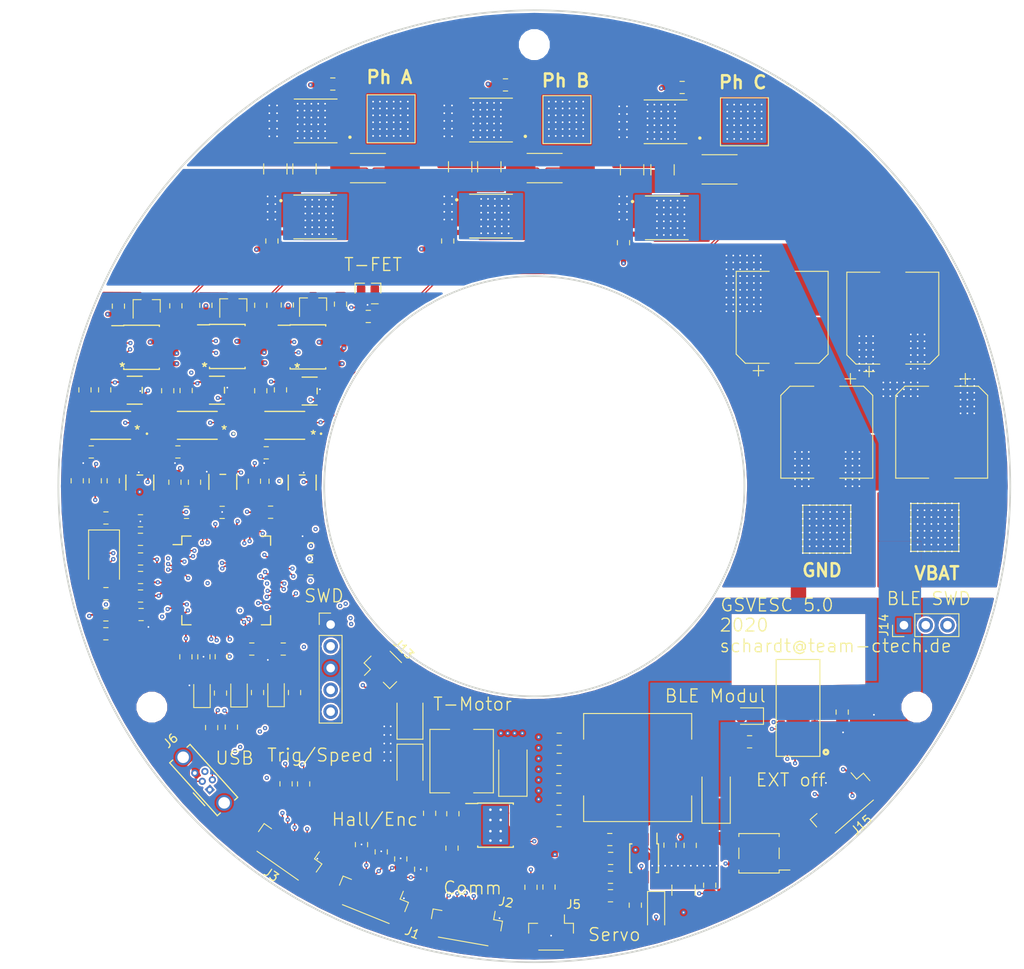
<source format=kicad_pcb>
(kicad_pcb (version 20171130) (host pcbnew 5.0.2-bee76a0~70~ubuntu18.04.1)
  (layers (0 F.Cu signal) (1 In1.Cu signal) (2 In2.Cu signal) (31 B.Cu signal) (34 B.Paste user hide) (35 F.Paste user hide) (36 B.SilkS user hide) (37 F.SilkS user) (38 B.Mask user hide) (39 F.Mask user hide) (44 Edge.Cuts user))
  (net 0 "")
  (net 1 /MCU/SERVO)
  (net 2 GND)
  (net 3 /MCU/TEMP_MOTOR)
  (net 4 "Net-(C3-Pad1)")
  (net 5 /MCU/NRST)
  (net 6 "Net-(C6-Pad2)")
  (net 7 "Net-(C7-Pad2)")
  (net 8 VCC)
  (net 9 "Net-(C19-Pad1)")
  (net 10 "Net-(C20-Pad2)")
  (net 11 "Net-(C21-Pad1)")
  (net 12 "Net-(C27-Pad1)")
  (net 13 "Net-(C31-Pad2)")
  (net 14 /MCU/CURRENT_1)
  (net 15 /MCU/CURRENT_2)
  (net 16 /MCU/CURRENT_3)
  (net 17 /MCU/ADC_TEMP)
  (net 18 "Net-(D1-Pad1)")
  (net 19 "Net-(D2-Pad1)")
  (net 20 /MCU/LED_RED)
  (net 21 /MCU/LED_GREEN)
  (net 22 "Net-(D3-Pad1)")
  (net 23 /MCU/HALL_3)
  (net 24 /MCU/HALL_2)
  (net 25 /MCU/HALL_1)
  (net 26 /MCU/RX_SDA_NSS)
  (net 27 /MCU/SCK_ADC_EXT)
  (net 28 /MCU/MISO_ADC_EXT2)
  (net 29 /MCU/TX_SCL_MOSI)
  (net 30 /MCU/HALL_TRIG)
  (net 31 /MCU/HALL_ROT_A)
  (net 32 /MCU/HALL_ROT_B)
  (net 33 /MCU/SWCLK)
  (net 34 /MCU/SWDIO)
  (net 35 "Net-(J5-Pad3)")
  (net 36 "Net-(J6-Pad1)")
  (net 37 "Net-(J6-Pad2)")
  (net 38 "Net-(J6-Pad3)")
  (net 39 "Net-(J6-Pad4)")
  (net 40 "Net-(J14-Pad3)")
  (net 41 /MCU/USB_D+)
  (net 42 /MCU/USB_D-)
  (net 43 "Net-(Q1-Pad2)")
  (net 44 "Net-(Q2-Pad2)")
  (net 45 "Net-(Q3-Pad2)")
  (net 46 "Net-(Q4-Pad2)")
  (net 47 /POWER/C_A)
  (net 48 /POWER/C_B)
  (net 49 /POWER/C_C)
  (net 50 "Net-(Q5-Pad2)")
  (net 51 "Net-(Q6-Pad2)")
  (net 52 /MCU/AN_IN)
  (net 53 /MCU/PC5)
  (net 54 /MCU/H1)
  (net 55 /MCU/H2)
  (net 56 /MCU/H3)
  (net 57 /MCU/PA15)
  (net 58 /POWER/PHASE_A)
  (net 59 /POWER/PHASE_B)
  (net 60 /NRF/NRF_RX)
  (net 61 /NRF/NRF_TX)
  (net 62 /MCU/PB12)
  (net 63 /POWER/CURR_FILTER)
  (net 64 "Net-(C24-Pad1)")
  (net 65 "Net-(C41-Pad1)")
  (net 66 "Net-(C14-Pad1)")
  (net 67 /POWER/PHASE_C)
  (net 68 VBAT)
  (net 69 /Driver/SH_C)
  (net 70 /Driver/SH_B)
  (net 71 /Driver/SH_A)
  (net 72 /Driver/SENS_FILTER)
  (net 73 "Net-(C30-Pad1)")
  (net 74 "Net-(C18-Pad1)")
  (net 75 "Net-(C25-Pad1)")
  (net 76 /Driver/GH_B)
  (net 77 "Net-(C23-Pad1)")
  (net 78 +12V)
  (net 79 "Net-(R27-Pad2)")
  (net 80 /Driver/GL_A)
  (net 81 /Driver/GH_A)
  (net 82 /Driver/GL_C)
  (net 83 /Driver/GH_C)
  (net 84 /Driver/SENS_C)
  (net 85 "Net-(C23-Pad2)")
  (net 86 /Driver/SENS_B)
  (net 87 /Driver/SENS_A)
  (net 88 "Net-(R15-Pad1)")
  (net 89 /Driver/GL_B)
  (net 90 "Net-(U14-Pad2)")
  (net 91 "Net-(U14-Pad3)")
  (net 92 "Net-(U14-Pad5)")
  (net 93 "Net-(C31-Pad1)")
  (net 94 /MCU/L2)
  (net 95 /MCU/L1)
  (net 96 /MCU/L3)
  (net 97 "Net-(C32-Pad1)")
  (net 98 "Net-(C20-Pad1)")
  (net 99 "Net-(C4-Pad1)")
  (net 100 "Net-(U16-Pad27)")
  (net 101 "Net-(U16-Pad26)")
  (net 102 "Net-(U16-Pad25)")
  (net 103 "Net-(U16-Pad24)")
  (net 104 "Net-(U16-Pad23)")
  (net 105 "Net-(U16-Pad13)")
  (net 106 "Net-(J14-Pad2)")
  (net 107 "Net-(U16-Pad18)")
  (net 108 "Net-(R35-Pad1)")
  (net 109 "Net-(U16-Pad11)")
  (net 110 "Net-(U16-Pad10)")
  (net 111 "Net-(U16-Pad8)")
  (net 112 "Net-(U16-Pad7)")
  (net 113 "Net-(U16-Pad4)")
  (net 114 "Net-(U16-Pad3)")
  (net 115 "Net-(U16-Pad2)")
  (net 116 "Net-(D11-Pad2)")
  (net 117 /MCU/PB4)
  (net 118 /MCU/PB3)
  (net 119 /MCU/PB2)
  (net 120 /MCU/I2C1_SDA)
  (net 121 /MCU/I2C1_SCL)
  (net 122 /MCU/PB6)
  (net 123 /MCU/PB5)
  (net 124 /MCU/PC12)
  (net 125 /Driver/EN_12V)
  (net 126 /Driver/EN_3V3)
  (module Resistor_SMD:R_2512_6332Metric (layer F.Cu) (at 121.5998 63.0498 180)
    (fp_text reference R31 hide)
    (fp_text value 0R001 hide)
    (pad 2 smd roundrect (at 2.9 0 180) (size 1.35 3.35) (layers F.Cu F.Paste F.Mask) (roundrect_rratio 0.185185) (net 69 /Driver/SH_C))
    (pad 1 smd roundrect (at -2.9 0 180) (size 1.35 3.35) (layers F.Cu F.Paste F.Mask) (roundrect_rratio 0.185185) (net 67 /POWER/PHASE_C))
  )
  (module Resistor_SMD:R_0805_2012Metric (layer F.Cu) (at 73.0998 134.7123 270)
    (fp_text reference R1 hide)
    (fp_text value 0R00)
    (pad 1 smd roundrect (at -0.9375 0 270) (size 0.975 1.4) (layers F.Cu F.Paste F.Mask) (net 121 /MCU/I2C1_SCL))
    (pad 2 smd roundrect (at 0.9375 0 270) (size 0.975 1.4) (layers F.Cu F.Paste F.Mask) (net 32 /MCU/HALL_ROT_B))
  )
  (module gsvesc:M74VHC1GT66DTT1G (layer F.Cu) (at 63.6778 99.4918 90)
    (fp_text reference U11 hide)
    (fp_text value SN74LVC1G66DBVR hide)
    (pad 1 smd rect (at -1.1938 -0.950001 90) (size 1.309599 0.568) (layers F.Cu F.Paste F.Mask) (net 75 "Net-(C25-Pad1)"))
    (pad 2 smd rect (at -1.1938 0 90) (size 1.309599 0.568) (layers F.Cu F.Paste F.Mask) (net 2 GND))
    (pad 3 smd rect (at -1.1938 0.950001 90) (size 1.309599 0.568) (layers F.Cu F.Paste F.Mask) (net 2 GND))
    (pad 4 smd rect (at 1.1938 0.950001 90) (size 1.309599 0.568) (layers F.Cu F.Paste F.Mask) (net 72 /Driver/SENS_FILTER))
    (pad 5 smd rect (at 1.1938 -0.950001 90) (size 1.309599 0.568) (layers F.Cu F.Paste F.Mask) (net 8 VCC))
  )
  (module Connector_PinHeader_2.54mm:PinHeader_1x03_P2.54mm_Vertical (layer F.Cu) (at 143.0998 116.1998 90)
    (fp_text reference J14 (at 0 -2.33 90) (layer F.SilkS))
    (fp_text value Conn_01x03)
    (pad 1 thru_hole rect (at 0 0 90) (size 1.7 1.7) (drill 1) (layers *.Cu *.Mask) (net 2 GND))
    (pad 2 thru_hole oval (at 0 2.54 90) (size 1.7 1.7) (drill 1) (layers *.Cu *.Mask) (net 106 "Net-(J14-Pad2)"))
    (pad 3 thru_hole oval (at 0 5.08 90) (size 1.7 1.7) (drill 1) (layers *.Cu *.Mask) (net 40 "Net-(J14-Pad3)"))
  )
  (module Capacitor_SMD:CP_Elec_10x12.5 (layer F.Cu) (at 147.4998 93.6998 270)
    (fp_text reference C56 hide)
    (fp_text value 330u)
    (pad 2 smd roundrect (at 4.2 0 270) (size 4.4 2.5) (layers F.Cu F.Paste F.Mask) (roundrect_rratio 0.1) (net 2 GND))
    (pad 1 smd roundrect (at -4.2 0 270) (size 4.4 2.5) (layers F.Cu F.Paste F.Mask) (roundrect_rratio 0.1) (net 68 VBAT))
  )
  (module Capacitor_SMD:CP_Elec_10x12.5 (layer F.Cu) (at 134.0998 93.6998 270)
    (fp_text reference C55 hide)
    (fp_text value 330u)
    (pad 1 smd roundrect (at -4.2 0 270) (size 4.4 2.5) (layers F.Cu F.Paste F.Mask) (roundrect_rratio 0.1) (net 68 VBAT))
    (pad 2 smd roundrect (at 4.2 0 270) (size 4.4 2.5) (layers F.Cu F.Paste F.Mask) (roundrect_rratio 0.1) (net 2 GND))
  )
  (module Capacitor_SMD:CP_Elec_10x12.5 (layer F.Cu) (at 128.8998 80.2998 90)
    (fp_text reference C54 hide)
    (fp_text value 330u)
    (pad 2 smd roundrect (at 4.2 0 90) (size 4.4 2.5) (layers F.Cu F.Paste F.Mask) (roundrect_rratio 0.1) (net 2 GND))
    (pad 1 smd roundrect (at -4.2 0 90) (size 4.4 2.5) (layers F.Cu F.Paste F.Mask) (roundrect_rratio 0.1) (net 68 VBAT))
  )
  (module Capacitor_SMD:CP_Elec_10x12.5 (layer F.Cu) (at 141.7998 80.3998 90)
    (fp_text reference C53 hide)
    (fp_text value 330u)
    (pad 1 smd roundrect (at -4.2 0 90) (size 4.4 2.5) (layers F.Cu F.Paste F.Mask) (roundrect_rratio 0.1) (net 68 VBAT))
    (pad 2 smd roundrect (at 4.2 0 90) (size 4.4 2.5) (layers F.Cu F.Paste F.Mask) (roundrect_rratio 0.1) (net 2 GND))
  )
  (module Resistor_SMD:R_0805_2012Metric (layer F.Cu) (at 125.0998 129.7998 180)
    (fp_text reference R35 hide)
    (fp_text value 7k50)
    (pad 1 smd roundrect (at -0.9375 0 180) (size 0.975 1.4) (layers F.Cu F.Paste F.Mask) (net 108 "Net-(R35-Pad1)"))
    (pad 2 smd roundrect (at 0.9375 0 180) (size 0.975 1.4) (layers F.Cu F.Paste F.Mask) (net 116 "Net-(D11-Pad2)"))
  )
  (module gsvesc:BLE_EYSGJNZWY (layer F.Cu) (at 133.2998 131.4998 90)
    (fp_text reference U16 hide)
    (fp_text value EYSGJNZWY)
    (pad 28 smd rect (at 4.4 -2.55 90) (size 2.8 1.5) (layers F.Cu F.Mask) (net 2 GND))
    (pad 27 smd rect (at 1.8 -1.75 90) (size 0.8 0.4) (layers F.Cu F.Mask) (net 100 "Net-(U16-Pad27)"))
    (pad 26 smd rect (at 1.8 -2.55 90) (size 0.8 0.4) (layers F.Cu F.Mask) (net 101 "Net-(U16-Pad26)"))
    (pad 25 smd rect (at 1.8 -3.35 90) (size 0.8 0.4) (layers F.Cu F.Mask) (net 102 "Net-(U16-Pad25)"))
    (pad 24 smd rect (at 0.6 -1.35 90) (size 0.8 0.4) (layers F.Cu F.Mask) (net 103 "Net-(U16-Pad24)"))
    (pad 23 smd rect (at 0.6 -2.15 90) (size 0.8 0.4) (layers F.Cu F.Mask) (net 104 "Net-(U16-Pad23)"))
    (pad 22 smd rect (at 0.6 -2.95 90) (size 0.8 0.4) (layers F.Cu F.Mask) (net 60 /NRF/NRF_RX))
    (pad 21 smd rect (at 0.6 -3.75 90) (size 0.8 0.4) (layers F.Cu F.Mask) (net 61 /NRF/NRF_TX))
    (pad 12 smd rect (at 7.275 -4.5 90) (size 0.55 0.8) (layers F.Cu F.Mask) (net 2 GND))
    (pad 13 smd rect (at 6.4 -4.5 90) (size 0.4 0.8) (layers F.Cu F.Mask) (net 105 "Net-(U16-Pad13)"))
    (pad 14 smd rect (at 5.6 -4.5 90) (size 0.4 0.8) (layers F.Cu F.Mask) (net 105 "Net-(U16-Pad13)"))
    (pad 15 smd rect (at 4.8 -4.5 90) (size 0.4 0.8) (layers F.Cu F.Mask) (net 2 GND))
    (pad 16 smd rect (at 4 -4.5 90) (size 0.4 0.8) (layers F.Cu F.Mask) (net 106 "Net-(J14-Pad2)"))
    (pad 17 smd rect (at 3.2 -4.5 90) (size 0.4 0.8) (layers F.Cu F.Mask) (net 40 "Net-(J14-Pad3)"))
    (pad 18 smd rect (at 2.4 -4.5 90) (size 0.4 0.8) (layers F.Cu F.Mask) (net 107 "Net-(U16-Pad18)"))
    (pad 19 smd rect (at 1.6 -4.5 90) (size 0.4 0.8) (layers F.Cu F.Mask) (net 108 "Net-(R35-Pad1)"))
    (pad 20 smd rect (at 0.6 -4.625 90) (size 0.8 0.55) (layers F.Cu F.Mask) (net 2 GND))
    (pad 11 smd rect (at 7 -2.95 90) (size 0.8 0.4) (layers F.Cu F.Mask) (net 109 "Net-(U16-Pad11)"))
    (pad 10 smd rect (at 7 -2.15 90) (size 0.8 0.4) (layers F.Cu F.Mask) (net 110 "Net-(U16-Pad10)"))
    (pad 9 smd rect (at 7.275 -0.6 90) (size 0.55 0.8) (layers F.Cu F.Mask) (net 2 GND))
    (pad 8 smd rect (at 6.4 -0.6 90) (size 0.4 0.8) (layers F.Cu F.Mask) (net 111 "Net-(U16-Pad8)"))
    (pad 7 smd rect (at 5.6 -0.6 90) (size 0.4 0.8) (layers F.Cu F.Mask) (net 112 "Net-(U16-Pad7)"))
    (pad 6 smd rect (at 4.8 -0.6 90) (size 0.4 0.8) (layers F.Cu F.Mask) (net 8 VCC))
    (pad 5 smd rect (at 4 -0.6 90) (size 0.4 0.8) (layers F.Cu F.Mask) (net 8 VCC))
    (pad 4 smd rect (at 3.2 -0.6 90) (size 0.4 0.8) (layers F.Cu F.Mask) (net 113 "Net-(U16-Pad4)"))
    (pad 3 smd rect (at 2.4 -0.6 90) (size 0.4 0.8) (layers F.Cu F.Mask) (net 114 "Net-(U16-Pad3)"))
    (pad 2 smd rect (at 1.6 -0.6 90) (size 0.4 0.8) (layers F.Cu F.Mask) (net 115 "Net-(U16-Pad2)"))
    (pad 1 smd rect (at 0.6 -0.475 90) (size 0.8 0.55) (layers F.Cu F.Mask) (net 2 GND))
  )
  (module Capacitor_SMD:C_0805_2012Metric (layer F.Cu) (at 135.8998 126.3373 90)
    (fp_text reference C49 hide)
    (fp_text value 10u0/25V)
    (pad 1 smd roundrect (at -0.9375 0 90) (size 0.975 1.4) (layers F.Cu F.Paste F.Mask) (net 8 VCC))
    (pad 2 smd roundrect (at 0.9375 0 90) (size 0.975 1.4) (layers F.Cu F.Paste F.Mask) (net 2 GND))
  )
  (module LED_SMD:LED_0805_2012Metric (layer F.Cu) (at 125.0373 126.7998 180)
    (fp_text reference D11 hide)
    (fp_text value RED)
    (pad 1 smd roundrect (at -0.9375 0 180) (size 0.975 1.4) (layers F.Cu F.Paste F.Mask) (net 2 GND))
    (pad 2 smd roundrect (at 0.9375 0 180) (size 0.975 1.4) (layers F.Cu F.Paste F.Mask) (net 116 "Net-(D11-Pad2)"))
  )
  (module Package_SO:SO-4_4.4x4.3mm_P2.54mm (layer F.Cu) (at 126.1998 142.7998 180)
    (fp_text reference U18 hide)
    (fp_text value AQY282S)
    (pad 4 smd rect (at 3 -1.27 90) (size 0.8 1.2) (layers F.Cu F.Paste F.Mask) (net 92 "Net-(U14-Pad5)"))
    (pad 1 smd rect (at -3 -1.27 90) (size 0.8 1.2) (layers F.Cu F.Paste F.Mask) (net 126 /Driver/EN_3V3))
    (pad 2 smd rect (at -3 1.27 90) (size 0.8 1.2) (layers F.Cu F.Paste F.Mask) (net 2 GND))
    (pad 3 smd rect (at 3 1.27 90) (size 0.8 1.2) (layers F.Cu F.Paste F.Mask) (net 2 GND))
  )
  (module Connector_JST:JST_SH_BM06B-SRSS-TB_1x06-1MP_P1.00mm_Vertical (layer F.Cu) (at 135.9998 136.9998 221)
    (fp_text reference J15 (at 0 -3.3 221) (layer F.SilkS))
    (fp_text value EXT_OFF)
    (pad MP smd roundrect (at 3.8 -1.2 221) (size 1.2 1.8) (layers F.Cu F.Paste F.Mask) (roundrect_rratio 0.208333))
    (pad MP smd roundrect (at -3.8 -1.2 221) (size 1.2 1.8) (layers F.Cu F.Paste F.Mask) (roundrect_rratio 0.208333))
    (pad 6 smd roundrect (at 2.5 1.325 221) (size 0.6 1.55) (layers F.Cu F.Paste F.Mask) (net 2 GND))
    (pad 5 smd roundrect (at 1.5 1.325001 221) (size 0.6 1.55) (layers F.Cu F.Paste F.Mask) (net 125 /Driver/EN_12V))
    (pad 4 smd roundrect (at 0.5 1.325 221) (size 0.6 1.55) (layers F.Cu F.Paste F.Mask) (net 126 /Driver/EN_3V3))
    (pad 3 smd roundrect (at -0.500001 1.325 221) (size 0.6 1.55) (layers F.Cu F.Paste F.Mask) (net 8 VCC))
    (pad 2 smd roundrect (at -1.5 1.325 221) (size 0.6 1.55) (layers F.Cu F.Paste F.Mask) (net 78 +12V))
    (pad 1 smd roundrect (at -2.5 1.325 221) (size 0.6 1.55) (layers F.Cu F.Paste F.Mask) (net 68 VBAT))
  )
  (module Connector_JST:JST_SH_BM02B-SRSS-TB_1x02-1MP_P1.00mm_Vertical (layer F.Cu) (at 82.424064 121.32112 315)
    (fp_text reference J13 (at 0 -3.3 315) (layer F.SilkS))
    (fp_text value T-Motor)
    (pad MP smd roundrect (at 1.8 -1.2 315) (size 1.2 1.8) (layers F.Cu F.Paste F.Mask) (roundrect_rratio 0.208333))
    (pad MP smd roundrect (at -1.8 -1.2 315) (size 1.2 1.8) (layers F.Cu F.Paste F.Mask) (roundrect_rratio 0.208333))
    (pad 2 smd roundrect (at 0.5 1.325 315) (size 0.6 1.55) (layers F.Cu F.Paste F.Mask) (net 3 /MCU/TEMP_MOTOR))
    (pad 1 smd roundrect (at -0.5 1.325 315) (size 0.6 1.55) (layers F.Cu F.Paste F.Mask) (net 2 GND))
  )
  (module Resistor_SMD:R_0805_2012Metric (layer F.Cu) (at 71.0498 134.6998 270)
    (fp_text reference R37 hide)
    (fp_text value 0R00)
    (pad 1 smd roundrect (at -0.9375 0 270) (size 0.975 1.4) (layers F.Cu F.Paste F.Mask) (net 120 /MCU/I2C1_SDA))
    (pad 2 smd roundrect (at 0.9375 0 270) (size 0.975 1.4) (layers F.Cu F.Paste F.Mask) (net 31 /MCU/HALL_ROT_A))
  )
  (module gsvesc:INA240A1QPWRQ1 (layer F.Cu) (at 70.8998 92.8998 180)
    (fp_text reference U5 hide)
    (fp_text value INA240A2 hide)
    (fp_text user * (at -3.3216 -1.126999 180) (layer F.SilkS))
    (pad 8 smd rect (at 2.899999 -0.974999 180) (size 1.4986 0.4572) (layers F.Cu F.Paste F.Mask) (net 49 /POWER/C_C))
    (pad 7 smd rect (at 2.899999 -0.325001 180) (size 1.4986 0.4572) (layers F.Cu F.Paste F.Mask) (net 2 GND))
    (pad 6 smd rect (at 2.899999 0.325001 180) (size 1.4986 0.4572) (layers F.Cu F.Paste F.Mask) (net 8 VCC))
    (pad 5 smd rect (at 2.899999 0.974999 180) (size 1.4986 0.4572) (layers F.Cu F.Paste F.Mask) (net 8 VCC))
    (pad 4 smd rect (at -2.899999 0.974999 180) (size 1.4986 0.4572) (layers F.Cu F.Paste F.Mask) (net 2 GND))
    (pad 3 smd rect (at -2.899999 0.325001 180) (size 1.4986 0.4572) (layers F.Cu F.Paste F.Mask) (net 69 /Driver/SH_C))
    (pad 2 smd rect (at -2.899999 -0.325001 180) (size 1.4986 0.4572) (layers F.Cu F.Paste F.Mask) (net 67 /POWER/PHASE_C))
    (pad 1 smd rect (at -2.899999 -0.974999 180) (size 1.4986 0.4572) (layers F.Cu F.Paste F.Mask))
  )
  (module gsvesc:INA240A1QPWRQ1 (layer F.Cu) (at 60.6998 92.8998 180)
    (fp_text reference U6 hide)
    (fp_text value INA240A2 hide)
    (fp_text user * (at -3.1336 -0.5568 180) (layer F.SilkS))
    (pad 1 smd rect (at -2.899999 -0.974999 180) (size 1.4986 0.4572) (layers F.Cu F.Paste F.Mask))
    (pad 2 smd rect (at -2.899999 -0.325001 180) (size 1.4986 0.4572) (layers F.Cu F.Paste F.Mask) (net 59 /POWER/PHASE_B))
    (pad 3 smd rect (at -2.899999 0.325001 180) (size 1.4986 0.4572) (layers F.Cu F.Paste F.Mask) (net 70 /Driver/SH_B))
    (pad 4 smd rect (at -2.899999 0.974999 180) (size 1.4986 0.4572) (layers F.Cu F.Paste F.Mask) (net 2 GND))
    (pad 5 smd rect (at 2.899999 0.974999 180) (size 1.4986 0.4572) (layers F.Cu F.Paste F.Mask) (net 8 VCC))
    (pad 6 smd rect (at 2.899999 0.325001 180) (size 1.4986 0.4572) (layers F.Cu F.Paste F.Mask) (net 8 VCC))
    (pad 7 smd rect (at 2.899999 -0.325001 180) (size 1.4986 0.4572) (layers F.Cu F.Paste F.Mask) (net 2 GND))
    (pad 8 smd rect (at 2.899999 -0.974999 180) (size 1.4986 0.4572) (layers F.Cu F.Paste F.Mask) (net 48 /POWER/C_B))
  )
  (module gsvesc:INA240A1QPWRQ1 (layer F.Cu) (at 50.5998 92.8998 180)
    (fp_text reference U4 hide)
    (fp_text value INA240A2 hide)
    (fp_text user * (at -3.1 -0.55 180) (layer F.SilkS))
    (pad 8 smd rect (at 2.899999 -0.974999 180) (size 1.4986 0.4572) (layers F.Cu F.Paste F.Mask) (net 47 /POWER/C_A))
    (pad 7 smd rect (at 2.899999 -0.325001 180) (size 1.4986 0.4572) (layers F.Cu F.Paste F.Mask) (net 2 GND))
    (pad 6 smd rect (at 2.899999 0.325001 180) (size 1.4986 0.4572) (layers F.Cu F.Paste F.Mask) (net 8 VCC))
    (pad 5 smd rect (at 2.899999 0.974999 180) (size 1.4986 0.4572) (layers F.Cu F.Paste F.Mask) (net 8 VCC))
    (pad 4 smd rect (at -2.899999 0.974999 180) (size 1.4986 0.4572) (layers F.Cu F.Paste F.Mask) (net 2 GND))
    (pad 3 smd rect (at -2.899999 0.325001 180) (size 1.4986 0.4572) (layers F.Cu F.Paste F.Mask) (net 71 /Driver/SH_A))
    (pad 2 smd rect (at -2.899999 -0.325001 180) (size 1.4986 0.4572) (layers F.Cu F.Paste F.Mask) (net 58 /POWER/PHASE_A))
    (pad 1 smd rect (at -2.899999 -0.974999 180) (size 1.4986 0.4572) (layers F.Cu F.Paste F.Mask))
  )
  (module Capacitor_SMD:C_0805_2012Metric (layer F.Cu) (at 47.5998 88.7623 270)
    (fp_text reference C14 hide)
    (fp_text value 10n0)
    (pad 2 smd roundrect (at 0.9375 0 270) (size 0.975 1.4) (layers F.Cu F.Paste F.Mask) (net 2 GND))
    (pad 1 smd roundrect (at -0.9375 0 270) (size 0.975 1.4) (layers F.Cu F.Paste F.Mask) (net 66 "Net-(C14-Pad1)"))
  )
  (module Capacitor_SMD:C_0805_2012Metric (layer F.Cu) (at 57.2498 88.8623 270)
    (fp_text reference C24 hide)
    (fp_text value 10n0)
    (pad 1 smd roundrect (at -0.9375 0 270) (size 0.975 1.4) (layers F.Cu F.Paste F.Mask) (net 64 "Net-(C24-Pad1)"))
    (pad 2 smd roundrect (at 0.9375 0 270) (size 0.975 1.4) (layers F.Cu F.Paste F.Mask) (net 2 GND))
  )
  (module Capacitor_SMD:C_0805_2012Metric (layer F.Cu) (at 68.0998 88.8623 270)
    (fp_text reference C41 hide)
    (fp_text value 10n0)
    (pad 2 smd roundrect (at 0.9375 0 270) (size 0.975 1.4) (layers F.Cu F.Paste F.Mask) (net 2 GND))
    (pad 1 smd roundrect (at -0.9375 0 270) (size 0.975 1.4) (layers F.Cu F.Paste F.Mask) (net 65 "Net-(C41-Pad1)"))
  )
  (module Capacitor_SMD:C_0805_2012Metric (layer F.Cu) (at 48.3373 95.9998)
    (fp_text reference C45 hide)
    (fp_text value 100n)
    (pad 2 smd roundrect (at 0.9375 0) (size 0.975 1.4) (layers F.Cu F.Paste F.Mask) (net 2 GND))
    (pad 1 smd roundrect (at -0.9375 0) (size 0.975 1.4) (layers F.Cu F.Paste F.Mask) (net 8 VCC))
  )
  (module Capacitor_SMD:C_0805_2012Metric (layer F.Cu) (at 68.7373 96.0998)
    (fp_text reference C46 hide)
    (fp_text value 100n)
    (pad 2 smd roundrect (at 0.9375 0) (size 0.975 1.4) (layers F.Cu F.Paste F.Mask) (net 2 GND))
    (pad 1 smd roundrect (at -0.9375 0) (size 0.975 1.4) (layers F.Cu F.Paste F.Mask) (net 8 VCC))
  )
  (module Capacitor_SMD:C_1210_3225Metric (layer F.Cu) (at 94.7498 62.7498 270)
    (fp_text reference C38 hide)
    (fp_text value 10u0/75V)
    (pad 2 smd roundrect (at 1.4 0 270) (size 1.25 2.65) (layers F.Cu F.Paste F.Mask) (roundrect_rratio 0.2) (net 2 GND))
    (pad 1 smd roundrect (at -1.4 0 270) (size 1.25 2.65) (layers F.Cu F.Paste F.Mask) (roundrect_rratio 0.2) (net 68 VBAT))
  )
  (module Capacitor_SMD:C_1210_3225Metric (layer F.Cu) (at 111.3998 63.0998 270)
    (fp_text reference C36 hide)
    (fp_text value 10u0/75V)
    (pad 2 smd roundrect (at 1.4 0 270) (size 1.25 2.65) (layers F.Cu F.Paste F.Mask) (roundrect_rratio 0.2) (net 2 GND))
    (pad 1 smd roundrect (at -1.4 0 270) (size 1.25 2.65) (layers F.Cu F.Paste F.Mask) (roundrect_rratio 0.2) (net 68 VBAT))
  )
  (module Capacitor_SMD:C_1210_3225Metric (layer F.Cu) (at 69.7998 62.9998 270)
    (fp_text reference C39 hide)
    (fp_text value 10u0/75V)
    (pad 2 smd roundrect (at 1.4 0 270) (size 1.25 2.65) (layers F.Cu F.Paste F.Mask) (roundrect_rratio 0.2) (net 2 GND))
    (pad 1 smd roundrect (at -1.4 0 270) (size 1.25 2.65) (layers F.Cu F.Paste F.Mask) (roundrect_rratio 0.2) (net 68 VBAT))
  )
  (module Capacitor_SMD:C_1210_3225Metric (layer F.Cu) (at 114.9498 63.0998 270)
    (fp_text reference C43 hide)
    (fp_text value 10u0/75V)
    (pad 2 smd roundrect (at 1.4 0 270) (size 1.25 2.65) (layers F.Cu F.Paste F.Mask) (roundrect_rratio 0.2) (net 2 GND))
    (pad 1 smd roundrect (at -1.4 0 270) (size 1.25 2.65) (layers F.Cu F.Paste F.Mask) (roundrect_rratio 0.2) (net 68 VBAT))
  )
  (module Capacitor_SMD:C_1210_3225Metric (layer F.Cu) (at 91.3498 62.7498 270)
    (fp_text reference C44 hide)
    (fp_text value 10u0/75V)
    (pad 2 smd roundrect (at 1.4 0 270) (size 1.25 2.65) (layers F.Cu F.Paste F.Mask) (roundrect_rratio 0.2) (net 2 GND))
    (pad 1 smd roundrect (at -1.4 0 270) (size 1.25 2.65) (layers F.Cu F.Paste F.Mask) (roundrect_rratio 0.2) (net 68 VBAT))
  )
  (module gsvesc:2pad_smd_testpin (layer F.Cu) (at 80.5998 78.7248 180)
    (fp_text reference J12 hide)
    (fp_text value NTC)
    (pad 2 smd roundrect (at 0.8 1.225 180) (size 1 2) (layers F.Cu F.Paste F.Mask) (net 17 /MCU/ADC_TEMP))
    (pad 1 smd roundrect (at -0.8 1.225 180) (size 1 2) (layers F.Cu F.Paste F.Mask) (net 8 VCC))
  )
  (module Package_TO_SOT_SMD:SOT-23 (layer F.Cu) (at 74.1998 78.7998 90)
    (fp_text reference D8 hide)
    (fp_text value SMMBD914LT3G)
    (pad 3 smd rect (at 1 0 90) (size 0.9 0.8) (layers F.Cu F.Paste F.Mask) (net 97 "Net-(C32-Pad1)"))
    (pad 2 smd rect (at -1 0.95 90) (size 0.9 0.8) (layers F.Cu F.Paste F.Mask))
    (pad 1 smd rect (at -1 -0.95 90) (size 0.9 0.8) (layers F.Cu F.Paste F.Mask) (net 78 +12V))
  )
  (module gsvesc:TRANS_TPHR8504PL-3PIN (layer F.Cu) (at 74.4498 68.5998)
    (fp_text reference Q2 hide)
    (fp_text value TPH2R608NH,L1Q)
    (pad 3 smd rect (at -2.75 -1.905) (size 1.45 0.85) (layers F.Cu F.Paste F.Mask) (net 2 GND))
    (pad 3 smd rect (at -2.75 -0.635) (size 1.45 0.85) (layers F.Cu F.Paste F.Mask) (net 2 GND))
    (pad 3 smd rect (at -2.75 0.635) (size 1.45 0.85) (layers F.Cu F.Paste F.Mask) (net 2 GND))
    (pad 2 smd rect (at -2.75 1.905) (size 1.45 0.85) (layers F.Cu F.Paste F.Mask) (net 44 "Net-(Q2-Pad2)"))
    (pad 1 smd rect (at 2.95 1.905) (size 1.05 0.85) (layers F.Cu F.Paste F.Mask) (net 71 /Driver/SH_A))
    (pad 1 smd rect (at 2.95 0.635) (size 1.05 0.85) (layers F.Cu F.Paste F.Mask) (net 71 /Driver/SH_A))
    (pad 1 smd rect (at 2.95 -0.635) (size 1.05 0.85) (layers F.Cu F.Paste F.Mask) (net 71 /Driver/SH_A))
    (pad 1 smd rect (at 2.95 -1.905) (size 1.05 0.85) (layers F.Cu F.Paste F.Mask) (net 71 /Driver/SH_A))
    (pad 1 smd rect (at 0.55 0) (size 3.75 4.7) (layers F.Cu F.Mask) (net 71 /Driver/SH_A))
  )
  (module Capacitor_SMD:C_1210_3225Metric (layer F.Cu) (at 73.1998 62.9998 270)
    (fp_text reference C37 hide)
    (fp_text value 10u0/75V)
    (pad 2 smd roundrect (at 1.4 0 270) (size 1.25 2.65) (layers F.Cu F.Paste F.Mask) (roundrect_rratio 0.2) (net 2 GND))
    (pad 1 smd roundrect (at -1.4 0 270) (size 1.25 2.65) (layers F.Cu F.Paste F.Mask) (roundrect_rratio 0.2) (net 68 VBAT))
  )
  (module Resistor_SMD:R_0805_2012Metric (layer F.Cu) (at 70.3998 88.7623 90)
    (fp_text reference R33 hide)
    (fp_text value 1k00)
    (pad 2 smd roundrect (at 0.9375 0 90) (size 0.975 1.4) (layers F.Cu F.Paste F.Mask) (net 16 /MCU/CURRENT_3))
    (pad 1 smd roundrect (at -0.9375 0 90) (size 0.975 1.4) (layers F.Cu F.Paste F.Mask) (net 49 /POWER/C_C))
  )
  (module Resistor_SMD:R_0805_2012Metric (layer F.Cu) (at 80.6373 80.1998)
    (fp_text reference R36 hide)
    (fp_text value 10k0)
    (pad 2 smd roundrect (at 0.9375 0) (size 0.975 1.4) (layers F.Cu F.Paste F.Mask) (net 2 GND))
    (pad 1 smd roundrect (at -0.9375 0) (size 0.975 1.4) (layers F.Cu F.Paste F.Mask) (net 17 /MCU/ADC_TEMP))
  )
  (module Resistor_SMD:R_0805_2012Metric (layer F.Cu) (at 117.2373 53.4998 180)
    (fp_text reference R25 hide)
    (fp_text value 4R75)
    (pad 2 smd roundrect (at 0.9375 0 180) (size 0.975 1.4) (layers F.Cu F.Paste F.Mask) (net 83 /Driver/GH_C))
    (pad 1 smd roundrect (at -0.9375 0 180) (size 0.975 1.4) (layers F.Cu F.Paste F.Mask) (net 45 "Net-(Q3-Pad2)"))
  )
  (module Resistor_SMD:R_0805_2012Metric (layer F.Cu) (at 110.3998 71.5998 270)
    (fp_text reference R26 hide)
    (fp_text value 4R75)
    (pad 2 smd roundrect (at 0.9375 0 270) (size 0.975 1.4) (layers F.Cu F.Paste F.Mask) (net 82 /Driver/GL_C))
    (pad 1 smd roundrect (at -0.9375 0 270) (size 0.975 1.4) (layers F.Cu F.Paste F.Mask) (net 46 "Net-(Q4-Pad2)"))
  )
  (module Resistor_SMD:R_0805_2012Metric (layer F.Cu) (at 76.4998 53.0998 180)
    (fp_text reference R28 hide)
    (fp_text value 4R75)
    (pad 2 smd roundrect (at 0.9375 0 180) (size 0.975 1.4) (layers F.Cu F.Paste F.Mask) (net 81 /Driver/GH_A))
    (pad 1 smd roundrect (at -0.9375 0 180) (size 0.975 1.4) (layers F.Cu F.Paste F.Mask) (net 43 "Net-(Q1-Pad2)"))
  )
  (module Resistor_SMD:R_0805_2012Metric (layer F.Cu) (at 49.8998 88.7623 90)
    (fp_text reference R29 hide)
    (fp_text value 1k00)
    (pad 2 smd roundrect (at 0.9375 0 90) (size 0.975 1.4) (layers F.Cu F.Paste F.Mask) (net 14 /MCU/CURRENT_1))
    (pad 1 smd roundrect (at -0.9375 0 90) (size 0.975 1.4) (layers F.Cu F.Paste F.Mask) (net 47 /POWER/C_A))
  )
  (module Resistor_SMD:R_0805_2012Metric (layer F.Cu) (at 59.3998 88.8373 90)
    (fp_text reference R30 hide)
    (fp_text value 1k00)
    (pad 1 smd roundrect (at -0.9375 0 90) (size 0.975 1.4) (layers F.Cu F.Paste F.Mask) (net 48 /POWER/C_B))
    (pad 2 smd roundrect (at 0.9375 0 90) (size 0.975 1.4) (layers F.Cu F.Paste F.Mask) (net 15 /MCU/CURRENT_2))
  )
  (module Resistor_SMD:R_0805_2012Metric (layer F.Cu) (at 69.3998 71.3998 270)
    (fp_text reference R32 hide)
    (fp_text value 4R75)
    (pad 2 smd roundrect (at 0.9375 0 270) (size 0.975 1.4) (layers F.Cu F.Paste F.Mask) (net 80 /Driver/GL_A))
    (pad 1 smd roundrect (at -0.9375 0 270) (size 0.975 1.4) (layers F.Cu F.Paste F.Mask) (net 44 "Net-(Q2-Pad2)"))
  )
  (module gsvesc:M74VHC1GT66DTT1G (layer F.Cu) (at 53.3998 88.7998)
    (fp_text reference U7 hide)
    (fp_text value SN74LVC1G66DBVR hide)
    (fp_text user * (at -1.4478 -2.661) (layer F.SilkS))
    (fp_text user * (at -1.4478 -2.661) (layer F.SilkS))
    (pad 1 smd rect (at -1.1938 -0.950001) (size 1.309599 0.568) (layers F.Cu F.Paste F.Mask) (net 14 /MCU/CURRENT_1))
    (pad 2 smd rect (at -1.1938 0) (size 1.309599 0.568) (layers F.Cu F.Paste F.Mask) (net 66 "Net-(C14-Pad1)"))
    (pad 3 smd rect (at -1.1938 0.950001) (size 1.309599 0.568) (layers F.Cu F.Paste F.Mask) (net 2 GND))
    (pad 4 smd rect (at 1.1938 0.950001) (size 1.309599 0.568) (layers F.Cu F.Paste F.Mask) (net 63 /POWER/CURR_FILTER))
    (pad 5 smd rect (at 1.1938 -0.950001) (size 1.309599 0.568) (layers F.Cu F.Paste F.Mask) (net 8 VCC))
  )
  (module gsvesc:M74VHC1GT66DTT1G (layer F.Cu) (at 62.9936 88.7998)
    (fp_text reference U8 hide)
    (fp_text value SN74LVC1G66DBVR hide)
    (fp_text user * (at -1.4478 -2.661) (layer F.SilkS))
    (fp_text user * (at -1.4478 -2.661) (layer F.SilkS))
    (pad 5 smd rect (at 1.1938 -0.950001) (size 1.309599 0.568) (layers F.Cu F.Paste F.Mask) (net 8 VCC))
    (pad 4 smd rect (at 1.1938 0.950001) (size 1.309599 0.568) (layers F.Cu F.Paste F.Mask) (net 63 /POWER/CURR_FILTER))
    (pad 3 smd rect (at -1.1938 0.950001) (size 1.309599 0.568) (layers F.Cu F.Paste F.Mask) (net 2 GND))
    (pad 2 smd rect (at -1.1938 0) (size 1.309599 0.568) (layers F.Cu F.Paste F.Mask) (net 64 "Net-(C24-Pad1)"))
    (pad 1 smd rect (at -1.1938 -0.950001) (size 1.309599 0.568) (layers F.Cu F.Paste F.Mask) (net 15 /MCU/CURRENT_2))
  )
  (module gsvesc:M74VHC1GT66DTT1G (layer F.Cu) (at 73.7998 88.8998)
    (fp_text reference U9 hide)
    (fp_text value SN74LVC1G66DBVR hide)
    (fp_text user * (at -1.4478 -2.661) (layer F.SilkS))
    (fp_text user * (at -1.4478 -2.661) (layer F.SilkS))
    (pad 1 smd rect (at -1.1938 -0.950001) (size 1.309599 0.568) (layers F.Cu F.Paste F.Mask) (net 16 /MCU/CURRENT_3))
    (pad 2 smd rect (at -1.1938 0) (size 1.309599 0.568) (layers F.Cu F.Paste F.Mask) (net 65 "Net-(C41-Pad1)"))
    (pad 3 smd rect (at -1.1938 0.950001) (size 1.309599 0.568) (layers F.Cu F.Paste F.Mask) (net 2 GND))
    (pad 4 smd rect (at 1.1938 0.950001) (size 1.309599 0.568) (layers F.Cu F.Paste F.Mask) (net 63 /POWER/CURR_FILTER))
    (pad 5 smd rect (at 1.1938 -0.950001) (size 1.309599 0.568) (layers F.Cu F.Paste F.Mask) (net 8 VCC))
  )
  (module gsvesc:TestPoint_Pad_5.0x5.0mm (layer F.Cu) (at 124.4998 57.4998 180)
    (fp_text reference J10 hide)
    (fp_text value PHASE_C hide)
    (pad 1 smd rect (at 0 0 180) (size 5 5) (layers F.Cu F.Mask) (net 67 /POWER/PHASE_C))
  )
  (module gsvesc:TestPoint_Pad_5.0x5.0mm (layer F.Cu) (at 103.7998 57.2498)
    (fp_text reference J11 hide)
    (fp_text value PHASE_B hide)
    (pad 1 smd rect (at 0 0) (size 5 5) (layers F.Cu F.Mask) (net 59 /POWER/PHASE_B))
  )
  (module gsvesc:TestPoint_Pad_5.0x5.0mm (layer F.Cu) (at 146.6998 104.7998 180)
    (fp_text reference J7 hide)
    (fp_text value BAT+ hide)
    (pad 1 smd rect (at 0 0 180) (size 5 5) (layers F.Cu F.Mask) (net 68 VBAT))
  )
  (module gsvesc:TestPoint_Pad_5.0x5.0mm (layer F.Cu) (at 134.0998 104.9998 270)
    (fp_text reference J8 hide)
    (fp_text value BAT- hide)
    (pad 1 smd rect (at 0 0 270) (size 5 5) (layers F.Cu F.Mask) (net 2 GND))
  )
  (module Capacitor_SMD:C_0805_2012Metric (layer F.Cu) (at 58.4373 95.9998)
    (fp_text reference C48 hide)
    (fp_text value 100n)
    (pad 1 smd roundrect (at -0.9375 0) (size 0.975 1.4) (layers F.Cu F.Paste F.Mask) (net 8 VCC))
    (pad 2 smd roundrect (at 0.9375 0) (size 0.975 1.4) (layers F.Cu F.Paste F.Mask) (net 2 GND))
  )
  (module Resistor_SMD:R_0805_2012Metric (layer F.Cu) (at 89.8998 71.3998 270)
    (fp_text reference R43 hide)
    (fp_text value 4R75)
    (pad 2 smd roundrect (at 0.9375 0 270) (size 0.975 1.4) (layers F.Cu F.Paste F.Mask) (net 89 /Driver/GL_B))
    (pad 1 smd roundrect (at -0.9375 0 270) (size 0.975 1.4) (layers F.Cu F.Paste F.Mask) (net 51 "Net-(Q6-Pad2)"))
  )
  (module Resistor_SMD:R_0805_2012Metric (layer F.Cu) (at 96.6373 53.1998 180)
    (fp_text reference R42 hide)
    (fp_text value 4R75)
    (pad 2 smd roundrect (at 0.9375 0 180) (size 0.975 1.4) (layers F.Cu F.Paste F.Mask) (net 76 /Driver/GH_B))
    (pad 1 smd roundrect (at -0.9375 0 180) (size 0.975 1.4) (layers F.Cu F.Paste F.Mask) (net 50 "Net-(Q5-Pad2)"))
  )
  (module Resistor_SMD:R_2512_6332Metric (layer F.Cu) (at 80.5998 62.8998 180)
    (fp_text reference R45 hide)
    (fp_text value 0R001 hide)
    (pad 2 smd roundrect (at 2.9 0 180) (size 1.35 3.35) (layers F.Cu F.Paste F.Mask) (roundrect_rratio 0.185185) (net 71 /Driver/SH_A))
    (pad 1 smd roundrect (at -2.9 0 180) (size 1.35 3.35) (layers F.Cu F.Paste F.Mask) (roundrect_rratio 0.185185) (net 58 /POWER/PHASE_A))
  )
  (module Resistor_SMD:R_2512_6332Metric (layer F.Cu) (at 101.1998 62.8998 180)
    (fp_text reference R46 hide)
    (fp_text value 0R001)
    (pad 1 smd roundrect (at -2.9 0 180) (size 1.35 3.35) (layers F.Cu F.Paste F.Mask) (roundrect_rratio 0.185185) (net 59 /POWER/PHASE_B))
    (pad 2 smd roundrect (at 2.9 0 180) (size 1.35 3.35) (layers F.Cu F.Paste F.Mask) (roundrect_rratio 0.185185) (net 70 /Driver/SH_B))
  )
  (module gsvesc:TestPoint_Pad_5.0x5.0mm (layer F.Cu) (at 83.2998 57.1498 270)
    (fp_text reference J9 hide)
    (fp_text value PHASE_A hide)
    (pad 1 smd rect (at 0 0 270) (size 5 5) (layers F.Cu F.Mask) (net 58 /POWER/PHASE_A))
  )
  (module Capacitor_SMD:C_0805_2012Metric (layer F.Cu) (at 61.6998 78.8998 90)
    (fp_text reference C22 hide)
    (fp_text value 10u0/25V)
    (pad 2 smd roundrect (at 0.9375 0 90) (size 0.975 1.4) (layers F.Cu F.Paste F.Mask) (net 2 GND))
    (pad 1 smd roundrect (at -0.9375 0 90) (size 0.975 1.4) (layers F.Cu F.Paste F.Mask) (net 78 +12V))
  )
  (module Capacitor_SMD:C_0805_2012Metric (layer F.Cu) (at 68.0998 78.8998 270)
    (fp_text reference C27 hide)
    (fp_text value 100n)
    (pad 2 smd roundrect (at 0.9375 0 270) (size 0.975 1.4) (layers F.Cu F.Paste F.Mask) (net 70 /Driver/SH_B))
    (pad 1 smd roundrect (at -0.9375 0 270) (size 0.975 1.4) (layers F.Cu F.Paste F.Mask) (net 12 "Net-(C27-Pad1)"))
  )
  (module Capacitor_SMD:C_0805_2012Metric (layer F.Cu) (at 71.1998 78.8623 90)
    (fp_text reference C29 hide)
    (fp_text value 10u0/25V)
    (pad 2 smd roundrect (at 0.9375 0 90) (size 0.975 1.4) (layers F.Cu F.Paste F.Mask) (net 2 GND))
    (pad 1 smd roundrect (at -0.9375 0 90) (size 0.975 1.4) (layers F.Cu F.Paste F.Mask) (net 78 +12V))
  )
  (module Package_SO:SOIC-8_3.9x4.9mm_P1.27mm (layer F.Cu) (at 73.5998 83.7498)
    (fp_text reference U15 hide)
    (fp_text value LM5107)
    (pad 8 smd rect (at 2.7 -1.905) (size 1.55 0.6) (layers F.Cu F.Paste F.Mask) (net 97 "Net-(C32-Pad1)"))
    (pad 7 smd rect (at 2.7 -0.635) (size 1.55 0.6) (layers F.Cu F.Paste F.Mask) (net 83 /Driver/GH_C))
    (pad 6 smd rect (at 2.7 0.635) (size 1.55 0.6) (layers F.Cu F.Paste F.Mask) (net 69 /Driver/SH_C))
    (pad 5 smd rect (at 2.7 1.905) (size 1.55 0.6) (layers F.Cu F.Paste F.Mask) (net 82 /Driver/GL_C))
    (pad 4 smd rect (at -2.7 1.905) (size 1.55 0.6) (layers F.Cu F.Paste F.Mask) (net 2 GND))
    (pad 3 smd rect (at -2.7 0.635) (size 1.55 0.6) (layers F.Cu F.Paste F.Mask) (net 96 /MCU/L3))
    (pad 2 smd rect (at -2.7 -0.635) (size 1.55 0.6) (layers F.Cu F.Paste F.Mask) (net 56 /MCU/H3))
    (pad 1 smd rect (at -2.7 -1.905) (size 1.55 0.6) (layers F.Cu F.Paste F.Mask) (net 78 +12V))
  )
  (module Package_SO:SOIC-8_3.9x4.9mm_P1.27mm (layer F.Cu) (at 64.1998 83.6998)
    (fp_text reference U12 hide)
    (fp_text value LM5107)
    (pad 8 smd rect (at 2.7 -1.905) (size 1.55 0.6) (layers F.Cu F.Paste F.Mask) (net 12 "Net-(C27-Pad1)"))
    (pad 7 smd rect (at 2.7 -0.635) (size 1.55 0.6) (layers F.Cu F.Paste F.Mask) (net 76 /Driver/GH_B))
    (pad 6 smd rect (at 2.7 0.635) (size 1.55 0.6) (layers F.Cu F.Paste F.Mask) (net 70 /Driver/SH_B))
    (pad 5 smd rect (at 2.7 1.905) (size 1.55 0.6) (layers F.Cu F.Paste F.Mask) (net 89 /Driver/GL_B))
    (pad 4 smd rect (at -2.7 1.905) (size 1.55 0.6) (layers F.Cu F.Paste F.Mask) (net 2 GND))
    (pad 3 smd rect (at -2.7 0.635) (size 1.55 0.6) (layers F.Cu F.Paste F.Mask) (net 94 /MCU/L2))
    (pad 2 smd rect (at -2.7 -0.635) (size 1.55 0.6) (layers F.Cu F.Paste F.Mask) (net 55 /MCU/H2))
    (pad 1 smd rect (at -2.7 -1.905) (size 1.55 0.6) (layers F.Cu F.Paste F.Mask) (net 78 +12V))
  )
  (module Capacitor_SMD:C_0805_2012Metric (layer F.Cu) (at 51.4998 78.9998 90)
    (fp_text reference C15 hide)
    (fp_text value 10u0/25V)
    (pad 2 smd roundrect (at 0.9375 0 90) (size 0.975 1.4) (layers F.Cu F.Paste F.Mask) (net 2 GND))
    (pad 1 smd roundrect (at -0.9375 0 90) (size 0.975 1.4) (layers F.Cu F.Paste F.Mask) (net 78 +12V))
  )
  (module Package_SO:SOIC-8_3.9x4.9mm_P1.27mm (layer F.Cu) (at 54.1998 83.7998)
    (fp_text reference U3 hide)
    (fp_text value LM5107)
    (pad 8 smd rect (at 2.7 -1.905) (size 1.55 0.6) (layers F.Cu F.Paste F.Mask) (net 11 "Net-(C21-Pad1)"))
    (pad 7 smd rect (at 2.7 -0.635) (size 1.55 0.6) (layers F.Cu F.Paste F.Mask) (net 81 /Driver/GH_A))
    (pad 6 smd rect (at 2.7 0.635) (size 1.55 0.6) (layers F.Cu F.Paste F.Mask) (net 71 /Driver/SH_A))
    (pad 5 smd rect (at 2.7 1.905) (size 1.55 0.6) (layers F.Cu F.Paste F.Mask) (net 80 /Driver/GL_A))
    (pad 4 smd rect (at -2.7 1.905) (size 1.55 0.6) (layers F.Cu F.Paste F.Mask) (net 2 GND))
    (pad 3 smd rect (at -2.7 0.635) (size 1.55 0.6) (layers F.Cu F.Paste F.Mask) (net 95 /MCU/L1))
    (pad 2 smd rect (at -2.7 -0.635) (size 1.55 0.6) (layers F.Cu F.Paste F.Mask) (net 54 /MCU/H1))
    (pad 1 smd rect (at -2.7 -1.905) (size 1.55 0.6) (layers F.Cu F.Paste F.Mask) (net 78 +12V))
  )
  (module Capacitor_SMD:C_0805_2012Metric (layer F.Cu) (at 77.3998 78.7623 270)
    (fp_text reference C32 hide)
    (fp_text value 100n)
    (pad 2 smd roundrect (at 0.9375 0 270) (size 0.975 1.4) (layers F.Cu F.Paste F.Mask) (net 69 /Driver/SH_C))
    (pad 1 smd roundrect (at -0.9375 0 270) (size 0.975 1.4) (layers F.Cu F.Paste F.Mask) (net 97 "Net-(C32-Pad1)"))
  )
  (module Capacitor_SMD:C_0805_2012Metric (layer F.Cu) (at 58.1998 78.9623 270)
    (fp_text reference C21 hide)
    (fp_text value 100n)
    (pad 2 smd roundrect (at 0.9375 0 270) (size 0.975 1.4) (layers F.Cu F.Paste F.Mask) (net 71 /Driver/SH_A))
    (pad 1 smd roundrect (at -0.9375 0 270) (size 0.975 1.4) (layers F.Cu F.Paste F.Mask) (net 11 "Net-(C21-Pad1)"))
  )
  (module Package_TO_SOT_SMD:SOT-23 (layer F.Cu) (at 64.8998 78.8998 90)
    (fp_text reference D10 hide)
    (fp_text value SMMBD914LT3G)
    (pad 3 smd rect (at 1 0 90) (size 0.9 0.8) (layers F.Cu F.Paste F.Mask) (net 12 "Net-(C27-Pad1)"))
    (pad 2 smd rect (at -1 0.95 90) (size 0.9 0.8) (layers F.Cu F.Paste F.Mask))
    (pad 1 smd rect (at -1 -0.95 90) (size 0.9 0.8) (layers F.Cu F.Paste F.Mask) (net 78 +12V))
  )
  (module Package_TO_SOT_SMD:SOT-23 (layer F.Cu) (at 54.7998 78.9998 90)
    (fp_text reference D9 hide)
    (fp_text value SMMBD914LT3G)
    (pad 1 smd rect (at -1 -0.95 90) (size 0.9 0.8) (layers F.Cu F.Paste F.Mask) (net 78 +12V))
    (pad 2 smd rect (at -1 0.95 90) (size 0.9 0.8) (layers F.Cu F.Paste F.Mask))
    (pad 3 smd rect (at 1 0 90) (size 0.9 0.8) (layers F.Cu F.Paste F.Mask) (net 11 "Net-(C21-Pad1)"))
  )
  (module gsvesc:TRANS_TPHR8504PL-3PIN (layer F.Cu) (at 115.4498 68.6998)
    (fp_text reference Q4 hide)
    (fp_text value TPH2R608NH,L1Q)
    (pad 3 smd rect (at -2.75 -1.905) (size 1.45 0.85) (layers F.Cu F.Paste F.Mask) (net 2 GND))
    (pad 3 smd rect (at -2.75 -0.635) (size 1.45 0.85) (layers F.Cu F.Paste F.Mask) (net 2 GND))
    (pad 3 smd rect (at -2.75 0.635) (size 1.45 0.85) (layers F.Cu F.Paste F.Mask) (net 2 GND))
    (pad 2 smd rect (at -2.75 1.905) (size 1.45 0.85) (layers F.Cu F.Paste F.Mask) (net 46 "Net-(Q4-Pad2)"))
    (pad 1 smd rect (at 2.95 1.905) (size 1.05 0.85) (layers F.Cu F.Paste F.Mask) (net 69 /Driver/SH_C))
    (pad 1 smd rect (at 2.95 0.635) (size 1.05 0.85) (layers F.Cu F.Paste F.Mask) (net 69 /Driver/SH_C))
    (pad 1 smd rect (at 2.95 -0.635) (size 1.05 0.85) (layers F.Cu F.Paste F.Mask) (net 69 /Driver/SH_C))
    (pad 1 smd rect (at 2.95 -1.905) (size 1.05 0.85) (layers F.Cu F.Paste F.Mask) (net 69 /Driver/SH_C))
    (pad 1 smd rect (at 0.55 0) (size 3.75 4.7) (layers F.Cu F.Mask) (net 69 /Driver/SH_C))
  )
  (module gsvesc:TRANS_TPHR8504PL-3PIN (layer F.Cu) (at 74.4998 57.3998 180)
    (fp_text reference Q1 hide)
    (fp_text value TPH2R608NH,L1Q)
    (pad 3 smd rect (at -2.75 -1.905 180) (size 1.45 0.85) (layers F.Cu F.Paste F.Mask) (net 71 /Driver/SH_A))
    (pad 3 smd rect (at -2.75 -0.635 180) (size 1.45 0.85) (layers F.Cu F.Paste F.Mask) (net 71 /Driver/SH_A))
    (pad 3 smd rect (at -2.75 0.635 180) (size 1.45 0.85) (layers F.Cu F.Paste F.Mask) (net 71 /Driver/SH_A))
    (pad 2 smd rect (at -2.75 1.905 180) (size 1.45 0.85) (layers F.Cu F.Paste F.Mask) (net 43 "Net-(Q1-Pad2)"))
    (pad 1 smd rect (at 2.95 1.905 180) (size 1.05 0.85) (layers F.Cu F.Paste F.Mask) (net 68 VBAT))
    (pad 1 smd rect (at 2.95 0.635 180) (size 1.05 0.85) (layers F.Cu F.Paste F.Mask) (net 68 VBAT))
    (pad 1 smd rect (at 2.95 -0.635 180) (size 1.05 0.85) (layers F.Cu F.Paste F.Mask) (net 68 VBAT))
    (pad 1 smd rect (at 2.95 -1.905 180) (size 1.05 0.85) (layers F.Cu F.Paste F.Mask) (net 68 VBAT))
    (pad 1 smd rect (at 0.55 0 180) (size 3.75 4.7) (layers F.Cu F.Mask) (net 68 VBAT))
  )
  (module gsvesc:TRANS_TPHR8504PL-3PIN (layer F.Cu) (at 115.2998 57.4998 180)
    (fp_text reference Q3 hide)
    (fp_text value TPH2R608NH,L1Q)
    (pad 3 smd rect (at -2.75 -1.905 180) (size 1.45 0.85) (layers F.Cu F.Paste F.Mask) (net 69 /Driver/SH_C))
    (pad 3 smd rect (at -2.75 -0.635 180) (size 1.45 0.85) (layers F.Cu F.Paste F.Mask) (net 69 /Driver/SH_C))
    (pad 3 smd rect (at -2.75 0.635 180) (size 1.45 0.85) (layers F.Cu F.Paste F.Mask) (net 69 /Driver/SH_C))
    (pad 2 smd rect (at -2.75 1.905 180) (size 1.45 0.85) (layers F.Cu F.Paste F.Mask) (net 45 "Net-(Q3-Pad2)"))
    (pad 1 smd rect (at 2.95 1.905 180) (size 1.05 0.85) (layers F.Cu F.Paste F.Mask) (net 68 VBAT))
    (pad 1 smd rect (at 2.95 0.635 180) (size 1.05 0.85) (layers F.Cu F.Paste F.Mask) (net 68 VBAT))
    (pad 1 smd rect (at 2.95 -0.635 180) (size 1.05 0.85) (layers F.Cu F.Paste F.Mask) (net 68 VBAT))
    (pad 1 smd rect (at 2.95 -1.905 180) (size 1.05 0.85) (layers F.Cu F.Paste F.Mask) (net 68 VBAT))
    (pad 1 smd rect (at 0.55 0 180) (size 3.75 4.7) (layers F.Cu F.Mask) (net 68 VBAT))
  )
  (module gsvesc:TRANS_TPHR8504PL-3PIN (layer F.Cu) (at 94.9498 57.2998 180)
    (fp_text reference Q5 hide)
    (fp_text value TPH2R608NH,L1Q)
    (pad 1 smd rect (at 0.55 0 180) (size 3.75 4.7) (layers F.Cu F.Mask) (net 68 VBAT))
    (pad 1 smd rect (at 2.95 -1.905 180) (size 1.05 0.85) (layers F.Cu F.Paste F.Mask) (net 68 VBAT))
    (pad 1 smd rect (at 2.95 -0.635 180) (size 1.05 0.85) (layers F.Cu F.Paste F.Mask) (net 68 VBAT))
    (pad 1 smd rect (at 2.95 0.635 180) (size 1.05 0.85) (layers F.Cu F.Paste F.Mask) (net 68 VBAT))
    (pad 1 smd rect (at 2.95 1.905 180) (size 1.05 0.85) (layers F.Cu F.Paste F.Mask) (net 68 VBAT))
    (pad 2 smd rect (at -2.75 1.905 180) (size 1.45 0.85) (layers F.Cu F.Paste F.Mask) (net 50 "Net-(Q5-Pad2)"))
    (pad 3 smd rect (at -2.75 0.635 180) (size 1.45 0.85) (layers F.Cu F.Paste F.Mask) (net 70 /Driver/SH_B))
    (pad 3 smd rect (at -2.75 -0.635 180) (size 1.45 0.85) (layers F.Cu F.Paste F.Mask) (net 70 /Driver/SH_B))
    (pad 3 smd rect (at -2.75 -1.905 180) (size 1.45 0.85) (layers F.Cu F.Paste F.Mask) (net 70 /Driver/SH_B))
  )
  (module gsvesc:TRANS_TPHR8504PL-3PIN (layer F.Cu) (at 94.9498 68.4998)
    (fp_text reference Q6 hide)
    (fp_text value TPH2R608NH,L1Q)
    (pad 1 smd rect (at 0.55 0) (size 3.75 4.7) (layers F.Cu F.Mask) (net 70 /Driver/SH_B))
    (pad 1 smd rect (at 2.95 -1.905) (size 1.05 0.85) (layers F.Cu F.Paste F.Mask) (net 70 /Driver/SH_B))
    (pad 1 smd rect (at 2.95 -0.635) (size 1.05 0.85) (layers F.Cu F.Paste F.Mask) (net 70 /Driver/SH_B))
    (pad 1 smd rect (at 2.95 0.635) (size 1.05 0.85) (layers F.Cu F.Paste F.Mask) (net 70 /Driver/SH_B))
    (pad 1 smd rect (at 2.95 1.905) (size 1.05 0.85) (layers F.Cu F.Paste F.Mask) (net 70 /Driver/SH_B))
    (pad 2 smd rect (at -2.75 1.905) (size 1.45 0.85) (layers F.Cu F.Paste F.Mask) (net 51 "Net-(Q6-Pad2)"))
    (pad 3 smd rect (at -2.75 0.635) (size 1.45 0.85) (layers F.Cu F.Paste F.Mask) (net 2 GND))
    (pad 3 smd rect (at -2.75 -0.635) (size 1.45 0.85) (layers F.Cu F.Paste F.Mask) (net 2 GND))
    (pad 3 smd rect (at -2.75 -1.905) (size 1.45 0.85) (layers F.Cu F.Paste F.Mask) (net 2 GND))
  )
  (module MountingHole:MountingHole_3.2mm_M3 (layer F.Cu) (at 100 48.5)
    (fp_text reference H1 hide)
    (fp_text value MountingHole hide)
    (pad 1 np_thru_hole circle (at 0 0) (size 3.2 3.2) (drill 3.2) (layers *.Cu *.Mask))
  )
  (module Connector_PinHeader_2.54mm:PinHeader_1x05_P2.54mm_Vertical (layer F.Cu) (at 76.2498 116.1248)
    (fp_text reference J4 hide)
    (fp_text value Conn_01x05 hide)
    (pad 5 thru_hole oval (at 0 10.16) (size 1.7 1.7) (drill 1) (layers *.Cu *.Mask) (net 5 /MCU/NRST))
    (pad 4 thru_hole oval (at 0 7.62) (size 1.7 1.7) (drill 1) (layers *.Cu *.Mask) (net 34 /MCU/SWDIO))
    (pad 3 thru_hole oval (at 0 5.08) (size 1.7 1.7) (drill 1) (layers *.Cu *.Mask) (net 2 GND))
    (pad 2 thru_hole oval (at 0 2.54) (size 1.7 1.7) (drill 1) (layers *.Cu *.Mask) (net 33 /MCU/SWCLK))
    (pad 1 thru_hole rect (at 0 0) (size 1.7 1.7) (drill 1) (layers *.Cu *.Mask) (net 8 VCC))
  )
  (module Crystal:Crystal_SMD_5032-2Pin_5.0x3.2mm (layer F.Cu) (at 49.8254 108.1498 270)
    (fp_text reference Y1 hide)
    (fp_text value X50328MSB2GI)
    (pad 1 smd rect (at -1.85 0 270) (size 2 2.4) (layers F.Cu F.Paste F.Mask) (net 4 "Net-(C3-Pad1)"))
    (pad 2 smd rect (at 1.85 0 270) (size 2 2.4) (layers F.Cu F.Paste F.Mask) (net 99 "Net-(C4-Pad1)"))
  )
  (module Package_QFP:LQFP-64_10x10mm_P0.5mm (layer F.Cu) (at 64.0716 110.9812)
    (fp_text reference U1 hide)
    (fp_text value STM32F405RGTx hide)
    (pad 64 smd rect (at -3.75 -5.7 90) (size 1 0.25) (layers F.Cu F.Paste F.Mask) (net 8 VCC))
    (pad 63 smd rect (at -3.25 -5.7 90) (size 1 0.25) (layers F.Cu F.Paste F.Mask) (net 2 GND))
    (pad 62 smd rect (at -2.75 -5.7 90) (size 1 0.25) (layers F.Cu F.Paste F.Mask) (net 120 /MCU/I2C1_SDA))
    (pad 61 smd rect (at -2.25 -5.7 90) (size 1 0.25) (layers F.Cu F.Paste F.Mask) (net 121 /MCU/I2C1_SCL))
    (pad 60 smd rect (at -1.75 -5.7 90) (size 1 0.25) (layers F.Cu F.Paste F.Mask) (net 2 GND))
    (pad 59 smd rect (at -1.25 -5.7 90) (size 1 0.25) (layers F.Cu F.Paste F.Mask) (net 1 /MCU/SERVO))
    (pad 58 smd rect (at -0.75 -5.7 90) (size 1 0.25) (layers F.Cu F.Paste F.Mask) (net 122 /MCU/PB6))
    (pad 57 smd rect (at -0.25 -5.7 90) (size 1 0.25) (layers F.Cu F.Paste F.Mask) (net 123 /MCU/PB5))
    (pad 56 smd rect (at 0.25 -5.7 90) (size 1 0.25) (layers F.Cu F.Paste F.Mask) (net 117 /MCU/PB4))
    (pad 55 smd rect (at 0.75 -5.7 90) (size 1 0.25) (layers F.Cu F.Paste F.Mask) (net 118 /MCU/PB3))
    (pad 54 smd rect (at 1.25 -5.7 90) (size 1 0.25) (layers F.Cu F.Paste F.Mask) (net 63 /POWER/CURR_FILTER))
    (pad 53 smd rect (at 1.75 -5.7 90) (size 1 0.25) (layers F.Cu F.Paste F.Mask) (net 124 /MCU/PC12))
    (pad 52 smd rect (at 2.25 -5.7 90) (size 1 0.25) (layers F.Cu F.Paste F.Mask) (net 60 /NRF/NRF_RX))
    (pad 51 smd rect (at 2.75 -5.7 90) (size 1 0.25) (layers F.Cu F.Paste F.Mask) (net 61 /NRF/NRF_TX))
    (pad 50 smd rect (at 3.25 -5.7 90) (size 1 0.25) (layers F.Cu F.Paste F.Mask) (net 57 /MCU/PA15))
    (pad 49 smd rect (at 3.75 -5.7 90) (size 1 0.25) (layers F.Cu F.Paste F.Mask) (net 33 /MCU/SWCLK))
    (pad 48 smd rect (at 5.7 -3.75) (size 1 0.25) (layers F.Cu F.Paste F.Mask) (net 8 VCC))
    (pad 47 smd rect (at 5.7 -3.25) (size 1 0.25) (layers F.Cu F.Paste F.Mask) (net 7 "Net-(C7-Pad2)"))
    (pad 46 smd rect (at 5.7 -2.75) (size 1 0.25) (layers F.Cu F.Paste F.Mask) (net 34 /MCU/SWDIO))
    (pad 45 smd rect (at 5.7 -2.25) (size 1 0.25) (layers F.Cu F.Paste F.Mask) (net 41 /MCU/USB_D+))
    (pad 44 smd rect (at 5.7 -1.75) (size 1 0.25) (layers F.Cu F.Paste F.Mask) (net 42 /MCU/USB_D-))
    (pad 43 smd rect (at 5.7 -1.25) (size 1 0.25) (layers F.Cu F.Paste F.Mask) (net 56 /MCU/H3))
    (pad 42 smd rect (at 5.7 -0.75) (size 1 0.25) (layers F.Cu F.Paste F.Mask) (net 55 /MCU/H2))
    (pad 41 smd rect (at 5.7 -0.25) (size 1 0.25) (layers F.Cu F.Paste F.Mask) (net 54 /MCU/H1))
    (pad 40 smd rect (at 5.7 0.25) (size 1 0.25) (layers F.Cu F.Paste F.Mask) (net 72 /Driver/SENS_FILTER))
    (pad 39 smd rect (at 5.7 0.75) (size 1 0.25) (layers F.Cu F.Paste F.Mask) (net 23 /MCU/HALL_3))
    (pad 38 smd rect (at 5.7 1.25) (size 1 0.25) (layers F.Cu F.Paste F.Mask) (net 24 /MCU/HALL_2))
    (pad 37 smd rect (at 5.7 1.75) (size 1 0.25) (layers F.Cu F.Paste F.Mask) (net 25 /MCU/HALL_1))
    (pad 36 smd rect (at 5.7 2.25) (size 1 0.25) (layers F.Cu F.Paste F.Mask) (net 96 /MCU/L3))
    (pad 35 smd rect (at 5.7 2.75) (size 1 0.25) (layers F.Cu F.Paste F.Mask) (net 94 /MCU/L2))
    (pad 34 smd rect (at 5.7 3.25) (size 1 0.25) (layers F.Cu F.Paste F.Mask) (net 95 /MCU/L1))
    (pad 33 smd rect (at 5.7 3.75) (size 1 0.25) (layers F.Cu F.Paste F.Mask) (net 62 /MCU/PB12))
    (pad 32 smd rect (at 3.75 5.7 90) (size 1 0.25) (layers F.Cu F.Paste F.Mask) (net 8 VCC))
    (pad 31 smd rect (at 3.25 5.7 90) (size 1 0.25) (layers F.Cu F.Paste F.Mask) (net 6 "Net-(C6-Pad2)"))
    (pad 30 smd rect (at 2.75 5.7 90) (size 1 0.25) (layers F.Cu F.Paste F.Mask) (net 26 /MCU/RX_SDA_NSS))
    (pad 29 smd rect (at 2.25 5.7 90) (size 1 0.25) (layers F.Cu F.Paste F.Mask) (net 29 /MCU/TX_SCL_MOSI))
    (pad 28 smd rect (at 1.75 5.7 90) (size 1 0.25) (layers F.Cu F.Paste F.Mask) (net 119 /MCU/PB2))
    (pad 27 smd rect (at 1.25 5.7 90) (size 1 0.25) (layers F.Cu F.Paste F.Mask) (net 20 /MCU/LED_RED))
    (pad 26 smd rect (at 0.75 5.7 90) (size 1 0.25) (layers F.Cu F.Paste F.Mask) (net 21 /MCU/LED_GREEN))
    (pad 25 smd rect (at 0.25 5.7 90) (size 1 0.25) (layers F.Cu F.Paste F.Mask) (net 53 /MCU/PC5))
    (pad 24 smd rect (at -0.25 5.7 90) (size 1 0.25) (layers F.Cu F.Paste F.Mask) (net 3 /MCU/TEMP_MOTOR))
    (pad 23 smd rect (at -0.75 5.7 90) (size 1 0.25) (layers F.Cu F.Paste F.Mask) (net 29 /MCU/TX_SCL_MOSI))
    (pad 22 smd rect (at -1.25 5.7 90) (size 1 0.25) (layers F.Cu F.Paste F.Mask) (net 28 /MCU/MISO_ADC_EXT2))
    (pad 21 smd rect (at -1.75 5.7 90) (size 1 0.25) (layers F.Cu F.Paste F.Mask) (net 27 /MCU/SCK_ADC_EXT))
    (pad 20 smd rect (at -2.25 5.7 90) (size 1 0.25) (layers F.Cu F.Paste F.Mask) (net 26 /MCU/RX_SDA_NSS))
    (pad 19 smd rect (at -2.75 5.7 90) (size 1 0.25) (layers F.Cu F.Paste F.Mask) (net 8 VCC))
    (pad 18 smd rect (at -3.25 5.7 90) (size 1 0.25) (layers F.Cu F.Paste F.Mask) (net 2 GND))
    (pad 17 smd rect (at -3.75 5.7 90) (size 1 0.25) (layers F.Cu F.Paste F.Mask) (net 17 /MCU/ADC_TEMP))
    (pad 16 smd rect (at -5.7 3.75) (size 1 0.25) (layers F.Cu F.Paste F.Mask) (net 84 /Driver/SENS_C))
    (pad 15 smd rect (at -5.7 3.25) (size 1 0.25) (layers F.Cu F.Paste F.Mask) (net 86 /Driver/SENS_B))
    (pad 14 smd rect (at -5.7 2.75) (size 1 0.25) (layers F.Cu F.Paste F.Mask) (net 87 /Driver/SENS_A))
    (pad 13 smd rect (at -5.7 2.25) (size 1 0.25) (layers F.Cu F.Paste F.Mask) (net 8 VCC))
    (pad 12 smd rect (at -5.7 1.75) (size 1 0.25) (layers F.Cu F.Paste F.Mask) (net 2 GND))
    (pad 11 smd rect (at -5.7 1.25) (size 1 0.25) (layers F.Cu F.Paste F.Mask) (net 52 /MCU/AN_IN))
    (pad 10 smd rect (at -5.7 0.75) (size 1 0.25) (layers F.Cu F.Paste F.Mask) (net 16 /MCU/CURRENT_3))
    (pad 9 smd rect (at -5.7 0.25) (size 1 0.25) (layers F.Cu F.Paste F.Mask) (net 15 /MCU/CURRENT_2))
    (pad 8 smd rect (at -5.7 -0.25) (size 1 0.25) (layers F.Cu F.Paste F.Mask) (net 14 /MCU/CURRENT_1))
    (pad 7 smd rect (at -5.7 -0.75) (size 1 0.25) (layers F.Cu F.Paste F.Mask) (net 5 /MCU/NRST))
    (pad 6 smd rect (at -5.7 -1.25) (size 1 0.25) (layers F.Cu F.Paste F.Mask) (net 99 "Net-(C4-Pad1)"))
    (pad 5 smd rect (at -5.7 -1.75) (size 1 0.25) (layers F.Cu F.Paste F.Mask) (net 4 "Net-(C3-Pad1)"))
    (pad 4 smd rect (at -5.7 -2.25) (size 1 0.25) (layers F.Cu F.Paste F.Mask) (net 32 /MCU/HALL_ROT_B))
    (pad 3 smd rect (at -5.7 -2.75) (size 1 0.25) (layers F.Cu F.Paste F.Mask) (net 31 /MCU/HALL_ROT_A))
    (pad 2 smd rect (at -5.7 -3.25) (size 1 0.25) (layers F.Cu F.Paste F.Mask) (net 30 /MCU/HALL_TRIG))
    (pad 1 smd rect (at -5.7 -3.75) (size 1 0.25) (layers F.Cu F.Paste F.Mask) (net 8 VCC))
  )
  (module Resistor_SMD:R_0805_2012Metric (layer F.Cu) (at 50.0373 114.9998)
    (fp_text reference R21 hide)
    (fp_text value 56k0)
    (pad 2 smd roundrect (at 0.9375 0) (size 0.975 1.4) (layers F.Cu F.Paste F.Mask) (net 52 /MCU/AN_IN))
    (pad 1 smd roundrect (at -0.9375 0) (size 0.975 1.4) (layers F.Cu F.Paste F.Mask) (net 68 VBAT))
  )
  (module Capacitor_SMD:C_0805_2012Metric (layer F.Cu) (at 67.0538 118.9848 180)
    (fp_text reference C6 hide)
    (fp_text value 10u0/25V)
    (pad 2 smd roundrect (at 0.9375 0 180) (size 0.975 1.4) (layers F.Cu F.Paste F.Mask) (net 6 "Net-(C6-Pad2)"))
    (pad 1 smd roundrect (at -0.9375 0 180) (size 0.975 1.4) (layers F.Cu F.Paste F.Mask) (net 2 GND))
  )
  (module Capacitor_Tantalum_SMD:CP_EIA-3528-21_Kemet-B (layer F.Cu) (at 85.4998 127.0373 90)
    (fp_text reference C34 hide)
    (fp_text value 100u)
    (pad 2 smd roundrect (at 1.5375 0 90) (size 1.325 2.35) (layers F.Cu F.Paste F.Mask) (roundrect_rratio 0.188679) (net 2 GND))
    (pad 1 smd roundrect (at -1.5375 0 90) (size 1.325 2.35) (layers F.Cu F.Paste F.Mask) (roundrect_rratio 0.188679) (net 8 VCC))
  )
  (module Inductor_SMD:L_7.3x7.3_H4.5 (layer F.Cu) (at 91.5248 132.0498 270)
    (fp_text reference L2 hide)
    (fp_text value 15u0)
    (pad 2 smd rect (at 3.2 0 270) (size 1.5 2.2) (layers F.Cu F.Paste F.Mask) (net 93 "Net-(C31-Pad1)"))
    (pad 1 smd rect (at -3.2 0 270) (size 1.5 2.2) (layers F.Cu F.Paste F.Mask) (net 8 VCC))
  )
  (module Resistor_SMD:R_0805_2012Metric (layer F.Cu) (at 72.0408 124.055799 90)
    (fp_text reference R10 hide)
    (fp_text value 221R)
    (pad 2 smd roundrect (at 0.9375 0 90) (size 0.975 1.4) (layers F.Cu F.Paste F.Mask) (net 19 "Net-(D2-Pad1)"))
    (pad 1 smd roundrect (at -0.9375 0 90) (size 0.975 1.4) (layers F.Cu F.Paste F.Mask) (net 2 GND))
  )
  (module Diode_SMD:D_SMA (layer F.Cu) (at 97.4998 132.7498 90)
    (fp_text reference D5 hide)
    (fp_text value SS210)
    (pad 2 smd rect (at 2 0 90) (size 2.5 1.8) (layers F.Cu F.Paste F.Mask) (net 2 GND))
    (pad 1 smd rect (at -2 0 90) (size 2.5 1.8) (layers F.Cu F.Paste F.Mask) (net 93 "Net-(C31-Pad1)"))
  )
  (module Resistor_SMD:R_0805_2012Metric (layer F.Cu) (at 102.8998 131.8498)
    (fp_text reference R38 hide)
    (fp_text value 4R75)
    (pad 2 smd roundrect (at 0.9375 0) (size 0.975 1.4) (layers F.Cu F.Paste F.Mask) (net 77 "Net-(C23-Pad1)"))
    (pad 1 smd roundrect (at -0.9375 0) (size 0.975 1.4) (layers F.Cu F.Paste F.Mask) (net 78 +12V))
  )
  (module Resistor_SMD:R_0805_2012Metric (layer F.Cu) (at 87.7898 138.1373 270)
    (fp_text reference R27 hide)
    (fp_text value 13k0)
    (pad 2 smd roundrect (at 0.9375 0 270) (size 0.975 1.4) (layers F.Cu F.Paste F.Mask) (net 79 "Net-(R27-Pad2)"))
    (pad 1 smd roundrect (at -0.9375 0 270) (size 0.975 1.4) (layers F.Cu F.Paste F.Mask) (net 8 VCC))
  )
  (module Resistor_SMD:R_0805_2012Metric (layer F.Cu) (at 90.3998 142.1973 270)
    (fp_text reference R34 hide)
    (fp_text value 7k50)
    (pad 2 smd roundrect (at 0.9375 0 270) (size 0.975 1.4) (layers F.Cu F.Paste F.Mask) (net 2 GND))
    (pad 1 smd roundrect (at -0.9375 0 270) (size 0.975 1.4) (layers F.Cu F.Paste F.Mask) (net 79 "Net-(R27-Pad2)"))
  )
  (module Capacitor_SMD:C_0805_2012Metric (layer F.Cu) (at 101.7098 146.7398 270)
    (fp_text reference C1 hide)
    (fp_text value 100n)
    (pad 2 smd roundrect (at 0.9375 0 270) (size 0.975 1.4) (layers F.Cu F.Paste F.Mask) (net 2 GND))
    (pad 1 smd roundrect (at -0.9375 0 270) (size 0.975 1.4) (layers F.Cu F.Paste F.Mask) (net 1 /MCU/SERVO))
  )
  (module Resistor_SMD:R_0805_2012Metric (layer F.Cu) (at 79.847795 141.7873 270)
    (fp_text reference R4 hide)
    (fp_text value 2k70)
    (pad 2 smd roundrect (at 0.9375 0 270) (size 0.975 1.4) (layers F.Cu F.Paste F.Mask) (net 25 /MCU/HALL_1))
    (pad 1 smd roundrect (at -0.9375 0 270) (size 0.975 1.4) (layers F.Cu F.Paste F.Mask) (net 8 VCC))
  )
  (module Resistor_SMD:R_0805_2012Metric (layer F.Cu) (at 99.6098 146.762299 270)
    (fp_text reference R5 hide)
    (fp_text value 100R)
    (pad 2 smd roundrect (at 0.9375 0 270) (size 0.975 1.4) (layers F.Cu F.Paste F.Mask) (net 35 "Net-(J5-Pad3)"))
    (pad 1 smd roundrect (at -0.9375 0 270) (size 0.975 1.4) (layers F.Cu F.Paste F.Mask) (net 1 /MCU/SERVO))
  )
  (module Resistor_SMD:R_0805_2012Metric (layer F.Cu) (at 82.1498 142.6373 270)
    (fp_text reference R6 hide)
    (fp_text value 2k70)
    (pad 2 smd roundrect (at 0.9375 0 270) (size 0.975 1.4) (layers F.Cu F.Paste F.Mask) (net 24 /MCU/HALL_2))
    (pad 1 smd roundrect (at -0.9375 0 270) (size 0.975 1.4) (layers F.Cu F.Paste F.Mask) (net 8 VCC))
  )
  (module Resistor_SMD:R_0805_2012Metric (layer F.Cu) (at 84.4248 143.4623 270)
    (fp_text reference R7 hide)
    (fp_text value 2k70)
    (pad 2 smd roundrect (at 0.9375 0 270) (size 0.975 1.4) (layers F.Cu F.Paste F.Mask) (net 23 /MCU/HALL_3))
    (pad 1 smd roundrect (at -0.9375 0 270) (size 0.975 1.4) (layers F.Cu F.Paste F.Mask) (net 8 VCC))
  )
  (module Resistor_SMD:R_0805_2012Metric (layer F.Cu) (at 86.7498 144.6623 270)
    (fp_text reference R8 hide)
    (fp_text value 10k0)
    (pad 2 smd roundrect (at 0.9375 0 270) (size 0.975 1.4) (layers F.Cu F.Paste F.Mask) (net 3 /MCU/TEMP_MOTOR))
    (pad 1 smd roundrect (at -0.9375 0 270) (size 0.975 1.4) (layers F.Cu F.Paste F.Mask) (net 8 VCC))
  )
  (module Resistor_SMD:R_0805_2012Metric (layer F.Cu) (at 102.8998 129.4998)
    (fp_text reference R24 hide)
    (fp_text value 4R75)
    (pad 2 smd roundrect (at 0.9375 0) (size 0.975 1.4) (layers F.Cu F.Paste F.Mask) (net 77 "Net-(C23-Pad1)"))
    (pad 1 smd roundrect (at -0.9375 0) (size 0.975 1.4) (layers F.Cu F.Paste F.Mask) (net 78 +12V))
  )
  (module Resistor_SMD:R_0805_2012Metric (layer F.Cu) (at 108.879801 147.7498 180)
    (fp_text reference R23 hide)
    (fp_text value 2k70)
    (pad 2 smd roundrect (at 0.9375 0 180) (size 0.975 1.4) (layers F.Cu F.Paste F.Mask) (net 2 GND))
    (pad 1 smd roundrect (at -0.9375 0 180) (size 0.975 1.4) (layers F.Cu F.Paste F.Mask) (net 85 "Net-(C23-Pad2)"))
  )
  (module Capacitor_SMD:C_0805_2012Metric (layer F.Cu) (at 108.8998 143.3998)
    (fp_text reference C23 hide)
    (fp_text value 10n0)
    (pad 2 smd roundrect (at 0.9375 0) (size 0.975 1.4) (layers F.Cu F.Paste F.Mask) (net 85 "Net-(C23-Pad2)"))
    (pad 1 smd roundrect (at -0.9375 0) (size 0.975 1.4) (layers F.Cu F.Paste F.Mask) (net 77 "Net-(C23-Pad1)"))
  )
  (module Capacitor_SMD:C_0805_2012Metric (layer F.Cu) (at 90.4998 138.1873 270)
    (fp_text reference C31 hide)
    (fp_text value 10n0)
    (pad 2 smd roundrect (at 0.9375 0 270) (size 0.975 1.4) (layers F.Cu F.Paste F.Mask) (net 13 "Net-(C31-Pad2)"))
    (pad 1 smd roundrect (at -0.9375 0 270) (size 0.975 1.4) (layers F.Cu F.Paste F.Mask) (net 93 "Net-(C31-Pad1)"))
  )
  (module Package_SO:TI_SO-PowerPAD-8_ThermalVias (layer F.Cu) (at 95.4748 139.5198)
    (fp_text reference U14 hide)
    (fp_text value TPS5430DDA)
    (pad 9 smd rect (at 0 0) (size 2.6 3.1) (layers F.Cu F.Paste F.Mask) (net 2 GND))
    (pad 9 smd rect (at 0 0) (size 2.95 4.5) (layers F.Cu) (net 2 GND))
    (pad 1 smd rect (at -2.7 -1.905) (size 1.55 0.6) (layers F.Cu F.Paste F.Mask) (net 13 "Net-(C31-Pad2)"))
    (pad 2 smd rect (at -2.7 -0.635) (size 1.55 0.6) (layers F.Cu F.Paste F.Mask) (net 90 "Net-(U14-Pad2)"))
    (pad 3 smd rect (at -2.7 0.635) (size 1.55 0.6) (layers F.Cu F.Paste F.Mask) (net 91 "Net-(U14-Pad3)"))
    (pad 4 smd rect (at -2.7 1.905) (size 1.55 0.6) (layers F.Cu F.Paste F.Mask) (net 79 "Net-(R27-Pad2)"))
    (pad 5 smd rect (at 2.7 1.905) (size 1.55 0.6) (layers F.Cu F.Paste F.Mask) (net 92 "Net-(U14-Pad5)"))
    (pad 6 smd rect (at 2.7 0.635) (size 1.55 0.6) (layers F.Cu F.Paste F.Mask) (net 2 GND))
    (pad 7 smd rect (at 2.7 -0.635) (size 1.55 0.6) (layers F.Cu F.Paste F.Mask) (net 78 +12V))
    (pad 8 smd rect (at 2.7 -1.905) (size 1.55 0.6) (layers F.Cu F.Paste F.Mask) (net 93 "Net-(C31-Pad1)"))
    (pad 9 smd rect (at 0 0) (size 2.95 4.5) (layers B.Cu) (net 2 GND))
    (pad 9 thru_hole circle (at -0.6 -1.8) (size 0.6 0.6) (drill 0.3) (layers *.Cu) (net 2 GND))
    (pad 9 thru_hole circle (at -0.6 -0.6) (size 0.6 0.6) (drill 0.3) (layers *.Cu) (net 2 GND))
    (pad 9 thru_hole circle (at 0.6 -0.6) (size 0.6 0.6) (drill 0.3) (layers *.Cu) (net 2 GND))
    (pad 9 thru_hole circle (at 0.6 -1.8) (size 0.6 0.6) (drill 0.3) (layers *.Cu) (net 2 GND))
    (pad 9 thru_hole circle (at -0.6 1.8) (size 0.6 0.6) (drill 0.3) (layers *.Cu) (net 2 GND))
    (pad 9 thru_hole circle (at -0.6 0.7) (size 0.6 0.6) (drill 0.3) (layers *.Cu) (net 2 GND))
    (pad 9 thru_hole circle (at 0.6 0.7) (size 0.6 0.6) (drill 0.3) (layers *.Cu) (net 2 GND))
    (pad 9 thru_hole circle (at 0.6 1.8) (size 0.6 0.6) (drill 0.3) (layers *.Cu) (net 2 GND))
  )
  (module Resistor_SMD:R_0805_2012Metric (layer F.Cu) (at 102.8498 134.1998)
    (fp_text reference R39 hide)
    (fp_text value 4R75)
    (pad 2 smd roundrect (at 0.9375 0) (size 0.975 1.4) (layers F.Cu F.Paste F.Mask) (net 77 "Net-(C23-Pad1)"))
    (pad 1 smd roundrect (at -0.9375 0) (size 0.975 1.4) (layers F.Cu F.Paste F.Mask) (net 78 +12V))
  )
  (module Capacitor_Tantalum_SMD:CP_EIA-3528-21_Kemet-B (layer F.Cu) (at 85.4998 132.5373 270)
    (fp_text reference C33 hide)
    (fp_text value 100u)
    (pad 2 smd roundrect (at 1.5375 0 270) (size 1.325 2.35) (layers F.Cu F.Paste F.Mask) (roundrect_rratio 0.188679) (net 2 GND))
    (pad 1 smd roundrect (at -1.5375 0 270) (size 1.325 2.35) (layers F.Cu F.Paste F.Mask) (roundrect_rratio 0.188679) (net 8 VCC))
  )
  (module Capacitor_SMD:C_0805_2012Metric (layer F.Cu) (at 102.8748 136.4998)
    (fp_text reference C26 hide)
    (fp_text value 22u0/25V)
    (pad 2 smd roundrect (at 0.9375 0) (size 0.975 1.4) (layers F.Cu F.Paste F.Mask) (net 2 GND))
    (pad 1 smd roundrect (at -0.9375 0) (size 0.975 1.4) (layers F.Cu F.Paste F.Mask) (net 78 +12V))
  )
  (module Package_SO:MSOP-8_3x3mm_P0.65mm (layer F.Cu) (at 112.7998 143.3748 270)
    (fp_text reference U10 hide)
    (fp_text value LM5008MM)
    (pad 1 smd rect (at -2.2 -0.975 270) (size 1.45 0.45) (layers F.Cu F.Paste F.Mask) (net 10 "Net-(C20-Pad2)"))
    (pad 2 smd rect (at -2.2 -0.325 270) (size 1.45 0.45) (layers F.Cu F.Paste F.Mask) (net 98 "Net-(C20-Pad1)"))
    (pad 3 smd rect (at -2.2 0.325 270) (size 1.45 0.45) (layers F.Cu F.Paste F.Mask) (net 88 "Net-(R15-Pad1)"))
    (pad 4 smd rect (at -2.2 0.975 270) (size 1.45 0.45) (layers F.Cu F.Paste F.Mask) (net 2 GND))
    (pad 5 smd rect (at 2.2 0.975 270) (size 1.45 0.45) (layers F.Cu F.Paste F.Mask) (net 85 "Net-(C23-Pad2)"))
    (pad 6 smd rect (at 2.2 0.325 270) (size 1.45 0.45) (layers F.Cu F.Paste F.Mask) (net 125 /Driver/EN_12V))
    (pad 7 smd rect (at 2.2 -0.325 270) (size 1.45 0.45) (layers F.Cu F.Paste F.Mask) (net 9 "Net-(C19-Pad1)"))
    (pad 8 smd rect (at 2.2 -0.975 270) (size 1.45 0.45) (layers F.Cu F.Paste F.Mask) (net 68 VBAT))
  )
  (module Resistor_SMD:R_0805_2012Metric (layer F.Cu) (at 108.879801 145.5998)
    (fp_text reference R16 hide)
    (fp_text value 10k0)
    (pad 2 smd roundrect (at 0.9375 0) (size 0.975 1.4) (layers F.Cu F.Paste F.Mask) (net 85 "Net-(C23-Pad2)"))
    (pad 1 smd roundrect (at -0.9375 0) (size 0.975 1.4) (layers F.Cu F.Paste F.Mask) (net 77 "Net-(C23-Pad1)"))
  )
  (module Resistor_SMD:R_0805_2012Metric (layer F.Cu) (at 108.7998 141.1998 180)
    (fp_text reference R15 hide)
    (fp_text value 680k)
    (pad 2 smd roundrect (at 0.9375 0 180) (size 0.975 1.4) (layers F.Cu F.Paste F.Mask) (net 2 GND))
    (pad 1 smd roundrect (at -0.9375 0 180) (size 0.975 1.4) (layers F.Cu F.Paste F.Mask) (net 88 "Net-(R15-Pad1)"))
  )
  (module Capacitor_SMD:C_0805_2012Metric (layer F.Cu) (at 111.7748 148.8498 270)
    (fp_text reference C19 hide)
    (fp_text value 100n)
    (pad 2 smd roundrect (at 0.9375 0 270) (size 0.975 1.4) (layers F.Cu F.Paste F.Mask) (net 2 GND))
    (pad 1 smd roundrect (at -0.9375 0 270) (size 0.975 1.4) (layers F.Cu F.Paste F.Mask) (net 9 "Net-(C19-Pad1)"))
  )
  (module Capacitor_SMD:C_0805_2012Metric (layer F.Cu) (at 115.8248 141.8498 90)
    (fp_text reference C20 hide)
    (fp_text value 10n0)
    (pad 2 smd roundrect (at 0.9375 0 90) (size 0.975 1.4) (layers F.Cu F.Paste F.Mask) (net 10 "Net-(C20-Pad2)"))
    (pad 1 smd roundrect (at -0.9375 0 90) (size 0.975 1.4) (layers F.Cu F.Paste F.Mask) (net 98 "Net-(C20-Pad1)"))
  )
  (module Capacitor_SMD:C_0805_2012Metric (layer F.Cu) (at 102.8748 138.9998)
    (fp_text reference C28 hide)
    (fp_text value 10u0/25V)
    (pad 2 smd roundrect (at 0.9375 0) (size 0.975 1.4) (layers F.Cu F.Paste F.Mask) (net 2 GND))
    (pad 1 smd roundrect (at -0.9375 0) (size 0.975 1.4) (layers F.Cu F.Paste F.Mask) (net 78 +12V))
  )
  (module Diode_SMD:D_SOD-123 (layer F.Cu) (at 114.1998 149.4998 270)
    (fp_text reference D6 hide)
    (fp_text value B5819W)
    (pad 2 smd rect (at 1.65 0 270) (size 0.9 1.2) (layers F.Cu F.Paste F.Mask) (net 78 +12V))
    (pad 1 smd rect (at -1.65 0 270) (size 0.9 1.2) (layers F.Cu F.Paste F.Mask) (net 9 "Net-(C19-Pad1)"))
  )
  (module Resistor_SMD:R_0805_2012Metric (layer F.Cu) (at 64.6748 128.0873 270)
    (fp_text reference R3 hide)
    (fp_text value 22R1)
    (pad 2 smd roundrect (at 0.9375 0 270) (size 0.975 1.4) (layers F.Cu F.Paste F.Mask) (net 37 "Net-(J6-Pad2)"))
    (pad 1 smd roundrect (at -0.9375 0 270) (size 0.975 1.4) (layers F.Cu F.Paste F.Mask) (net 42 /MCU/USB_D-))
  )
  (module Connector_JST:JST_SH_BM03B-SRSS-TB_1x03-1MP_P1.00mm_Vertical (layer F.Cu) (at 101.9498 152.0748 180)
    (fp_text reference J5 (at -2.622 3.307 180) (layer F.SilkS))
    (fp_text value Conn_01x03 hide)
    (pad 1 smd roundrect (at -1 1.325 180) (size 0.6 1.55) (layers F.Cu F.Paste F.Mask) (net 2 GND))
    (pad 2 smd roundrect (at 0 1.325 180) (size 0.6 1.55) (layers F.Cu F.Paste F.Mask) (net 8 VCC))
    (pad 3 smd roundrect (at 1 1.325 180) (size 0.6 1.55) (layers F.Cu F.Paste F.Mask) (net 35 "Net-(J5-Pad3)"))
    (pad MP smd roundrect (at -2.3 -1.2 180) (size 1.2 1.8) (layers F.Cu F.Paste F.Mask) (roundrect_rratio 0.208333))
    (pad MP smd roundrect (at 2.3 -1.2 180) (size 1.2 1.8) (layers F.Cu F.Paste F.Mask) (roundrect_rratio 0.208333))
  )
  (module Connector_JST:JST_SH_BM06B-SRSS-TB_1x06-1MP_P1.00mm_Vertical (layer F.Cu) (at 81.0998 148.0248 158)
    (fp_text reference J1 (at -5.850795 -1.998798 158) (layer F.SilkS))
    (fp_text value Conn_01x06 hide)
    (pad 1 smd roundrect (at -2.5 1.325 158) (size 0.6 1.55) (layers F.Cu F.Paste F.Mask) (net 8 VCC))
    (pad 2 smd roundrect (at -1.5 1.325 158) (size 0.6 1.55) (layers F.Cu F.Paste F.Mask) (net 3 /MCU/TEMP_MOTOR))
    (pad 3 smd roundrect (at -0.5 1.325 158) (size 0.6 1.55) (layers F.Cu F.Paste F.Mask) (net 23 /MCU/HALL_3))
    (pad 4 smd roundrect (at 0.5 1.325 158) (size 0.6 1.55) (layers F.Cu F.Paste F.Mask) (net 24 /MCU/HALL_2))
    (pad 5 smd roundrect (at 1.5 1.325 158) (size 0.6 1.55) (layers F.Cu F.Paste F.Mask) (net 25 /MCU/HALL_1))
    (pad 6 smd roundrect (at 2.5 1.325 158) (size 0.6 1.55) (layers F.Cu F.Paste F.Mask) (net 2 GND))
    (pad MP smd roundrect (at -3.8 -1.2 158) (size 1.2 1.8) (layers F.Cu F.Paste F.Mask) (roundrect_rratio 0.208333))
    (pad MP smd roundrect (at 3.8 -1.200001 158) (size 1.2 1.8) (layers F.Cu F.Paste F.Mask) (roundrect_rratio 0.208333))
  )
  (module Connector_JST:JST_SH_BM06B-SRSS-TB_1x06-1MP_P1.00mm_Vertical (layer F.Cu) (at 92.0498 151.0998 170)
    (fp_text reference J2 (at -4.128332 3.35383 170) (layer F.SilkS))
    (fp_text value Conn_01x06 hide)
    (pad 1 smd roundrect (at -2.5 1.325 170) (size 0.6 1.55) (layers F.Cu F.Paste F.Mask) (net 8 VCC))
    (pad 2 smd roundrect (at -1.5 1.325 170) (size 0.6 1.55) (layers F.Cu F.Paste F.Mask) (net 2 GND))
    (pad 3 smd roundrect (at -0.5 1.325 170) (size 0.6 1.55) (layers F.Cu F.Paste F.Mask) (net 26 /MCU/RX_SDA_NSS))
    (pad 4 smd roundrect (at 0.5 1.325 170) (size 0.6 1.55) (layers F.Cu F.Paste F.Mask) (net 27 /MCU/SCK_ADC_EXT))
    (pad 5 smd roundrect (at 1.5 1.325 170) (size 0.6 1.55) (layers F.Cu F.Paste F.Mask) (net 28 /MCU/MISO_ADC_EXT2))
    (pad 6 smd roundrect (at 2.5 1.325 170) (size 0.6 1.55) (layers F.Cu F.Paste F.Mask) (net 29 /MCU/TX_SCL_MOSI))
    (pad MP smd roundrect (at -3.8 -1.2 170) (size 1.2 1.8) (layers F.Cu F.Paste F.Mask) (roundrect_rratio 0.208333))
    (pad MP smd roundrect (at 3.8 -1.2 170) (size 1.2 1.8) (layers F.Cu F.Paste F.Mask) (roundrect_rratio 0.208333))
  )
  (module Connector_JST:JST_SH_BM06B-SRSS-TB_1x06-1MP_P1.00mm_Vertical (layer F.Cu) (at 71.2248 142.5998 145)
    (fp_text reference J3 (at 0 -3.3 145) (layer F.SilkS))
    (fp_text value Conn_01x06 hide)
    (pad 1 smd roundrect (at -2.5 1.325 145) (size 0.6 1.55) (layers F.Cu F.Paste F.Mask) (net 8 VCC))
    (pad 2 smd roundrect (at -1.5 1.325 145) (size 0.6 1.55) (layers F.Cu F.Paste F.Mask) (net 2 GND))
    (pad 3 smd roundrect (at -0.5 1.325 145) (size 0.6 1.55) (layers F.Cu F.Paste F.Mask) (net 53 /MCU/PC5))
    (pad 4 smd roundrect (at 0.5 1.325 145) (size 0.6 1.55) (layers F.Cu F.Paste F.Mask) (net 32 /MCU/HALL_ROT_B))
    (pad 5 smd roundrect (at 1.5 1.325 145) (size 0.6 1.55) (layers F.Cu F.Paste F.Mask) (net 31 /MCU/HALL_ROT_A))
    (pad 6 smd roundrect (at 2.5 1.325001 145) (size 0.6 1.55) (layers F.Cu F.Paste F.Mask) (net 30 /MCU/HALL_TRIG))
    (pad MP smd roundrect (at -3.8 -1.2 145) (size 1.2 1.8) (layers F.Cu F.Paste F.Mask) (roundrect_rratio 0.208333))
    (pad MP smd roundrect (at 3.8 -1.2 145) (size 1.2 1.8) (layers F.Cu F.Paste F.Mask) (roundrect_rratio 0.208333))
  )
  (module Capacitor_SMD:C_0805_2012Metric (layer F.Cu) (at 50.8998 99.3623 90)
    (fp_text reference C18 hide)
    (fp_text value 100n)
    (pad 2 smd roundrect (at 0.9375 0 90) (size 0.975 1.4) (layers F.Cu F.Paste F.Mask) (net 87 /Driver/SENS_A))
    (pad 1 smd roundrect (at -0.9375 0 90) (size 0.975 1.4) (layers F.Cu F.Paste F.Mask) (net 74 "Net-(C18-Pad1)"))
  )
  (module Capacitor_SMD:C_0805_2012Metric (layer F.Cu) (at 118.1748 141.8748 90)
    (fp_text reference C17 hide)
    (fp_text value 100n)
    (pad 2 smd roundrect (at 0.9375 0 90) (size 0.975 1.4) (layers F.Cu F.Paste F.Mask) (net 2 GND))
    (pad 1 smd roundrect (at -0.9375 0 90) (size 0.975 1.4) (layers F.Cu F.Paste F.Mask) (net 68 VBAT))
  )
  (module Capacitor_SMD:C_0805_2012Metric (layer F.Cu) (at 59.4383 103.0478 180)
    (fp_text reference C25 hide)
    (fp_text value 100n)
    (pad 2 smd roundrect (at 0.9375 0 180) (size 0.975 1.4) (layers F.Cu F.Paste F.Mask) (net 86 /Driver/SENS_B))
    (pad 1 smd roundrect (at -0.9375 0 180) (size 0.975 1.4) (layers F.Cu F.Paste F.Mask) (net 75 "Net-(C25-Pad1)"))
  )
  (module Capacitor_SMD:C_0805_2012Metric (layer F.Cu) (at 69.2458 103.0278 180)
    (fp_text reference C30 hide)
    (fp_text value 100n)
    (pad 2 smd roundrect (at 0.9375 0 180) (size 0.975 1.4) (layers F.Cu F.Paste F.Mask) (net 84 /Driver/SENS_C))
    (pad 1 smd roundrect (at -0.9375 0 180) (size 0.975 1.4) (layers F.Cu F.Paste F.Mask) (net 73 "Net-(C30-Pad1)"))
  )
  (module Capacitor_SMD:C_1210_3225Metric (layer F.Cu) (at 117.3998 147.0998 270)
    (fp_text reference C16 hide)
    (fp_text value 10u0/75V)
    (pad 2 smd roundrect (at 1.4 0 270) (size 1.25 2.65) (layers F.Cu F.Paste F.Mask) (roundrect_rratio 0.2) (net 2 GND))
    (pad 1 smd roundrect (at -1.4 0 270) (size 1.25 2.65) (layers F.Cu F.Paste F.Mask) (roundrect_rratio 0.2) (net 68 VBAT))
  )
  (module Diode_SMD:D_SMA (layer F.Cu) (at 121.1998 135.8998 90)
    (fp_text reference D4 hide)
    (fp_text value SS210)
    (pad 2 smd rect (at 2 0 90) (size 2.5 1.8) (layers F.Cu F.Paste F.Mask) (net 2 GND))
    (pad 1 smd rect (at -2 0 90) (size 2.5 1.8) (layers F.Cu F.Paste F.Mask) (net 10 "Net-(C20-Pad2)"))
  )
  (module Inductor_SMD:L_12x12mm_H6mm (layer F.Cu) (at 112.0498 132.7998)
    (fp_text reference L1 hide)
    (fp_text value 470u)
    (pad 2 smd rect (at 4.95 0) (size 2.9 5.4) (layers F.Cu F.Paste F.Mask) (net 10 "Net-(C20-Pad2)"))
    (pad 1 smd rect (at -4.95 0) (size 2.9 5.4) (layers F.Cu F.Paste F.Mask) (net 77 "Net-(C23-Pad1)"))
  )
  (module Resistor_SMD:R_0805_2012Metric (layer F.Cu) (at 60.3758 99.5318 270)
    (fp_text reference R18 hide)
    (fp_text value 2k70)
    (pad 2 smd roundrect (at 0.9375 0 270) (size 0.975 1.4) (layers F.Cu F.Paste F.Mask) (net 86 /Driver/SENS_B))
    (pad 1 smd roundrect (at -0.9375 0 270) (size 0.975 1.4) (layers F.Cu F.Paste F.Mask) (net 2 GND))
  )
  (module Resistor_SMD:R_0805_2012Metric (layer F.Cu) (at 46.6998 99.3623 270)
    (fp_text reference R14 hide)
    (fp_text value 2k70)
    (pad 2 smd roundrect (at 0.9375 0 270) (size 0.975 1.4) (layers F.Cu F.Paste F.Mask) (net 87 /Driver/SENS_A))
    (pad 1 smd roundrect (at -0.9375 0 270) (size 0.975 1.4) (layers F.Cu F.Paste F.Mask) (net 2 GND))
  )
  (module Resistor_SMD:R_0805_2012Metric (layer F.Cu) (at 48.7998 99.3623 270)
    (fp_text reference R13 hide)
    (fp_text value 56k0)
    (pad 2 smd roundrect (at 0.9375 0 270) (size 0.975 1.4) (layers F.Cu F.Paste F.Mask) (net 87 /Driver/SENS_A))
    (pad 1 smd roundrect (at -0.9375 0 270) (size 0.975 1.4) (layers F.Cu F.Paste F.Mask) (net 71 /Driver/SH_A))
  )
  (module Resistor_SMD:R_0805_2012Metric (layer F.Cu) (at 120.4498 146.5248 90)
    (fp_text reference R12 hide)
    (fp_text value 680k)
    (pad 1 smd roundrect (at -0.9375 0 90) (size 0.975 1.4) (layers F.Cu F.Paste F.Mask) (net 125 /Driver/EN_12V))
    (pad 2 smd roundrect (at 0.9375 0 90) (size 0.975 1.4) (layers F.Cu F.Paste F.Mask) (net 68 VBAT))
  )
  (module Resistor_SMD:R_0805_2012Metric (layer F.Cu) (at 58.0898 99.5318 270)
    (fp_text reference R17 hide)
    (fp_text value 56k0)
    (pad 2 smd roundrect (at 0.9375 0 270) (size 0.975 1.4) (layers F.Cu F.Paste F.Mask) (net 86 /Driver/SENS_B))
    (pad 1 smd roundrect (at -0.9375 0 270) (size 0.975 1.4) (layers F.Cu F.Paste F.Mask) (net 70 /Driver/SH_B))
  )
  (module Resistor_SMD:R_0805_2012Metric (layer F.Cu) (at 67.3618 99.4133 270)
    (fp_text reference R19 hide)
    (fp_text value 56k0)
    (pad 2 smd roundrect (at 0.9375 0 270) (size 0.975 1.4) (layers F.Cu F.Paste F.Mask) (net 84 /Driver/SENS_C))
    (pad 1 smd roundrect (at -0.9375 0 270) (size 0.975 1.4) (layers F.Cu F.Paste F.Mask) (net 69 /Driver/SH_C))
  )
  (module Resistor_SMD:R_0805_2012Metric (layer F.Cu) (at 50.0373 117.1998)
    (fp_text reference R22 hide)
    (fp_text value 2k70)
    (pad 2 smd roundrect (at 0.9375 0) (size 0.975 1.4) (layers F.Cu F.Paste F.Mask) (net 52 /MCU/AN_IN))
    (pad 1 smd roundrect (at -0.9375 0) (size 0.975 1.4) (layers F.Cu F.Paste F.Mask) (net 2 GND))
  )
  (module Resistor_SMD:R_0805_2012Metric (layer F.Cu) (at 69.7738 99.4133 270)
    (fp_text reference R20 hide)
    (fp_text value 2k70)
    (pad 2 smd roundrect (at 0.9375 0 270) (size 0.975 1.4) (layers F.Cu F.Paste F.Mask) (net 84 /Driver/SENS_C))
    (pad 1 smd roundrect (at -0.9375 0 270) (size 0.975 1.4) (layers F.Cu F.Paste F.Mask) (net 2 GND))
  )
  (module gsvesc:M74VHC1GT66DTT1G (layer F.Cu) (at 53.9998 99.568 90)
    (fp_text reference U2 hide)
    (fp_text value SN74LVC1G66DBVR hide)
    (pad 1 smd rect (at -1.1938 -0.950001 90) (size 1.309599 0.568) (layers F.Cu F.Paste F.Mask) (net 74 "Net-(C18-Pad1)"))
    (pad 2 smd rect (at -1.1938 0 90) (size 1.309599 0.568) (layers F.Cu F.Paste F.Mask) (net 2 GND))
    (pad 3 smd rect (at -1.1938 0.950001 90) (size 1.309599 0.568) (layers F.Cu F.Paste F.Mask) (net 2 GND))
    (pad 4 smd rect (at 1.1938 0.950001 90) (size 1.309599 0.568) (layers F.Cu F.Paste F.Mask) (net 72 /Driver/SENS_FILTER))
    (pad 5 smd rect (at 1.1938 -0.950001 90) (size 1.309599 0.568) (layers F.Cu F.Paste F.Mask) (net 8 VCC))
  )
  (module gsvesc:M74VHC1GT66DTT1G (layer F.Cu) (at 72.9318 99.568 90)
    (fp_text reference U13 hide)
    (fp_text value SN74LVC1G66DBVR hide)
    (pad 1 smd rect (at -1.1938 -0.950001 90) (size 1.309599 0.568) (layers F.Cu F.Paste F.Mask) (net 73 "Net-(C30-Pad1)"))
    (pad 2 smd rect (at -1.1938 0 90) (size 1.309599 0.568) (layers F.Cu F.Paste F.Mask) (net 2 GND))
    (pad 3 smd rect (at -1.1938 0.950001 90) (size 1.309599 0.568) (layers F.Cu F.Paste F.Mask) (net 2 GND))
    (pad 4 smd rect (at 1.1938 0.950001 90) (size 1.309599 0.568) (layers F.Cu F.Paste F.Mask) (net 72 /Driver/SENS_FILTER))
    (pad 5 smd rect (at 1.1938 -0.950001 90) (size 1.309599 0.568) (layers F.Cu F.Paste F.Mask) (net 8 VCC))
  )
  (module Resistor_SMD:R_0805_2012Metric (layer F.Cu) (at 63.4048 124.119299 90)
    (fp_text reference R9 hide)
    (fp_text value 1k00)
    (pad 2 smd roundrect (at 0.9375 0 90) (size 0.975 1.4) (layers F.Cu F.Paste F.Mask) (net 18 "Net-(D1-Pad1)"))
    (pad 1 smd roundrect (at -0.9375 0 90) (size 0.975 1.4) (layers F.Cu F.Paste F.Mask) (net 2 GND))
  )
  (module Resistor_SMD:R_0805_2012Metric (layer F.Cu) (at 67.7228 124.055799 90)
    (fp_text reference R11 hide)
    (fp_text value 221R)
    (pad 2 smd roundrect (at 0.9375 0 90) (size 0.975 1.4) (layers F.Cu F.Paste F.Mask) (net 22 "Net-(D3-Pad1)"))
    (pad 1 smd roundrect (at -0.9375 0 90) (size 0.975 1.4) (layers F.Cu F.Paste F.Mask) (net 2 GND))
  )
  (module LED_SMD:LED_0805_2012Metric (layer F.Cu) (at 61.2458 124.119299 90)
    (fp_text reference D1 hide)
    (fp_text value BLUE)
    (pad 2 smd roundrect (at 0.9375 0 90) (size 0.975 1.4) (layers F.Cu F.Paste F.Mask) (net 8 VCC))
    (pad 1 smd roundrect (at -0.9375 0 90) (size 0.975 1.4) (layers F.Cu F.Paste F.Mask) (net 18 "Net-(D1-Pad1)"))
  )
  (module LED_SMD:LED_0805_2012Metric (layer F.Cu) (at 69.8818 124.017128 90)
    (fp_text reference D2 hide)
    (fp_text value RED)
    (pad 2 smd roundrect (at 0.9375 0 90) (size 0.975 1.4) (layers F.Cu F.Paste F.Mask) (net 20 /MCU/LED_RED))
    (pad 1 smd roundrect (at -0.9375 0 90) (size 0.975 1.4) (layers F.Cu F.Paste F.Mask) (net 19 "Net-(D2-Pad1)"))
  )
  (module LED_SMD:LED_0805_2012Metric (layer F.Cu) (at 65.5638 124.055799 90)
    (fp_text reference D3 hide)
    (fp_text value GREEN)
    (pad 2 smd roundrect (at 0.9375 0 90) (size 0.975 1.4) (layers F.Cu F.Paste F.Mask) (net 21 /MCU/LED_GREEN))
    (pad 1 smd roundrect (at -0.9375 0 90) (size 0.975 1.4) (layers F.Cu F.Paste F.Mask) (net 22 "Net-(D3-Pad1)"))
  )
  (module Capacitor_SMD:C_0805_2012Metric (layer F.Cu) (at 54.0823 108.4828 180)
    (fp_text reference C35 hide)
    (fp_text value 1n00)
    (pad 2 smd roundrect (at 0.9375 0 180) (size 0.975 1.4) (layers F.Cu F.Paste F.Mask) (net 2 GND))
    (pad 1 smd roundrect (at -0.9375 0 180) (size 0.975 1.4) (layers F.Cu F.Paste F.Mask) (net 14 /MCU/CURRENT_1))
  )
  (module Capacitor_SMD:C_0805_2012Metric (layer F.Cu) (at 54.0823 110.6418 180)
    (fp_text reference C40 hide)
    (fp_text value 1n00)
    (pad 2 smd roundrect (at 0.9375 0 180) (size 0.975 1.4) (layers F.Cu F.Paste F.Mask) (net 2 GND))
    (pad 1 smd roundrect (at -0.9375 0 180) (size 0.975 1.4) (layers F.Cu F.Paste F.Mask) (net 15 /MCU/CURRENT_2))
  )
  (module Capacitor_SMD:C_0805_2012Metric (layer F.Cu) (at 59.3703 119.8888 270)
    (fp_text reference C42 hide)
    (fp_text value 10u0/25V)
    (pad 2 smd roundrect (at 0.9375 0 270) (size 0.975 1.4) (layers F.Cu F.Paste F.Mask) (net 2 GND))
    (pad 1 smd roundrect (at -0.9375 0 270) (size 0.975 1.4) (layers F.Cu F.Paste F.Mask) (net 17 /MCU/ADC_TEMP))
  )
  (module Capacitor_SMD:C_0805_2012Metric (layer F.Cu) (at 54.0823 112.8008 180)
    (fp_text reference C47 hide)
    (fp_text value 1n00)
    (pad 2 smd roundrect (at 0.9375 0 180) (size 0.975 1.4) (layers F.Cu F.Paste F.Mask) (net 2 GND))
    (pad 1 smd roundrect (at -0.9375 0 180) (size 0.975 1.4) (layers F.Cu F.Paste F.Mask) (net 16 /MCU/CURRENT_3))
  )
  (module MountingHole:MountingHole_3.2mm_M3 (layer F.Cu) (at 55.399692 125.75 120)
    (fp_text reference H3 hide)
    (fp_text value MountingHole hide)
    (pad 1 np_thru_hole circle (at 0 0 120) (size 3.2 3.2) (drill 3.2) (layers *.Cu *.Mask))
  )
  (module MountingHole:MountingHole_3.2mm_M3 (layer F.Cu) (at 144.600308 125.75 240)
    (fp_text reference H2 hide)
    (fp_text value MountingHole hide)
    (pad 1 np_thru_hole circle (at 0 0 240) (size 3.2 3.2) (drill 3.2) (layers *.Cu *.Mask))
  )
  (module Capacitor_SMD:C_0805_2012Metric (layer F.Cu) (at 63.4978 119.8738 270)
    (fp_text reference C2 hide)
    (fp_text value 100n)
    (pad 2 smd roundrect (at 0.9375 0 270) (size 0.975 1.4) (layers F.Cu F.Paste F.Mask) (net 2 GND))
    (pad 1 smd roundrect (at -0.9375 0 270) (size 0.975 1.4) (layers F.Cu F.Paste F.Mask) (net 3 /MCU/TEMP_MOTOR))
  )
  (module Capacitor_SMD:C_0805_2012Metric (layer F.Cu) (at 50.0454 103.6998)
    (fp_text reference C3 hide)
    (fp_text value 15p0)
    (pad 2 smd roundrect (at 0.9375 0) (size 0.975 1.4) (layers F.Cu F.Paste F.Mask) (net 2 GND))
    (pad 1 smd roundrect (at -0.9375 0) (size 0.975 1.4) (layers F.Cu F.Paste F.Mask) (net 4 "Net-(C3-Pad1)"))
  )
  (module Capacitor_SMD:C_0805_2012Metric (layer F.Cu) (at 50.0454 112.5228)
    (fp_text reference C4 hide)
    (fp_text value 15p0)
    (pad 2 smd roundrect (at 0.9375 0) (size 0.975 1.4) (layers F.Cu F.Paste F.Mask) (net 2 GND))
    (pad 1 smd roundrect (at -0.9375 0) (size 0.975 1.4) (layers F.Cu F.Paste F.Mask) (net 99 "Net-(C4-Pad1)"))
  )
  (module Capacitor_SMD:C_0805_2012Metric (layer F.Cu) (at 54.0733 106.1888 180)
    (fp_text reference C5 hide)
    (fp_text value 100n)
    (pad 2 smd roundrect (at 0.9375 0 180) (size 0.975 1.4) (layers F.Cu F.Paste F.Mask) (net 2 GND))
    (pad 1 smd roundrect (at -0.9375 0 180) (size 0.975 1.4) (layers F.Cu F.Paste F.Mask) (net 5 /MCU/NRST))
  )
  (module Capacitor_SMD:C_0805_2012Metric (layer F.Cu) (at 73.9098 109.6198 180)
    (fp_text reference C7 hide)
    (fp_text value 10u0/25V)
    (pad 2 smd roundrect (at 0.9375 0 180) (size 0.975 1.4) (layers F.Cu F.Paste F.Mask) (net 7 "Net-(C7-Pad2)"))
    (pad 1 smd roundrect (at -0.9375 0 180) (size 0.975 1.4) (layers F.Cu F.Paste F.Mask) (net 2 GND))
  )
  (module Capacitor_SMD:C_0805_2012Metric (layer F.Cu) (at 54.0733 104.0298)
    (fp_text reference C8 hide)
    (fp_text value 10u0/25V)
    (pad 2 smd roundrect (at 0.9375 0) (size 0.975 1.4) (layers F.Cu F.Paste F.Mask) (net 8 VCC))
    (pad 1 smd roundrect (at -0.9375 0) (size 0.975 1.4) (layers F.Cu F.Paste F.Mask) (net 2 GND))
  )
  (module Capacitor_SMD:C_0805_2012Metric (layer F.Cu) (at 61.4658 119.8888 90)
    (fp_text reference C9 hide)
    (fp_text value 10u0/25V)
    (pad 2 smd roundrect (at 0.9375 0 90) (size 0.975 1.4) (layers F.Cu F.Paste F.Mask) (net 8 VCC))
    (pad 1 smd roundrect (at -0.9375 0 90) (size 0.975 1.4) (layers F.Cu F.Paste F.Mask) (net 2 GND))
  )
  (module Capacitor_SMD:C_0805_2012Metric (layer F.Cu) (at 70.7218 118.9848 180)
    (fp_text reference C10 hide)
    (fp_text value 10u0/25V)
    (pad 2 smd roundrect (at 0.9375 0 180) (size 0.975 1.4) (layers F.Cu F.Paste F.Mask) (net 8 VCC))
    (pad 1 smd roundrect (at -0.9375 0 180) (size 0.975 1.4) (layers F.Cu F.Paste F.Mask) (net 2 GND))
  )
  (module Capacitor_SMD:C_0805_2012Metric (layer F.Cu) (at 73.9395 107.3008 180)
    (fp_text reference C11 hide)
    (fp_text value 10u0/25V)
    (pad 2 smd roundrect (at 0.9375 0 180) (size 0.975 1.4) (layers F.Cu F.Paste F.Mask) (net 8 VCC))
    (pad 1 smd roundrect (at -0.9375 0 180) (size 0.975 1.4) (layers F.Cu F.Paste F.Mask) (net 2 GND))
  )
  (module Capacitor_SMD:C_0805_2012Metric (layer F.Cu) (at 63.5993 103.0478 180)
    (fp_text reference C12 hide)
    (fp_text value 10u0/25V)
    (pad 2 smd roundrect (at 0.9375 0 180) (size 0.975 1.4) (layers F.Cu F.Paste F.Mask) (net 8 VCC))
    (pad 1 smd roundrect (at -0.9375 0 180) (size 0.975 1.4) (layers F.Cu F.Paste F.Mask) (net 2 GND))
  )
  (module Capacitor_SMD:C_0805_2012Metric (layer F.Cu) (at 54.1458 114.9598)
    (fp_text reference C13 hide)
    (fp_text value 10u0/25V)
    (pad 2 smd roundrect (at 0.9375 0) (size 0.975 1.4) (layers F.Cu F.Paste F.Mask) (net 8 VCC))
    (pad 1 smd roundrect (at -0.9375 0) (size 0.975 1.4) (layers F.Cu F.Paste F.Mask) (net 2 GND))
  )
  (module Connector_USB:USB_Micro-B_Wuerth_614105150721_Vertical_CircularHoles (layer F.Cu) (at 62.1498 135.3748 132)
    (fp_text reference J6 (at 7.290442 0.431324 -138) (layer F.SilkS))
    (fp_text value USB_B_Mini hide)
    (pad 6 thru_hole circle (at 4.875 0.22 132) (size 1.85 1.85) (drill 1.35) (layers *.Cu *.Mask) (net 2 GND))
    (pad 6 thru_hole circle (at -2.275 0.22 132) (size 1.85 1.85) (drill 1.35) (layers *.Cu *.Mask) (net 2 GND))
    (pad 5 thru_hole circle (at 2.600001 0 132) (size 0.84 0.84) (drill 0.44) (layers *.Cu *.Mask) (net 2 GND))
    (pad 4 thru_hole circle (at 1.95 1 132) (size 0.84 0.84) (drill 0.44) (layers *.Cu *.Mask) (net 39 "Net-(J6-Pad4)"))
    (pad 3 thru_hole circle (at 1.3 0 132) (size 0.84 0.84) (drill 0.44) (layers *.Cu *.Mask) (net 38 "Net-(J6-Pad3)"))
    (pad 2 thru_hole circle (at 0.65 1 132) (size 0.84 0.84) (drill 0.44) (layers *.Cu *.Mask) (net 37 "Net-(J6-Pad2)"))
    (pad 1 thru_hole rect (at 0 0 132) (size 0.84 0.84) (drill 0.44) (layers *.Cu *.Mask) (net 36 "Net-(J6-Pad1)"))
  )
  (module Resistor_SMD:R_0805_2012Metric (layer F.Cu) (at 62.3748 128.1373 270)
    (fp_text reference R2 hide)
    (fp_text value 22R1)
    (pad 2 smd roundrect (at 0.9375 0 270) (size 0.975 1.4) (layers F.Cu F.Paste F.Mask) (net 38 "Net-(J6-Pad3)"))
    (pad 1 smd roundrect (at -0.9375 0 270) (size 0.975 1.4) (layers F.Cu F.Paste F.Mask) (net 41 /MCU/USB_D+))
  )
  (gr_text T-FET (at 81.1998 74.1498) (layer F.SilkS) (effects (font (size 1.5 1.5))))
  (gr_text "Ph A\n" (at 83.0998 52.2998) (layer F.SilkS) (effects (font (size 1.5 1.5) (thickness 0.3))))
  (gr_text "Ph B\n" (at 103.6498 52.6998) (layer F.SilkS) (effects (font (size 1.5 1.5) (thickness 0.3))))
  (gr_circle (center 99.9998 99.9998) (end 155.4998 99.9998) (layer Edge.Cuts) (width 0.2))
  (gr_text "EXT off\n" (at 129.8998 134.2498) (layer F.SilkS) (effects (font (size 1.5 1.5))))
  (gr_text "Ph C\n" (at 124.2998 52.8998) (layer F.SilkS) (effects (font (size 1.5 1.5) (thickness 0.3))))
  (gr_text GND (at 133.5498 109.7998) (layer F.SilkS) (effects (font (size 1.5 1.5) (thickness 0.3))))
  (gr_text VBAT (at 146.9498 110.1498) (layer F.SilkS) (effects (font (size 1.5 1.5) (thickness 0.3))))
  (gr_text "BLE SWD" (at 145.9998 113.0998) (layer F.SilkS) (effects (font (size 1.5 1.5))))
  (gr_text "BLE Modul" (at 121.0998 124.4498) (layer F.SilkS) (effects (font (size 1.5 1.5))))
  (gr_text T-Motor (at 92.7998 125.3998) (layer F.SilkS) (effects (font (size 1.5 1.5))))
  (gr_text "2020\nschardt@team-ctech.de" (at 121.4998 117.3998) (layer F.SilkS) (effects (font (size 1.5 1.5)) (justify left)))
  (gr_circle (center 100 100) (end 124.5 100) (layer Edge.Cuts) (width 0.2))
  (gr_line (start 129.4638 53.0098) (end 129.5908 53.1368) (layer F.SilkS) (width 0.2))
  (gr_text USB (at 65.0498 131.6998) (layer F.SilkS) (effects (font (size 1.5 1.5))))
  (gr_text SWD (at 75.4698 112.7798) (layer F.SilkS) (effects (font (size 1.5 1.5))))
  (gr_text Servo (at 109.3298 152.2798) (layer F.SilkS) (effects (font (size 1.5 1.5))))
  (gr_text Comm (at 92.7998 146.8398) (layer F.SilkS) (effects (font (size 1.5 1.5))))
  (gr_text Hall/Enc (at 81.3998 138.8498) (layer F.SilkS) (effects (font (size 1.5 1.5))))
  (gr_text Trig/Speed (at 75.0498 131.3498) (layer F.SilkS) (effects (font (size 1.5 1.5))))
  (gr_text "GSVESC 5.0\n" (at 128.2998 113.8498) (layer F.SilkS) (effects (font (size 1.5 1.5))))
  (via (at 74.4898 104.9998) (size 0.5) (drill 0.2) (layers F.Cu B.Cu) (net 1))
  (segment (start 99.5998 145.227298) (end 99.5998 144.6898) (width 0.15) (layer F.Cu) (net 1))
  (via (at 99.5998 144.6898) (size 0.5) (drill 0.2) (layers F.Cu B.Cu) (net 1))
  (segment (start 99.6098 145.824798) (end 99.6098 145.237298) (width 0.15) (layer F.Cu) (net 1))
  (segment (start 99.6098 145.237298) (end 99.5998 145.227298) (width 0.15) (layer F.Cu) (net 1))
  (segment (start 101.7098 145.802299) (end 99.632299 145.802299) (width 0.15) (layer F.Cu) (net 1))
  (segment (start 99.632299 145.802299) (end 99.6098 145.824798) (width 0.15) (layer F.Cu) (net 1))
  (via (at 62.7998 104.3998) (size 0.5) (drill 0.2) (layers F.Cu B.Cu) (net 1))
  (segment (start 62.8216 104.4216) (end 62.7998 104.3998) (width 0.15) (layer F.Cu) (net 1))
  (segment (start 62.8216 105.2812) (end 62.8216 104.4216) (width 0.15) (layer F.Cu) (net 1))
  (via (at 98.5998 128.7998) (size 0.5) (drill 0.2) (layers F.Cu B.Cu) (net 2))
  (via (at 97.6998 128.7998) (size 0.5) (drill 0.2) (layers F.Cu B.Cu) (net 2))
  (via (at 96.8998 128.7998) (size 0.5) (drill 0.2) (layers F.Cu B.Cu) (net 2))
  (via (at 96.0998 128.7998) (size 0.5) (drill 0.2) (layers F.Cu B.Cu) (net 2))
  (segment (start 116.9373 140.9373) (end 116.8998 140.8998) (width 0.15) (layer F.Cu) (net 2))
  (segment (start 118.1748 140.9373) (end 116.9373 140.9373) (width 0.15) (layer F.Cu) (net 2))
  (via (at 116.9998 140.8998) (size 0.5) (drill 0.2) (layers F.Cu B.Cu) (net 2))
  (segment (start 117.3998 148.4998) (end 117.3998 149.699778) (width 0.15) (layer F.Cu) (net 2))
  (via (at 117.3998 149.699778) (size 0.5) (drill 0.2) (layers F.Cu B.Cu) (net 2))
  (segment (start 111.7998 142.0748) (end 111.7998 142.3998) (width 0.15) (layer F.Cu) (net 2))
  (via (at 111.7998 142.3998) (size 0.5) (drill 0.2) (layers F.Cu B.Cu) (net 2))
  (segment (start 111.8248 141.1748) (end 111.8248 142.0498) (width 0.15) (layer F.Cu) (net 2))
  (segment (start 111.8248 142.0498) (end 111.7998 142.0748) (width 0.15) (layer F.Cu) (net 2))
  (via (at 53.9758 100.6618) (size 0.5) (drill 0.2) (layers F.Cu B.Cu) (net 2))
  (segment (start 54.695801 100.628) (end 54.211801 100.628) (width 0.15) (layer F.Cu) (net 2))
  (via (at 109.8998 67.0998) (size 0.5) (drill 0.2) (layers F.Cu B.Cu) (net 2))
  (via (at 109.8998 66.1998) (size 0.5) (drill 0.2) (layers F.Cu B.Cu) (net 2))
  (via (at 110.7998 66.1998) (size 0.5) (drill 0.2) (layers F.Cu B.Cu) (net 2))
  (via (at 109.8998 68.8998) (size 0.5) (drill 0.2) (layers F.Cu B.Cu) (net 2))
  (via (at 110.7998 68.8998) (size 0.5) (drill 0.2) (layers F.Cu B.Cu) (net 2))
  (via (at 110.7998 67.0998) (size 0.5) (drill 0.2) (layers F.Cu B.Cu) (net 2))
  (via (at 109.8998 67.9998) (size 0.5) (drill 0.2) (layers F.Cu B.Cu) (net 2))
  (via (at 110.7998 67.9998) (size 0.5) (drill 0.2) (layers F.Cu B.Cu) (net 2))
  (via (at 89.4998 67.9998) (size 0.5) (drill 0.2) (layers F.Cu B.Cu) (net 2))
  (via (at 89.4998 67.0998) (size 0.5) (drill 0.2) (layers F.Cu B.Cu) (net 2))
  (via (at 89.4998 68.8998) (size 0.5) (drill 0.2) (layers F.Cu B.Cu) (net 2))
  (via (at 90.3998 67.9998) (size 0.5) (drill 0.2) (layers F.Cu B.Cu) (net 2))
  (via (at 90.3998 66.1998) (size 0.5) (drill 0.2) (layers F.Cu B.Cu) (net 2))
  (via (at 89.4998 66.1998) (size 0.5) (drill 0.2) (layers F.Cu B.Cu) (net 2))
  (via (at 90.3998 68.8998) (size 0.5) (drill 0.2) (layers F.Cu B.Cu) (net 2))
  (via (at 90.3998 67.0998) (size 0.5) (drill 0.2) (layers F.Cu B.Cu) (net 2))
  (via (at 69.7998 68.8998) (size 0.5) (drill 0.2) (layers F.Cu B.Cu) (net 2))
  (via (at 68.8998 67.0998) (size 0.5) (drill 0.2) (layers F.Cu B.Cu) (net 2))
  (via (at 68.8998 68.8998) (size 0.5) (drill 0.2) (layers F.Cu B.Cu) (net 2))
  (via (at 68.8998 67.9998) (size 0.5) (drill 0.2) (layers F.Cu B.Cu) (net 2))
  (via (at 69.7998 67.9998) (size 0.5) (drill 0.2) (layers F.Cu B.Cu) (net 2))
  (via (at 69.7998 66.1998) (size 0.5) (drill 0.2) (layers F.Cu B.Cu) (net 2))
  (via (at 68.8998 66.1998) (size 0.5) (drill 0.2) (layers F.Cu B.Cu) (net 2))
  (via (at 69.7998 67.0998) (size 0.5) (drill 0.2) (layers F.Cu B.Cu) (net 2))
  (via (at 131.2998 102.1998) (size 0.5) (drill 0.2) (layers F.Cu B.Cu) (net 2))
  (via (at 132.0998 102.1998) (size 0.5) (drill 0.2) (layers F.Cu B.Cu) (net 2))
  (via (at 132.8998 102.1998) (size 0.5) (drill 0.2) (layers F.Cu B.Cu) (net 2))
  (via (at 133.6998 102.1998) (size 0.5) (drill 0.2) (layers F.Cu B.Cu) (net 2))
  (via (at 134.4998 102.1998) (size 0.5) (drill 0.2) (layers F.Cu B.Cu) (net 2))
  (via (at 135.2998 102.1998) (size 0.5) (drill 0.2) (layers F.Cu B.Cu) (net 2))
  (via (at 136.0998 102.1998) (size 0.5) (drill 0.2) (layers F.Cu B.Cu) (net 2))
  (via (at 136.8998 102.1998) (size 0.5) (drill 0.2) (layers F.Cu B.Cu) (net 2))
  (via (at 131.2998 102.9998) (size 0.5) (drill 0.2) (layers F.Cu B.Cu) (net 2))
  (via (at 132.0998 102.9998) (size 0.5) (drill 0.2) (layers F.Cu B.Cu) (net 2))
  (via (at 132.8998 102.9998) (size 0.5) (drill 0.2) (layers F.Cu B.Cu) (net 2))
  (via (at 133.6998 102.9998) (size 0.5) (drill 0.2) (layers F.Cu B.Cu) (net 2))
  (via (at 134.4998 102.9998) (size 0.5) (drill 0.2) (layers F.Cu B.Cu) (net 2))
  (via (at 135.2998 102.9998) (size 0.5) (drill 0.2) (layers F.Cu B.Cu) (net 2))
  (via (at 136.0998 102.9998) (size 0.5) (drill 0.2) (layers F.Cu B.Cu) (net 2))
  (via (at 136.8998 102.9998) (size 0.5) (drill 0.2) (layers F.Cu B.Cu) (net 2))
  (via (at 131.2998 103.7998) (size 0.5) (drill 0.2) (layers F.Cu B.Cu) (net 2))
  (via (at 132.0998 103.7998) (size 0.5) (drill 0.2) (layers F.Cu B.Cu) (net 2))
  (via (at 132.8998 103.7998) (size 0.5) (drill 0.2) (layers F.Cu B.Cu) (net 2))
  (via (at 133.6998 103.7998) (size 0.5) (drill 0.2) (layers F.Cu B.Cu) (net 2))
  (via (at 134.4998 103.7998) (size 0.5) (drill 0.2) (layers F.Cu B.Cu) (net 2))
  (via (at 135.2998 103.7998) (size 0.5) (drill 0.2) (layers F.Cu B.Cu) (net 2))
  (via (at 136.0998 103.7998) (size 0.5) (drill 0.2) (layers F.Cu B.Cu) (net 2))
  (via (at 136.8998 103.7998) (size 0.5) (drill 0.2) (layers F.Cu B.Cu) (net 2))
  (via (at 131.2998 104.5998) (size 0.5) (drill 0.2) (layers F.Cu B.Cu) (net 2))
  (via (at 132.0998 104.5998) (size 0.5) (drill 0.2) (layers F.Cu B.Cu) (net 2))
  (via (at 132.8998 104.5998) (size 0.5) (drill 0.2) (layers F.Cu B.Cu) (net 2))
  (via (at 133.6998 104.5998) (size 0.5) (drill 0.2) (layers F.Cu B.Cu) (net 2))
  (via (at 134.4998 104.5998) (size 0.5) (drill 0.2) (layers F.Cu B.Cu) (net 2))
  (via (at 135.2998 104.5998) (size 0.5) (drill 0.2) (layers F.Cu B.Cu) (net 2))
  (via (at 136.0998 104.5998) (size 0.5) (drill 0.2) (layers F.Cu B.Cu) (net 2))
  (via (at 136.8998 104.5998) (size 0.5) (drill 0.2) (layers F.Cu B.Cu) (net 2))
  (via (at 131.2998 105.3998) (size 0.5) (drill 0.2) (layers F.Cu B.Cu) (net 2))
  (via (at 132.0998 105.3998) (size 0.5) (drill 0.2) (layers F.Cu B.Cu) (net 2))
  (via (at 132.8998 105.3998) (size 0.5) (drill 0.2) (layers F.Cu B.Cu) (net 2))
  (via (at 133.6998 105.3998) (size 0.5) (drill 0.2) (layers F.Cu B.Cu) (net 2))
  (via (at 134.4998 105.3998) (size 0.5) (drill 0.2) (layers F.Cu B.Cu) (net 2))
  (via (at 135.2998 105.3998) (size 0.5) (drill 0.2) (layers F.Cu B.Cu) (net 2))
  (via (at 136.0998 105.3998) (size 0.5) (drill 0.2) (layers F.Cu B.Cu) (net 2))
  (via (at 136.8998 105.3998) (size 0.5) (drill 0.2) (layers F.Cu B.Cu) (net 2))
  (via (at 131.2998 106.1998) (size 0.5) (drill 0.2) (layers F.Cu B.Cu) (net 2))
  (via (at 132.0998 106.1998) (size 0.5) (drill 0.2) (layers F.Cu B.Cu) (net 2))
  (via (at 132.8998 106.1998) (size 0.5) (drill 0.2) (layers F.Cu B.Cu) (net 2))
  (via (at 133.6998 106.1998) (size 0.5) (drill 0.2) (layers F.Cu B.Cu) (net 2))
  (via (at 134.4998 106.1998) (size 0.5) (drill 0.2) (layers F.Cu B.Cu) (net 2))
  (via (at 135.2998 106.1998) (size 0.5) (drill 0.2) (layers F.Cu B.Cu) (net 2))
  (via (at 136.0998 106.1998) (size 0.5) (drill 0.2) (layers F.Cu B.Cu) (net 2))
  (via (at 136.8998 106.1998) (size 0.5) (drill 0.2) (layers F.Cu B.Cu) (net 2))
  (via (at 131.2998 106.9998) (size 0.5) (drill 0.2) (layers F.Cu B.Cu) (net 2))
  (via (at 132.0998 106.9998) (size 0.5) (drill 0.2) (layers F.Cu B.Cu) (net 2))
  (via (at 132.8998 106.9998) (size 0.5) (drill 0.2) (layers F.Cu B.Cu) (net 2))
  (via (at 133.6998 106.9998) (size 0.5) (drill 0.2) (layers F.Cu B.Cu) (net 2))
  (via (at 134.4998 106.9998) (size 0.5) (drill 0.2) (layers F.Cu B.Cu) (net 2))
  (via (at 135.2998 106.9998) (size 0.5) (drill 0.2) (layers F.Cu B.Cu) (net 2))
  (via (at 136.0998 106.9998) (size 0.5) (drill 0.2) (layers F.Cu B.Cu) (net 2))
  (via (at 136.8998 106.9998) (size 0.5) (drill 0.2) (layers F.Cu B.Cu) (net 2))
  (via (at 131.2998 107.7998) (size 0.5) (drill 0.2) (layers F.Cu B.Cu) (net 2))
  (via (at 132.0998 107.7998) (size 0.5) (drill 0.2) (layers F.Cu B.Cu) (net 2))
  (via (at 132.8998 107.7998) (size 0.5) (drill 0.2) (layers F.Cu B.Cu) (net 2))
  (via (at 133.6998 107.7998) (size 0.5) (drill 0.2) (layers F.Cu B.Cu) (net 2))
  (via (at 134.4998 107.7998) (size 0.5) (drill 0.2) (layers F.Cu B.Cu) (net 2))
  (via (at 135.2998 107.7998) (size 0.5) (drill 0.2) (layers F.Cu B.Cu) (net 2))
  (via (at 136.0998 107.7998) (size 0.5) (drill 0.2) (layers F.Cu B.Cu) (net 2))
  (via (at 136.8998 107.7998) (size 0.5) (drill 0.2) (layers F.Cu B.Cu) (net 2))
  (via (at 131.9998 99.1998) (size 0.5) (drill 0.2) (layers F.Cu B.Cu) (net 2))
  (via (at 131.1998 95.9998) (size 0.5) (drill 0.2) (layers F.Cu B.Cu) (net 2))
  (via (at 130.3998 95.9998) (size 0.5) (drill 0.2) (layers F.Cu B.Cu) (net 2))
  (via (at 130.3998 99.9998) (size 0.5) (drill 0.2) (layers F.Cu B.Cu) (net 2))
  (via (at 131.1998 99.9998) (size 0.5) (drill 0.2) (layers F.Cu B.Cu) (net 2))
  (via (at 131.1998 98.3998) (size 0.5) (drill 0.2) (layers F.Cu B.Cu) (net 2))
  (via (at 131.9998 98.3998) (size 0.5) (drill 0.2) (layers F.Cu B.Cu) (net 2))
  (via (at 131.1998 99.1998) (size 0.5) (drill 0.2) (layers F.Cu B.Cu) (net 2))
  (via (at 130.3998 97.5998) (size 0.5) (drill 0.2) (layers F.Cu B.Cu) (net 2))
  (via (at 131.1998 97.5998) (size 0.5) (drill 0.2) (layers F.Cu B.Cu) (net 2))
  (via (at 130.3998 96.7998) (size 0.5) (drill 0.2) (layers F.Cu B.Cu) (net 2))
  (via (at 131.9998 99.9998) (size 0.5) (drill 0.2) (layers F.Cu B.Cu) (net 2))
  (via (at 130.3998 98.3998) (size 0.5) (drill 0.2) (layers F.Cu B.Cu) (net 2))
  (via (at 131.9998 96.7998) (size 0.5) (drill 0.2) (layers F.Cu B.Cu) (net 2))
  (via (at 131.1998 96.7998) (size 0.5) (drill 0.2) (layers F.Cu B.Cu) (net 2))
  (via (at 131.9998 97.5998) (size 0.5) (drill 0.2) (layers F.Cu B.Cu) (net 2))
  (via (at 131.9998 95.9998) (size 0.5) (drill 0.2) (layers F.Cu B.Cu) (net 2))
  (via (at 130.3998 99.1998) (size 0.5) (drill 0.2) (layers F.Cu B.Cu) (net 2))
  (via (at 137.8998 97.5998) (size 0.5) (drill 0.2) (layers F.Cu B.Cu) (net 2))
  (via (at 136.2998 99.1998) (size 0.5) (drill 0.2) (layers F.Cu B.Cu) (net 2))
  (via (at 137.8998 98.3998) (size 0.5) (drill 0.2) (layers F.Cu B.Cu) (net 2))
  (via (at 137.0998 97.5998) (size 0.5) (drill 0.2) (layers F.Cu B.Cu) (net 2))
  (via (at 136.2998 96.7998) (size 0.5) (drill 0.2) (layers F.Cu B.Cu) (net 2))
  (via (at 137.8998 99.9998) (size 0.5) (drill 0.2) (layers F.Cu B.Cu) (net 2))
  (via (at 136.2998 95.9998) (size 0.5) (drill 0.2) (layers F.Cu B.Cu) (net 2))
  (via (at 137.8998 99.1998) (size 0.5) (drill 0.2) (layers F.Cu B.Cu) (net 2))
  (via (at 137.0998 95.9998) (size 0.5) (drill 0.2) (layers F.Cu B.Cu) (net 2))
  (via (at 137.0998 99.9998) (size 0.5) (drill 0.2) (layers F.Cu B.Cu) (net 2))
  (via (at 136.2998 99.9998) (size 0.5) (drill 0.2) (layers F.Cu B.Cu) (net 2))
  (via (at 137.8998 96.7998) (size 0.5) (drill 0.2) (layers F.Cu B.Cu) (net 2))
  (via (at 136.2998 97.5998) (size 0.5) (drill 0.2) (layers F.Cu B.Cu) (net 2))
  (via (at 137.8998 95.9998) (size 0.5) (drill 0.2) (layers F.Cu B.Cu) (net 2))
  (via (at 137.0998 96.7998) (size 0.5) (drill 0.2) (layers F.Cu B.Cu) (net 2))
  (via (at 137.0998 99.1998) (size 0.5) (drill 0.2) (layers F.Cu B.Cu) (net 2))
  (via (at 137.0998 98.3998) (size 0.5) (drill 0.2) (layers F.Cu B.Cu) (net 2))
  (via (at 136.2998 98.3998) (size 0.5) (drill 0.2) (layers F.Cu B.Cu) (net 2))
  (via (at 126.3998 74.6998) (size 0.5) (drill 0.2) (layers F.Cu B.Cu) (net 2))
  (via (at 124.7998 76.2998) (size 0.5) (drill 0.2) (layers F.Cu B.Cu) (net 2))
  (via (at 126.3998 75.4998) (size 0.5) (drill 0.2) (layers F.Cu B.Cu) (net 2))
  (via (at 125.5998 74.6998) (size 0.5) (drill 0.2) (layers F.Cu B.Cu) (net 2))
  (via (at 124.7998 73.8998) (size 0.5) (drill 0.2) (layers F.Cu B.Cu) (net 2))
  (via (at 126.3998 77.0998) (size 0.5) (drill 0.2) (layers F.Cu B.Cu) (net 2))
  (via (at 124.7998 73.0998) (size 0.5) (drill 0.2) (layers F.Cu B.Cu) (net 2))
  (via (at 126.3998 76.2998) (size 0.5) (drill 0.2) (layers F.Cu B.Cu) (net 2))
  (via (at 125.5998 73.0998) (size 0.5) (drill 0.2) (layers F.Cu B.Cu) (net 2))
  (via (at 125.5998 77.0998) (size 0.5) (drill 0.2) (layers F.Cu B.Cu) (net 2))
  (via (at 124.7998 77.0998) (size 0.5) (drill 0.2) (layers F.Cu B.Cu) (net 2))
  (via (at 126.3998 73.8998) (size 0.5) (drill 0.2) (layers F.Cu B.Cu) (net 2))
  (via (at 124.7998 74.6998) (size 0.5) (drill 0.2) (layers F.Cu B.Cu) (net 2))
  (via (at 126.3998 73.0998) (size 0.5) (drill 0.2) (layers F.Cu B.Cu) (net 2))
  (via (at 125.5998 73.8998) (size 0.5) (drill 0.2) (layers F.Cu B.Cu) (net 2))
  (via (at 125.5998 76.2998) (size 0.5) (drill 0.2) (layers F.Cu B.Cu) (net 2))
  (via (at 125.5998 75.4998) (size 0.5) (drill 0.2) (layers F.Cu B.Cu) (net 2))
  (via (at 124.7998 75.4998) (size 0.5) (drill 0.2) (layers F.Cu B.Cu) (net 2))
  (via (at 122.3998 77.0998) (size 0.5) (drill 0.2) (layers F.Cu B.Cu) (net 2))
  (via (at 123.1998 77.0998) (size 0.5) (drill 0.2) (layers F.Cu B.Cu) (net 2))
  (via (at 123.9998 76.2998) (size 0.5) (drill 0.2) (layers F.Cu B.Cu) (net 2))
  (via (at 122.3998 76.2998) (size 0.5) (drill 0.2) (layers F.Cu B.Cu) (net 2))
  (via (at 123.9998 73.8998) (size 0.5) (drill 0.2) (layers F.Cu B.Cu) (net 2))
  (via (at 122.3998 73.0998) (size 0.5) (drill 0.2) (layers F.Cu B.Cu) (net 2))
  (via (at 123.1998 76.2998) (size 0.5) (drill 0.2) (layers F.Cu B.Cu) (net 2))
  (via (at 123.1998 73.0998) (size 0.5) (drill 0.2) (layers F.Cu B.Cu) (net 2))
  (via (at 123.1998 73.8998) (size 0.5) (drill 0.2) (layers F.Cu B.Cu) (net 2))
  (via (at 123.9998 77.0998) (size 0.5) (drill 0.2) (layers F.Cu B.Cu) (net 2))
  (via (at 123.1998 74.6998) (size 0.5) (drill 0.2) (layers F.Cu B.Cu) (net 2))
  (via (at 123.9998 74.6998) (size 0.5) (drill 0.2) (layers F.Cu B.Cu) (net 2))
  (via (at 122.3998 74.6998) (size 0.5) (drill 0.2) (layers F.Cu B.Cu) (net 2))
  (via (at 123.9998 75.4998) (size 0.5) (drill 0.2) (layers F.Cu B.Cu) (net 2))
  (via (at 123.9998 73.0998) (size 0.5) (drill 0.2) (layers F.Cu B.Cu) (net 2))
  (via (at 123.1998 75.4998) (size 0.5) (drill 0.2) (layers F.Cu B.Cu) (net 2))
  (via (at 122.3998 75.4998) (size 0.5) (drill 0.2) (layers F.Cu B.Cu) (net 2))
  (via (at 122.3998 73.8998) (size 0.5) (drill 0.2) (layers F.Cu B.Cu) (net 2))
  (via (at 126.3998 79.5998) (size 0.5) (drill 0.2) (layers F.Cu B.Cu) (net 2))
  (via (at 126.3998 78.7998) (size 0.5) (drill 0.2) (layers F.Cu B.Cu) (net 2))
  (via (at 125.5998 77.9998) (size 0.5) (drill 0.2) (layers F.Cu B.Cu) (net 2))
  (via (at 125.5998 79.5998) (size 0.5) (drill 0.2) (layers F.Cu B.Cu) (net 2))
  (via (at 123.1998 77.9998) (size 0.5) (drill 0.2) (layers F.Cu B.Cu) (net 2))
  (via (at 122.3998 79.5998) (size 0.5) (drill 0.2) (layers F.Cu B.Cu) (net 2))
  (via (at 125.5998 78.7998) (size 0.5) (drill 0.2) (layers F.Cu B.Cu) (net 2))
  (via (at 122.3998 78.7998) (size 0.5) (drill 0.2) (layers F.Cu B.Cu) (net 2))
  (via (at 123.1998 78.7998) (size 0.5) (drill 0.2) (layers F.Cu B.Cu) (net 2))
  (via (at 126.3998 77.9998) (size 0.5) (drill 0.2) (layers F.Cu B.Cu) (net 2))
  (via (at 123.9998 78.7998) (size 0.5) (drill 0.2) (layers F.Cu B.Cu) (net 2))
  (via (at 123.9998 77.9998) (size 0.5) (drill 0.2) (layers F.Cu B.Cu) (net 2))
  (via (at 123.9998 79.5998) (size 0.5) (drill 0.2) (layers F.Cu B.Cu) (net 2))
  (via (at 124.7998 77.9998) (size 0.5) (drill 0.2) (layers F.Cu B.Cu) (net 2))
  (via (at 122.3998 77.9998) (size 0.5) (drill 0.2) (layers F.Cu B.Cu) (net 2))
  (via (at 124.7998 78.7998) (size 0.5) (drill 0.2) (layers F.Cu B.Cu) (net 2))
  (via (at 124.7998 79.5998) (size 0.5) (drill 0.2) (layers F.Cu B.Cu) (net 2))
  (via (at 123.1998 79.5998) (size 0.5) (drill 0.2) (layers F.Cu B.Cu) (net 2))
  (segment (start 85.5998 145.5998) (end 86.7498 145.5998) (width 0.15) (layer F.Cu) (net 3))
  (segment (start 84.3498 145.5998) (end 85.5998 145.5998) (width 0.15) (layer F.Cu) (net 3))
  (via (at 85.5998 145.5998) (size 0.5) (drill 0.2) (layers F.Cu B.Cu) (net 3))
  (segment (start 64.112537 119.492537) (end 64.4698 119.8498) (width 0.15) (layer F.Cu) (net 3))
  (via (at 64.4698 119.8498) (size 0.5) (drill 0.2) (layers F.Cu B.Cu) (net 3))
  (segment (start 63.4978 118.9363) (end 64.054037 119.492537) (width 0.15) (layer F.Cu) (net 3))
  (segment (start 64.054037 119.492537) (end 64.112537 119.492537) (width 0.15) (layer F.Cu) (net 3))
  (segment (start 63.4978 117.6818) (end 63.8216 117.358) (width 0.15) (layer F.Cu) (net 3))
  (segment (start 63.4978 118.9363) (end 63.4978 117.6818) (width 0.15) (layer F.Cu) (net 3))
  (segment (start 63.8216 117.358) (end 63.8216 116.6812) (width 0.15) (layer F.Cu) (net 3))
  (segment (start 82.986929 146.962671) (end 84.3498 145.5998) (width 0.15) (layer F.Cu) (net 3))
  (segment (start 82.986929 147.358191) (end 82.986929 146.962671) (width 0.15) (layer F.Cu) (net 3))
  (via (at 79.999796 123.1998) (size 0.5) (drill 0.2) (layers F.Cu B.Cu) (net 3))
  (segment (start 81.221983 123.230308) (end 81.840701 122.61159) (width 0.15) (layer F.Cu) (net 3))
  (segment (start 81.002492 123.449799) (end 81.221983 123.230308) (width 0.15) (layer F.Cu) (net 3))
  (segment (start 80.249795 123.449799) (end 81.002492 123.449799) (width 0.15) (layer F.Cu) (net 3))
  (segment (start 79.999796 123.1998) (end 80.249795 123.449799) (width 0.15) (layer F.Cu) (net 3))
  (segment (start 49.8998 107.7998) (end 49.8254 107.7254) (width 0.15) (layer F.Cu) (net 4))
  (segment (start 50.8998 107.7998) (end 49.8998 107.7998) (width 0.15) (layer F.Cu) (net 4))
  (segment (start 49.8254 107.7254) (end 49.8254 106.4046) (width 0.15) (layer F.Cu) (net 4))
  (segment (start 49.8254 106.4046) (end 49.1079 105.6871) (width 0.15) (layer F.Cu) (net 4))
  (segment (start 49.1079 105.6871) (end 49.1079 104.0998) (width 0.15) (layer F.Cu) (net 4))
  (via (at 50.8998 107.7998) (size 0.5) (drill 0.2) (layers F.Cu B.Cu) (net 4))
  (segment (start 58.3716 109.2312) (end 57.461099 109.2312) (width 0.15) (layer F.Cu) (net 4))
  (via (at 57.29979 109.069891) (size 0.5) (drill 0.2) (layers F.Cu B.Cu) (net 4))
  (segment (start 57.461099 109.2312) (end 57.29979 109.069891) (width 0.15) (layer F.Cu) (net 4))
  (segment (start 48.8998 106.679) (end 48.8254 106.6046) (width 0.15) (layer F.Cu) (net 4))
  (segment (start 49.1079 106.3221) (end 48.8254 106.6046) (width 0.15) (layer F.Cu) (net 4))
  (segment (start 56.824789 108.002789) (end 56.824789 109.947905) (width 0.15) (layer F.Cu) (net 5))
  (segment (start 55.0108 106.1888) (end 56.824789 108.002789) (width 0.15) (layer F.Cu) (net 5))
  (segment (start 56.824789 109.947905) (end 57.108084 110.2312) (width 0.15) (layer F.Cu) (net 5))
  (segment (start 57.108084 110.2312) (end 58.3716 110.2312) (width 0.15) (layer F.Cu) (net 5))
  (via (at 73.8998 110.9998) (size 0.5) (drill 0.2) (layers F.Cu B.Cu) (net 5))
  (segment (start 58.3716 110.2312) (end 59.167959 110.2312) (width 0.15) (layer F.Cu) (net 5))
  (segment (start 59.167959 110.2312) (end 59.38655 110.449791) (width 0.15) (layer F.Cu) (net 5))
  (segment (start 59.38655 110.449791) (end 59.636549 110.69979) (width 0.15) (layer F.Cu) (net 5))
  (via (at 59.636549 110.69979) (size 0.5) (drill 0.2) (layers F.Cu B.Cu) (net 5))
  (segment (start 66.1163 118.9848) (end 67.3216 117.7795) (width 0.15) (layer F.Cu) (net 6))
  (segment (start 67.3216 117.7795) (end 67.3216 116.6812) (width 0.15) (layer F.Cu) (net 6))
  (segment (start 70.220409 107.7312) (end 69.7716 107.7312) (width 0.15) (layer F.Cu) (net 7))
  (segment (start 72.9743 109.5106) (end 71.1949 107.7312) (width 0.15) (layer F.Cu) (net 7))
  (segment (start 71.1949 107.7312) (end 70.220409 107.7312) (width 0.15) (layer F.Cu) (net 7))
  (segment (start 87.4998 136.9098) (end 87.4998 132.9998) (width 0.2) (layer F.Cu) (net 8))
  (segment (start 87.7898 137.1998) (end 87.4998 136.9098) (width 0.2) (layer F.Cu) (net 8))
  (segment (start 87.4998 132.9998) (end 85.4998 130.9998) (width 0.2) (layer F.Cu) (net 8))
  (via (at 53.8742 98.3742) (size 0.5) (drill 0.2) (layers F.Cu B.Cu) (net 8))
  (segment (start 53.049799 98.3742) (end 53.8742 98.3742) (width 0.2) (layer F.Cu) (net 8))
  (segment (start 63.5518 103.0478) (end 63.5998 102.9998) (width 0.2) (layer F.Cu) (net 8))
  (via (at 63.5998 102.9998) (size 0.5) (drill 0.2) (layers F.Cu B.Cu) (net 8))
  (segment (start 62.6618 103.0478) (end 63.5518 103.0478) (width 0.2) (layer F.Cu) (net 8))
  (segment (start 71.981799 97.75) (end 72.05 97.75) (width 0.2) (layer F.Cu) (net 8))
  (segment (start 60.3216 105.2812) (end 60.3216 104.5812) (width 0.2) (layer F.Cu) (net 8))
  (segment (start 60.3216 104.5812) (end 61.855 103.0478) (width 0.2) (layer F.Cu) (net 8))
  (segment (start 61.855 103.0478) (end 62.6618 103.0478) (width 0.2) (layer F.Cu) (net 8))
  (segment (start 69.7843 118.0843) (end 68.3812 116.6812) (width 0.2) (layer F.Cu) (net 8))
  (segment (start 69.7843 118.9848) (end 69.7843 118.0843) (width 0.2) (layer F.Cu) (net 8))
  (segment (start 68.3812 116.6812) (end 67.8216 116.6812) (width 0.2) (layer F.Cu) (net 8))
  (segment (start 61.4658 118.9513) (end 61.4658 118.3638) (width 0.2) (layer F.Cu) (net 8))
  (segment (start 61.4658 118.3638) (end 61.3216 118.2196) (width 0.2) (layer F.Cu) (net 8))
  (segment (start 61.3216 118.2196) (end 61.3216 116.6812) (width 0.2) (layer F.Cu) (net 8))
  (segment (start 59.817801 123.181799) (end 59.7798 123.2198) (width 0.2) (layer F.Cu) (net 8))
  (segment (start 61.2458 123.181799) (end 59.817801 123.181799) (width 0.2) (layer F.Cu) (net 8))
  (via (at 59.7798 123.2198) (size 0.5) (drill 0.2) (layers F.Cu B.Cu) (net 8))
  (segment (start 54.1298 104.0298) (end 54.0598 104.0998) (width 0.2) (layer F.Cu) (net 8))
  (segment (start 55.0108 104.0298) (end 54.1298 104.0298) (width 0.2) (layer F.Cu) (net 8))
  (via (at 54.0598 104.0998) (size 0.5) (drill 0.2) (layers F.Cu B.Cu) (net 8))
  (segment (start 55.0833 116.3263) (end 54.9998 116.4098) (width 0.2) (layer F.Cu) (net 8))
  (segment (start 55.0833 114.9598) (end 55.0833 116.3263) (width 0.2) (layer F.Cu) (net 8))
  (via (at 54.9998 116.4098) (size 0.5) (drill 0.2) (layers F.Cu B.Cu) (net 8))
  (segment (start 55.0833 114.9598) (end 55.6708 114.9598) (width 0.2) (layer F.Cu) (net 8))
  (segment (start 55.6708 114.9598) (end 57.3994 113.2312) (width 0.2) (layer F.Cu) (net 8))
  (segment (start 57.3994 113.2312) (end 58.3716 113.2312) (width 0.2) (layer F.Cu) (net 8))
  (segment (start 74.514104 143.4298) (end 74.6998 143.4298) (width 0.2) (layer F.Cu) (net 8))
  (via (at 74.6998 143.4298) (size 0.5) (drill 0.2) (layers F.Cu B.Cu) (net 8))
  (segment (start 74.032669 142.948365) (end 74.514104 143.4298) (width 0.2) (layer F.Cu) (net 8))
  (segment (start 79.8498 141.439305) (end 79.8498 141.7698) (width 0.2) (layer F.Cu) (net 8))
  (via (at 79.8498 141.7698) (size 0.5) (drill 0.2) (layers F.Cu B.Cu) (net 8))
  (segment (start 79.847795 140.8498) (end 79.847795 141.4373) (width 0.2) (layer F.Cu) (net 8))
  (segment (start 79.847795 141.4373) (end 79.8498 141.439305) (width 0.2) (layer F.Cu) (net 8))
  (via (at 82.1498 142.5698) (size 0.5) (drill 0.2) (layers F.Cu B.Cu) (net 8))
  (segment (start 82.1498 141.6998) (end 82.1498 142.5698) (width 0.2) (layer F.Cu) (net 8))
  (segment (start 84.4248 143.3748) (end 84.4098 143.3898) (width 0.2) (layer F.Cu) (net 8))
  (segment (start 84.4248 143.1123) (end 84.4248 143.3748) (width 0.2) (layer F.Cu) (net 8))
  (via (at 84.4098 143.3898) (size 0.5) (drill 0.2) (layers F.Cu B.Cu) (net 8))
  (segment (start 84.4248 142.5248) (end 84.4248 143.1123) (width 0.2) (layer F.Cu) (net 8))
  (segment (start 84.4248 143.1123) (end 84.4398 143.1273) (width 0.2) (layer F.Cu) (net 8))
  (segment (start 86.7598 144.3223) (end 86.7598 144.6698) (width 0.2) (layer F.Cu) (net 8))
  (via (at 86.7598 144.6698) (size 0.5) (drill 0.2) (layers F.Cu B.Cu) (net 8))
  (segment (start 86.7498 143.7248) (end 86.7498 144.3123) (width 0.2) (layer F.Cu) (net 8))
  (segment (start 86.7498 144.3123) (end 86.7598 144.3223) (width 0.2) (layer F.Cu) (net 8))
  (segment (start 84.472799 147.732799) (end 84.7898 148.0498) (width 0.2) (layer F.Cu) (net 8))
  (segment (start 83.914116 147.732799) (end 84.472799 147.732799) (width 0.2) (layer F.Cu) (net 8))
  (via (at 84.7898 148.0498) (size 0.5) (drill 0.2) (layers F.Cu B.Cu) (net 8))
  (segment (start 95.80905 150.22905) (end 95.9398 150.3598) (width 0.2) (layer F.Cu) (net 8))
  (segment (start 94.741904 150.22905) (end 95.80905 150.22905) (width 0.2) (layer F.Cu) (net 8))
  (via (at 95.9398 150.3598) (size 0.5) (drill 0.2) (layers F.Cu B.Cu) (net 8))
  (segment (start 101.9598 151.634801) (end 101.9598 152.3998) (width 0.2) (layer F.Cu) (net 8))
  (via (at 101.9598 152.3998) (size 0.5) (drill 0.2) (layers F.Cu B.Cu) (net 8))
  (segment (start 101.9498 150.749801) (end 101.9498 151.624801) (width 0.2) (layer F.Cu) (net 8))
  (segment (start 101.9498 151.624801) (end 101.9598 151.634801) (width 0.2) (layer F.Cu) (net 8))
  (via (at 82.4998 131.9998) (size 0.5) (drill 0.2) (layers F.Cu B.Cu) (net 8))
  (via (at 83.2498 131.9998) (size 0.5) (drill 0.2) (layers F.Cu B.Cu) (net 8))
  (via (at 83.2498 130.9998) (size 0.5) (drill 0.2) (layers F.Cu B.Cu) (net 8))
  (via (at 82.4998 130.9998) (size 0.5) (drill 0.2) (layers F.Cu B.Cu) (net 8))
  (via (at 83.2498 129.9998) (size 0.5) (drill 0.2) (layers F.Cu B.Cu) (net 8))
  (via (at 82.4998 129.9998) (size 0.5) (drill 0.2) (layers F.Cu B.Cu) (net 8))
  (via (at 83.2498 128.9998) (size 0.5) (drill 0.2) (layers F.Cu B.Cu) (net 8))
  (via (at 82.4998 128.9998) (size 0.5) (drill 0.2) (layers F.Cu B.Cu) (net 8))
  (via (at 83.2498 127.9998) (size 0.5) (drill 0.2) (layers F.Cu B.Cu) (net 8))
  (via (at 82.4998 127.9998) (size 0.5) (drill 0.2) (layers F.Cu B.Cu) (net 8))
  (segment (start 55.0833 114.9598) (end 55.0833 114.887678) (width 0.2) (layer F.Cu) (net 8))
  (segment (start 54.89311 114.697488) (end 54.643111 114.447489) (width 0.2) (layer F.Cu) (net 8))
  (segment (start 55.0833 114.887678) (end 54.89311 114.697488) (width 0.2) (layer F.Cu) (net 8))
  (segment (start 62.727799 98.298) (end 61.8016 98.298) (width 0.2) (layer F.Cu) (net 8))
  (via (at 61.7998 98.2998) (size 0.5) (drill 0.2) (layers F.Cu B.Cu) (net 8))
  (segment (start 61.8016 98.298) (end 61.7998 98.2998) (width 0.2) (layer F.Cu) (net 8))
  (via (at 68.92479 120.2498) (size 0.5) (drill 0.2) (layers F.Cu B.Cu) (net 8))
  (segment (start 69.7843 118.9848) (end 68.92479 119.84431) (width 0.2) (layer F.Cu) (net 8))
  (segment (start 68.92479 119.84431) (end 68.92479 120.2498) (width 0.2) (layer F.Cu) (net 8))
  (via (at 133.9998 134.5998) (size 0.5) (drill 0.2) (layers F.Cu B.Cu) (net 8))
  (segment (start 135.507877 135.67178) (end 135.507877 135.507877) (width 0.2) (layer F.Cu) (net 8))
  (segment (start 135.507877 135.507877) (end 134.5998 134.5998) (width 0.2) (layer F.Cu) (net 8))
  (segment (start 134.5998 134.5998) (end 133.9998 134.5998) (width 0.2) (layer F.Cu) (net 8))
  (segment (start 132.6998 126.6998) (end 132.6998 127.4998) (width 0.2) (layer F.Cu) (net 8))
  (segment (start 135.6748 127.4998) (end 132.6998 127.4998) (width 0.2) (layer F.Cu) (net 8))
  (segment (start 135.8998 127.2748) (end 135.6748 127.4998) (width 0.2) (layer F.Cu) (net 8))
  (via (at 73.099808 98.3998) (size 0.5) (drill 0.2) (layers F.Cu B.Cu) (net 8))
  (segment (start 73.074208 98.3742) (end 73.099808 98.3998) (width 0.2) (layer F.Cu) (net 8))
  (segment (start 71.981799 98.3742) (end 73.074208 98.3742) (width 0.2) (layer F.Cu) (net 8))
  (segment (start 73.002 107.3008) (end 72.445763 106.744563) (width 0.2) (layer F.Cu) (net 8))
  (segment (start 72.445763 106.744563) (end 69.933237 106.744563) (width 0.2) (layer F.Cu) (net 8))
  (segment (start 69.933237 106.744563) (end 69.7716 106.9062) (width 0.2) (layer F.Cu) (net 8))
  (segment (start 69.7716 106.9062) (end 69.7716 107.2312) (width 0.2) (layer F.Cu) (net 8))
  (via (at 47.3998 97.2998) (size 0.5) (drill 0.2) (layers F.Cu B.Cu) (net 8))
  (segment (start 47.3998 95.9998) (end 47.3998 97.2998) (width 0.2) (layer F.Cu) (net 8))
  (segment (start 47.699801 92.574799) (end 47.699801 91.924801) (width 0.2) (layer F.Cu) (net 8))
  (segment (start 46.750501 92.574799) (end 47.699801 92.574799) (width 0.2) (layer F.Cu) (net 8))
  (segment (start 46.1998 93.1255) (end 46.750501 92.574799) (width 0.2) (layer F.Cu) (net 8))
  (segment (start 47.3998 95.9998) (end 46.1998 94.7998) (width 0.2) (layer F.Cu) (net 8))
  (segment (start 46.1998 94.7998) (end 46.1998 93.1255) (width 0.2) (layer F.Cu) (net 8))
  (segment (start 54.6936 88.333799) (end 54.6998 88.339999) (width 0.2) (layer F.Cu) (net 8))
  (segment (start 54.6936 87.849799) (end 54.6936 88.333799) (width 0.2) (layer F.Cu) (net 8))
  (segment (start 57.799801 92.574799) (end 57.799801 91.924801) (width 0.2) (layer F.Cu) (net 8))
  (segment (start 56.7998 95.2998) (end 56.7998 92.6255) (width 0.2) (layer F.Cu) (net 8))
  (segment (start 57.4998 95.9998) (end 56.7998 95.2998) (width 0.2) (layer F.Cu) (net 8))
  (segment (start 56.7998 92.6255) (end 56.850501 92.574799) (width 0.2) (layer F.Cu) (net 8))
  (segment (start 56.850501 92.574799) (end 57.799801 92.574799) (width 0.2) (layer F.Cu) (net 8))
  (segment (start 67.7998 96.0998) (end 67.7998 96.5998) (width 0.2) (layer F.Cu) (net 8))
  (via (at 68.4998 97.2998) (size 0.5) (drill 0.2) (layers F.Cu B.Cu) (net 8))
  (segment (start 67.7998 96.5998) (end 68.4998 97.2998) (width 0.2) (layer F.Cu) (net 8))
  (segment (start 67.999801 92.574799) (end 67.999801 91.924801) (width 0.2) (layer F.Cu) (net 8))
  (segment (start 64.1874 88.333799) (end 64.1998 88.346199) (width 0.2) (layer F.Cu) (net 8))
  (segment (start 64.1874 87.849799) (end 64.1874 88.333799) (width 0.2) (layer F.Cu) (net 8))
  (via (at 64.1998 88.4998) (size 0.5) (drill 0.2) (layers F.Cu B.Cu) (net 8))
  (segment (start 64.1998 88.346199) (end 64.1998 88.4998) (width 0.2) (layer F.Cu) (net 8))
  (via (at 74.9998 88.6998) (size 0.5) (drill 0.2) (layers F.Cu B.Cu) (net 8))
  (segment (start 74.9936 87.949799) (end 74.9936 88.6936) (width 0.2) (layer F.Cu) (net 8))
  (segment (start 74.9936 88.6936) (end 74.9998 88.6998) (width 0.2) (layer F.Cu) (net 8))
  (segment (start 67.050501 92.574799) (end 67.999801 92.574799) (width 0.2) (layer F.Cu) (net 8))
  (segment (start 66.5998 93.0255) (end 67.050501 92.574799) (width 0.2) (layer F.Cu) (net 8))
  (segment (start 66.5998 95.4873) (end 66.5998 93.0255) (width 0.2) (layer F.Cu) (net 8))
  (segment (start 67.7998 96.0998) (end 67.2123 96.0998) (width 0.2) (layer F.Cu) (net 8))
  (segment (start 67.2123 96.0998) (end 66.5998 95.4873) (width 0.2) (layer F.Cu) (net 8))
  (segment (start 135.8998 127.2748) (end 135.8998 128.5998) (width 0.2) (layer F.Cu) (net 8))
  (segment (start 135.8998 128.5998) (end 135.9998 128.6998) (width 0.2) (layer F.Cu) (net 8))
  (via (at 135.9998 128.6998) (size 0.5) (drill 0.2) (layers F.Cu B.Cu) (net 8))
  (segment (start 58.2122 107.2312) (end 58.3716 107.2312) (width 0.2) (layer F.Cu) (net 8))
  (segment (start 55.0108 104.0298) (end 58.2122 107.2312) (width 0.2) (layer F.Cu) (net 8))
  (segment (start 58.0998 96.5998) (end 58.0998 96.946247) (width 0.2) (layer F.Cu) (net 8))
  (segment (start 57.4998 95.9998) (end 58.0998 96.5998) (width 0.2) (layer F.Cu) (net 8))
  (segment (start 58.0998 96.946247) (end 58.0998 97.2998) (width 0.2) (layer F.Cu) (net 8))
  (via (at 58.0998 97.2998) (size 0.5) (drill 0.2) (layers F.Cu B.Cu) (net 8))
  (via (at 61.42479 119.8798) (size 0.5) (drill 0.2) (layers F.Cu B.Cu) (net 8))
  (segment (start 61.4658 118.9513) (end 61.4658 119.83879) (width 0.2) (layer F.Cu) (net 8))
  (segment (start 61.4658 119.83879) (end 61.42479 119.8798) (width 0.2) (layer F.Cu) (net 8))
  (segment (start 54.615801 88.333799) (end 54.299799 88.649801) (width 0.2) (layer F.Cu) (net 8))
  (segment (start 54.299799 88.649801) (end 54.0498 88.8998) (width 0.2) (layer F.Cu) (net 8))
  (via (at 54.0498 88.8998) (size 0.5) (drill 0.2) (layers F.Cu B.Cu) (net 8))
  (segment (start 54.6936 88.333799) (end 54.615801 88.333799) (width 0.2) (layer F.Cu) (net 8))
  (via (at 80.5498 78.8498) (size 0.5) (drill 0.2) (layers F.Cu B.Cu) (net 8))
  (segment (start 81.3998 77.4998) (end 81.3998 77.9998) (width 0.2) (layer F.Cu) (net 8))
  (segment (start 81.3998 77.9998) (end 80.5498 78.8498) (width 0.2) (layer F.Cu) (net 8))
  (segment (start 73.002 107.3008) (end 73.002 105.851969) (width 0.2) (layer F.Cu) (net 8))
  (via (at 72.974821 105.82479) (size 0.5) (drill 0.2) (layers F.Cu B.Cu) (net 8))
  (segment (start 73.002 105.851969) (end 72.974821 105.82479) (width 0.2) (layer F.Cu) (net 8))
  (segment (start 111.7748 147.3248) (end 112.2198 146.8798) (width 0.15) (layer F.Cu) (net 9))
  (segment (start 111.7748 147.9123) (end 111.7748 147.3248) (width 0.15) (layer F.Cu) (net 9))
  (segment (start 112.6498 146.8798) (end 113.1248 146.4048) (width 0.15) (layer F.Cu) (net 9))
  (segment (start 112.2198 146.8798) (end 112.6498 146.8798) (width 0.15) (layer F.Cu) (net 9))
  (segment (start 113.1248 146.4048) (end 113.1248 145.5748) (width 0.15) (layer F.Cu) (net 9))
  (segment (start 111.7748 147.9123) (end 114.1373 147.9123) (width 0.15) (layer F.Cu) (net 9))
  (segment (start 114.1373 147.9123) (end 114.1998 147.8498) (width 0.15) (layer F.Cu) (net 9))
  (segment (start 58.1748 77.9998) (end 58.1998 78.0248) (width 0.15) (layer F.Cu) (net 11))
  (segment (start 56.8998 81.8948) (end 56.8998 77.9998) (width 0.6) (layer F.Cu) (net 11))
  (segment (start 54.7998 77.9998) (end 56.8998 77.9998) (width 0.6) (layer F.Cu) (net 11))
  (segment (start 56.8998 77.9998) (end 58.1748 77.9998) (width 0.6) (layer F.Cu) (net 11))
  (segment (start 68.0373 77.8998) (end 68.0998 77.9623) (width 0.15) (layer F.Cu) (net 12))
  (segment (start 66.7998 77.8998) (end 66.8998 77.9998) (width 0.15) (layer F.Cu) (net 12))
  (segment (start 66.7998 77.8998) (end 68.0373 77.8998) (width 0.6) (layer F.Cu) (net 12))
  (segment (start 66.8998 77.9998) (end 66.8998 81.7948) (width 0.6) (layer F.Cu) (net 12))
  (segment (start 64.8998 77.8998) (end 66.7998 77.8998) (width 0.6) (layer F.Cu) (net 12))
  (segment (start 90.4998 139.1248) (end 92.0098 137.6148) (width 0.2) (layer F.Cu) (net 13))
  (segment (start 92.0098 137.6148) (end 92.7748 137.6148) (width 0.2) (layer F.Cu) (net 13))
  (segment (start 58.3716 110.7312) (end 57.0112 110.7312) (width 0.2) (layer F.Cu) (net 14))
  (segment (start 55.99979 109.71979) (end 55.99979 108.5298) (width 0.2) (layer F.Cu) (net 14))
  (segment (start 55.95279 108.4828) (end 55.99979 108.5298) (width 0.2) (layer F.Cu) (net 14))
  (segment (start 55.0198 108.4828) (end 55.95279 108.4828) (width 0.2) (layer F.Cu) (net 14))
  (segment (start 57.0112 110.7312) (end 55.99979 109.71979) (width 0.2) (layer F.Cu) (net 14))
  (via (at 55.99979 108.5298) (size 0.5) (drill 0.2) (layers F.Cu B.Cu) (net 14))
  (via (at 51.0998 87.8998) (size 0.5) (drill 0.2) (layers F.Cu B.Cu) (net 14))
  (segment (start 49.9748 87.8998) (end 49.8998 87.8248) (width 0.2) (layer F.Cu) (net 14))
  (segment (start 51.0998 87.8998) (end 49.9748 87.8998) (width 0.2) (layer F.Cu) (net 14))
  (segment (start 51.149801 87.849799) (end 51.0998 87.8998) (width 0.2) (layer F.Cu) (net 14))
  (segment (start 52.306 87.849799) (end 51.149801 87.849799) (width 0.2) (layer F.Cu) (net 14))
  (via (at 60.6998 87.9998) (size 0.5) (drill 0.2) (layers F.Cu B.Cu) (net 15))
  (segment (start 59.4998 87.9998) (end 59.3998 87.8998) (width 0.2) (layer F.Cu) (net 15))
  (segment (start 60.6998 87.9998) (end 59.4998 87.9998) (width 0.2) (layer F.Cu) (net 15))
  (segment (start 60.849801 87.849799) (end 60.6998 87.9998) (width 0.2) (layer F.Cu) (net 15))
  (segment (start 61.7998 87.849799) (end 60.849801 87.849799) (width 0.2) (layer F.Cu) (net 15))
  (segment (start 56.1312 111.2312) (end 56.0998 111.1998) (width 0.2) (layer F.Cu) (net 15))
  (segment (start 55.746247 111.1998) (end 56.0998 111.1998) (width 0.2) (layer F.Cu) (net 15))
  (segment (start 55.0198 110.6418) (end 55.5778 111.1998) (width 0.2) (layer F.Cu) (net 15))
  (segment (start 55.5778 111.1998) (end 55.746247 111.1998) (width 0.2) (layer F.Cu) (net 15))
  (segment (start 58.3716 111.2312) (end 56.1312 111.2312) (width 0.2) (layer F.Cu) (net 15))
  (via (at 56.0998 111.1998) (size 0.5) (drill 0.2) (layers F.Cu B.Cu) (net 15))
  (via (at 61.8998 111.2998) (size 0.5) (drill 0.2) (layers F.Cu B.Cu) (net 15))
  (segment (start 58.3716 111.7312) (end 57.2384 111.7312) (width 0.2) (layer F.Cu) (net 16))
  (segment (start 57.2384 111.7312) (end 56.1998 112.7698) (width 0.2) (layer F.Cu) (net 16))
  (segment (start 55.6383 112.7698) (end 56.1998 112.7698) (width 0.2) (layer F.Cu) (net 16))
  (via (at 56.1998 112.7698) (size 0.5) (drill 0.2) (layers F.Cu B.Cu) (net 16))
  (segment (start 55.0198 112.8008) (end 55.6073 112.8008) (width 0.2) (layer F.Cu) (net 16))
  (segment (start 55.6073 112.8008) (end 55.6383 112.7698) (width 0.2) (layer F.Cu) (net 16))
  (segment (start 54.9563 112.7373) (end 55.0198 112.8008) (width 0.2) (layer F.Cu) (net 16))
  (via (at 69.2998 87.7998) (size 0.5) (drill 0.2) (layers F.Cu B.Cu) (net 16))
  (segment (start 70.3998 87.8248) (end 69.3248 87.8248) (width 0.2) (layer F.Cu) (net 16))
  (segment (start 69.3248 87.8248) (end 69.2998 87.7998) (width 0.2) (layer F.Cu) (net 16))
  (segment (start 72.481001 87.8248) (end 72.606 87.949799) (width 0.2) (layer F.Cu) (net 16))
  (segment (start 70.3998 87.8248) (end 72.481001 87.8248) (width 0.2) (layer F.Cu) (net 16))
  (via (at 68.828439 111.342568) (size 0.5) (drill 0.2) (layers F.Cu B.Cu) (net 16))
  (segment (start 59.3703 118.9513) (end 59.3703 117.7498) (width 0.2) (layer F.Cu) (net 17))
  (segment (start 59.3703 117.7498) (end 59.3703 117.3075) (width 0.2) (layer F.Cu) (net 17))
  (via (at 59.3703 117.7498) (size 0.5) (drill 0.2) (layers F.Cu B.Cu) (net 17))
  (segment (start 59.3703 117.3075) (end 59.9966 116.6812) (width 0.2) (layer F.Cu) (net 17))
  (segment (start 59.9966 116.6812) (end 60.3216 116.6812) (width 0.2) (layer F.Cu) (net 17))
  (via (at 59.9998 86.7498) (size 0.5) (drill 0.2) (layers F.Cu B.Cu) (net 17))
  (segment (start 79.6998 77.5998) (end 79.7998 77.4998) (width 0.2) (layer F.Cu) (net 17))
  (via (at 73.1293 118.7293) (size 0.5) (drill 0.2) (layers F.Cu B.Cu) (net 17))
  (via (at 78.6498 79.1498) (size 0.5) (drill 0.2) (layers F.Cu B.Cu) (net 17))
  (segment (start 79.003353 79.1498) (end 79.6998 79.1498) (width 0.2) (layer F.Cu) (net 17))
  (segment (start 78.6498 79.1498) (end 79.003353 79.1498) (width 0.2) (layer F.Cu) (net 17))
  (segment (start 79.6998 80.1998) (end 79.6998 79.1498) (width 0.2) (layer F.Cu) (net 17))
  (segment (start 79.6998 79.1498) (end 79.6998 77.5998) (width 0.2) (layer F.Cu) (net 17))
  (segment (start 61.2458 125.056799) (end 63.1208 123.181799) (width 0.15) (layer F.Cu) (net 18))
  (segment (start 63.1208 123.181799) (end 63.4048 123.181799) (width 0.15) (layer F.Cu) (net 18))
  (segment (start 69.8818 124.954628) (end 71.718129 123.118299) (width 0.15) (layer F.Cu) (net 19))
  (segment (start 71.718129 123.118299) (end 72.0408 123.118299) (width 0.15) (layer F.Cu) (net 19))
  (segment (start 68.611972 121.8098) (end 65.7398 121.8098) (width 0.15) (layer F.Cu) (net 20))
  (segment (start 69.8818 123.079628) (end 68.611972 121.8098) (width 0.15) (layer F.Cu) (net 20))
  (segment (start 65.7398 121.8098) (end 65.329811 121.399811) (width 0.15) (layer F.Cu) (net 20))
  (segment (start 65.329811 117.339411) (end 65.3216 117.3312) (width 0.15) (layer F.Cu) (net 20))
  (segment (start 65.329811 121.399811) (end 65.329811 117.339411) (width 0.15) (layer F.Cu) (net 20))
  (segment (start 65.3216 117.3312) (end 65.3216 116.6812) (width 0.15) (layer F.Cu) (net 20))
  (segment (start 64.8216 117.3312) (end 64.8216 116.6812) (width 0.15) (layer F.Cu) (net 21))
  (segment (start 65.5638 123.118299) (end 65.5638 122.530799) (width 0.15) (layer F.Cu) (net 21))
  (segment (start 65.5638 122.530799) (end 65.0298 121.996799) (width 0.15) (layer F.Cu) (net 21))
  (segment (start 65.0298 121.996799) (end 65.0298 117.5394) (width 0.15) (layer F.Cu) (net 21))
  (segment (start 65.0298 117.5394) (end 64.8216 117.3312) (width 0.15) (layer F.Cu) (net 21))
  (segment (start 65.5638 124.993299) (end 67.4388 123.118299) (width 0.15) (layer F.Cu) (net 22))
  (segment (start 67.4388 123.118299) (end 67.7228 123.118299) (width 0.15) (layer F.Cu) (net 22))
  (segment (start 82.059746 145.859854) (end 83.4198 144.4998) (width 0.15) (layer F.Cu) (net 23))
  (segment (start 83.4198 144.4998) (end 83.5198 144.3998) (width 0.15) (layer F.Cu) (net 23))
  (via (at 83.4198 144.4998) (size 0.5) (drill 0.2) (layers F.Cu B.Cu) (net 23))
  (segment (start 82.059746 146.983585) (end 82.059746 145.859854) (width 0.15) (layer F.Cu) (net 23))
  (segment (start 83.5198 144.3998) (end 84.4248 144.3998) (width 0.15) (layer F.Cu) (net 23))
  (segment (start 69.7716 111.7312) (end 70.514882 111.7312) (width 0.15) (layer F.Cu) (net 23))
  (segment (start 70.514882 111.7312) (end 70.529069 111.745387) (width 0.15) (layer F.Cu) (net 23))
  (via (at 70.779068 111.995386) (size 0.5) (drill 0.2) (layers F.Cu B.Cu) (net 23))
  (segment (start 70.529069 111.745387) (end 70.779068 111.995386) (width 0.15) (layer F.Cu) (net 23))
  (segment (start 81.3998 145.3398) (end 81.8598 144.8798) (width 0.15) (layer F.Cu) (net 24))
  (segment (start 81.8598 144.8798) (end 82.1498 144.5898) (width 0.15) (layer F.Cu) (net 24))
  (via (at 81.8598 144.8798) (size 0.5) (drill 0.2) (layers F.Cu B.Cu) (net 24))
  (segment (start 81.3998 146.34174) (end 81.3998 145.3398) (width 0.15) (layer F.Cu) (net 24))
  (segment (start 81.132562 146.608978) (end 81.3998 146.34174) (width 0.15) (layer F.Cu) (net 24))
  (segment (start 82.1498 144.5898) (end 82.1498 143.5748) (width 0.15) (layer F.Cu) (net 24))
  (segment (start 68.9312 112.2312) (end 68.8998 112.1998) (width 0.15) (layer F.Cu) (net 24))
  (segment (start 69.7716 112.2312) (end 68.9312 112.2312) (width 0.15) (layer F.Cu) (net 24))
  (via (at 68.8998 112.1998) (size 0.5) (drill 0.2) (layers F.Cu B.Cu) (net 24))
  (segment (start 80.4098 146.02995) (end 80.4098 144.1998) (width 0.15) (layer F.Cu) (net 25))
  (segment (start 80.4098 144.1998) (end 80.4098 143.286805) (width 0.15) (layer F.Cu) (net 25))
  (via (at 80.4098 144.1998) (size 0.5) (drill 0.2) (layers F.Cu B.Cu) (net 25))
  (segment (start 80.205378 146.234372) (end 80.4098 146.02995) (width 0.15) (layer F.Cu) (net 25))
  (segment (start 80.4098 143.286805) (end 79.847795 142.7248) (width 0.15) (layer F.Cu) (net 25))
  (via (at 68.7998 112.899798) (size 0.5) (drill 0.2) (layers F.Cu B.Cu) (net 25))
  (segment (start 68.968398 112.7312) (end 68.7998 112.899798) (width 0.15) (layer F.Cu) (net 25))
  (segment (start 69.7716 112.7312) (end 68.968398 112.7312) (width 0.15) (layer F.Cu) (net 25))
  (via (at 77.995086 113.69998) (size 0.5) (drill 0.2) (layers F.Cu B.Cu) (net 26))
  (via (at 66.699987 115.490928) (size 0.5) (drill 0.2) (layers F.Cu B.Cu) (net 26))
  (segment (start 66.681115 115.5098) (end 66.699987 115.490928) (width 0.15) (layer F.Cu) (net 26))
  (segment (start 66.6698 115.5098) (end 66.681115 115.5098) (width 0.15) (layer F.Cu) (net 26))
  (segment (start 92.9298 147.7898) (end 92.9298 149.724242) (width 0.15) (layer F.Cu) (net 26))
  (segment (start 92.9298 149.724242) (end 92.772288 149.881754) (width 0.15) (layer F.Cu) (net 26))
  (via (at 92.9298 147.7898) (size 0.5) (drill 0.2) (layers F.Cu B.Cu) (net 26))
  (segment (start 66.4198 115.2598) (end 66.6698 115.5098) (width 0.15) (layer F.Cu) (net 26))
  (segment (start 66.6698 115.5098) (end 66.8216 115.6616) (width 0.15) (layer F.Cu) (net 26))
  (segment (start 61.8216 115.678) (end 62.2398 115.2598) (width 0.15) (layer F.Cu) (net 26))
  (segment (start 61.8216 116.6812) (end 61.8216 115.678) (width 0.15) (layer F.Cu) (net 26))
  (segment (start 66.8216 115.6616) (end 66.8216 116.6812) (width 0.15) (layer F.Cu) (net 26))
  (segment (start 62.2398 115.2598) (end 66.4198 115.2598) (width 0.15) (layer F.Cu) (net 26))
  (via (at 78.570683 115.378917) (size 0.5) (drill 0.2) (layers F.Cu B.Cu) (net 27))
  (segment (start 62.3216 116.6812) (end 62.3216 117.817998) (width 0.15) (layer F.Cu) (net 27))
  (via (at 62.3198 117.819798) (size 0.5) (drill 0.2) (layers F.Cu B.Cu) (net 27))
  (segment (start 62.3216 117.817998) (end 62.3198 117.819798) (width 0.15) (layer F.Cu) (net 27))
  (segment (start 91.78748 149.708106) (end 91.9898 149.505786) (width 0.15) (layer F.Cu) (net 27))
  (segment (start 91.9898 149.505786) (end 91.9898 147.4298) (width 0.15) (layer F.Cu) (net 27))
  (via (at 91.9898 147.4298) (size 0.5) (drill 0.2) (layers F.Cu B.Cu) (net 27))
  (via (at 78.6398 116.0598) (size 0.5) (drill 0.2) (layers F.Cu B.Cu) (net 28))
  (segment (start 62.8216 117.823821) (end 62.956832 117.959053) (width 0.15) (layer F.Cu) (net 28))
  (segment (start 62.8216 116.6812) (end 62.8216 117.823821) (width 0.15) (layer F.Cu) (net 28))
  (via (at 62.956832 117.959053) (size 0.5) (drill 0.2) (layers F.Cu B.Cu) (net 28))
  (segment (start 90.9898 149.347329) (end 90.9898 147.5198) (width 0.15) (layer F.Cu) (net 28))
  (segment (start 90.802672 149.534457) (end 90.9898 149.347329) (width 0.15) (layer F.Cu) (net 28))
  (segment (start 90.9898 147.5198) (end 91.0298 147.4798) (width 0.15) (layer F.Cu) (net 28))
  (via (at 91.0298 147.4798) (size 0.5) (drill 0.2) (layers F.Cu B.Cu) (net 28))
  (segment (start 66.1402 115.8498) (end 66.1402 115.842949) (width 0.15) (layer F.Cu) (net 29))
  (via (at 66.14837 115.834779) (size 0.5) (drill 0.2) (layers F.Cu B.Cu) (net 29))
  (segment (start 66.1402 115.842949) (end 66.14837 115.834779) (width 0.15) (layer F.Cu) (net 29))
  (via (at 77.3498 113.954779) (size 0.5) (drill 0.2) (layers F.Cu B.Cu) (net 29))
  (segment (start 89.817865 149.360808) (end 89.817865 147.911735) (width 0.15) (layer F.Cu) (net 29))
  (segment (start 89.817865 147.911735) (end 90.0198 147.7098) (width 0.15) (layer F.Cu) (net 29))
  (via (at 90.0198 147.7098) (size 0.5) (drill 0.2) (layers F.Cu B.Cu) (net 29))
  (segment (start 65.85021 115.55981) (end 66.1402 115.8498) (width 0.15) (layer F.Cu) (net 29))
  (segment (start 66.1402 115.8498) (end 66.3216 116.0312) (width 0.15) (layer F.Cu) (net 29))
  (segment (start 63.79299 115.55981) (end 65.85021 115.55981) (width 0.15) (layer F.Cu) (net 29))
  (segment (start 66.3216 116.0312) (end 66.3216 116.6812) (width 0.15) (layer F.Cu) (net 29))
  (segment (start 63.3216 116.6812) (end 63.3216 116.0312) (width 0.15) (layer F.Cu) (net 29))
  (segment (start 63.3216 116.0312) (end 63.79299 115.55981) (width 0.15) (layer F.Cu) (net 29))
  (segment (start 69.936909 140.080482) (end 70.6298 139.387591) (width 0.15) (layer F.Cu) (net 30))
  (segment (start 70.6298 139.387591) (end 70.6298 138.0998) (width 0.15) (layer F.Cu) (net 30))
  (via (at 70.6298 138.0998) (size 0.5) (drill 0.2) (layers F.Cu B.Cu) (net 30))
  (segment (start 60.005233 107.519531) (end 60.358786 107.519531) (width 0.15) (layer F.Cu) (net 30))
  (segment (start 58.3716 107.7312) (end 59.0216 107.7312) (width 0.15) (layer F.Cu) (net 30))
  (segment (start 59.233269 107.519531) (end 60.005233 107.519531) (width 0.15) (layer F.Cu) (net 30))
  (segment (start 59.0216 107.7312) (end 59.233269 107.519531) (width 0.15) (layer F.Cu) (net 30))
  (via (at 60.358786 107.519531) (size 0.5) (drill 0.2) (layers F.Cu B.Cu) (net 30))
  (segment (start 70.756061 140.433539) (end 71.2398 139.9498) (width 0.15) (layer F.Cu) (net 31))
  (segment (start 71.2398 139.9498) (end 71.2398 138.8798) (width 0.15) (layer F.Cu) (net 31))
  (segment (start 70.756061 140.654059) (end 70.756061 140.433539) (width 0.15) (layer F.Cu) (net 31))
  (via (at 71.2398 138.8798) (size 0.5) (drill 0.2) (layers F.Cu B.Cu) (net 31))
  (segment (start 71.2398 135.8273) (end 71.0498 135.6373) (width 0.15) (layer F.Cu) (net 31))
  (segment (start 71.2398 138.8798) (end 71.2398 135.8273) (width 0.15) (layer F.Cu) (net 31))
  (via (at 60.1998 108.1498) (size 0.5) (drill 0.2) (layers F.Cu B.Cu) (net 31))
  (segment (start 58.3716 108.2312) (end 60.1184 108.2312) (width 0.15) (layer F.Cu) (net 31))
  (segment (start 60.1184 108.2312) (end 60.1998 108.1498) (width 0.15) (layer F.Cu) (net 31))
  (segment (start 71.575213 140.934387) (end 72.049802 140.459798) (width 0.15) (layer F.Cu) (net 32))
  (segment (start 71.575213 141.227635) (end 71.575213 140.934387) (width 0.15) (layer F.Cu) (net 32))
  (segment (start 72.049802 140.459798) (end 72.049802 139.7698) (width 0.15) (layer F.Cu) (net 32))
  (via (at 72.049802 139.7698) (size 0.5) (drill 0.2) (layers F.Cu B.Cu) (net 32))
  (segment (start 59.141461 108.7312) (end 59.19981 108.789549) (width 0.15) (layer F.Cu) (net 32))
  (via (at 59.19981 108.789549) (size 0.5) (drill 0.2) (layers F.Cu B.Cu) (net 32))
  (segment (start 58.3716 108.7312) (end 59.141461 108.7312) (width 0.15) (layer F.Cu) (net 32))
  (segment (start 72.049802 136.699798) (end 73.0998 135.6498) (width 0.15) (layer F.Cu) (net 32))
  (segment (start 72.049802 139.7698) (end 72.049802 136.699798) (width 0.15) (layer F.Cu) (net 32))
  (via (at 68.324779 105.4998) (size 0.5) (drill 0.2) (layers F.Cu B.Cu) (net 33))
  (segment (start 67.8216 105.2812) (end 68.106179 105.2812) (width 0.15) (layer F.Cu) (net 33))
  (segment (start 68.106179 105.2812) (end 68.324779 105.4998) (width 0.15) (layer F.Cu) (net 33))
  (via (at 73.9498 106.9498) (size 0.5) (drill 0.2) (layers F.Cu B.Cu) (net 33))
  (segment (start 68.756179 108.2312) (end 68.524779 107.9998) (width 0.15) (layer F.Cu) (net 34))
  (segment (start 69.7716 108.2312) (end 68.756179 108.2312) (width 0.15) (layer F.Cu) (net 34))
  (via (at 68.524779 107.9998) (size 0.5) (drill 0.2) (layers F.Cu B.Cu) (net 34))
  (via (at 73.770212 108.439388) (size 0.5) (drill 0.2) (layers F.Cu B.Cu) (net 34))
  (segment (start 100.9498 150.7498) (end 99.6098 149.4098) (width 0.15) (layer F.Cu) (net 35))
  (segment (start 99.6098 149.4098) (end 99.6098 147.6998) (width 0.15) (layer F.Cu) (net 35))
  (segment (start 64.6748 129.1248) (end 64.6748 129.0248) (width 0.15) (layer F.Cu) (net 37))
  (segment (start 63.9998 129.6998) (end 64.6748 129.0248) (width 0.15) (layer F.Cu) (net 37))
  (segment (start 62.45801 133.53801) (end 62.3198 133.3998) (width 0.15) (layer F.Cu) (net 37))
  (segment (start 62.3198 132.7198) (end 61.6998 132.0998) (width 0.15) (layer F.Cu) (net 37))
  (segment (start 63.9998 129.7998) (end 63.9998 129.6998) (width 0.15) (layer F.Cu) (net 37))
  (segment (start 62.45801 134.222625) (end 62.45801 133.53801) (width 0.15) (layer F.Cu) (net 37))
  (segment (start 62.3198 133.3998) (end 62.3198 132.7198) (width 0.15) (layer F.Cu) (net 37))
  (segment (start 61.6998 132.0998) (end 63.9998 129.7998) (width 0.15) (layer F.Cu) (net 37))
  (segment (start 62.7998 129.6998) (end 62.7998 129.4998) (width 0.15) (layer F.Cu) (net 38))
  (segment (start 59.765059 132.734541) (end 62.7998 129.6998) (width 0.15) (layer F.Cu) (net 38))
  (segment (start 59.765059 133.752224) (end 59.765059 132.734541) (width 0.15) (layer F.Cu) (net 38))
  (segment (start 62.7998 129.4998) (end 62.3748 129.0748) (width 0.15) (layer F.Cu) (net 38))
  (segment (start 61.27993 134.408712) (end 60.421547 134.408712) (width 0.15) (layer F.Cu) (net 38))
  (segment (start 60.421547 134.408712) (end 59.765059 133.752224) (width 0.15) (layer F.Cu) (net 38))
  (segment (start 128.7998 128.2998) (end 128.2498 128.2998) (width 0.15) (layer F.Cu) (net 40))
  (via (at 127.6998 128.2998) (size 0.5) (drill 0.2) (layers F.Cu B.Cu) (net 40))
  (segment (start 128.2498 128.2998) (end 127.6998 128.2998) (width 0.15) (layer F.Cu) (net 40))
  (segment (start 62.931037 126.278563) (end 63.0898 126.1198) (width 0.15) (layer F.Cu) (net 41))
  (via (at 63.0898 126.1198) (size 0.5) (drill 0.2) (layers F.Cu B.Cu) (net 41))
  (segment (start 62.3748 127.1998) (end 62.931037 126.643563) (width 0.15) (layer F.Cu) (net 41))
  (segment (start 62.931037 126.643563) (end 62.931037 126.278563) (width 0.15) (layer F.Cu) (net 41))
  (via (at 63.579336 108.941302) (size 0.5) (drill 0.2) (layers F.Cu B.Cu) (net 41))
  (segment (start 63.587834 108.9498) (end 63.579336 108.941302) (width 0.15) (layer F.Cu) (net 41))
  (segment (start 68.7498 108.9498) (end 63.587834 108.9498) (width 0.15) (layer F.Cu) (net 41))
  (segment (start 69.7716 108.7312) (end 68.9684 108.7312) (width 0.15) (layer F.Cu) (net 41))
  (segment (start 68.9684 108.7312) (end 68.7498 108.9498) (width 0.15) (layer F.Cu) (net 41))
  (segment (start 64.6748 126.9648) (end 63.8698 126.1598) (width 0.15) (layer F.Cu) (net 42))
  (segment (start 64.6748 127.1498) (end 64.6748 126.9648) (width 0.15) (layer F.Cu) (net 42))
  (via (at 63.8698 126.1598) (size 0.5) (drill 0.2) (layers F.Cu B.Cu) (net 42))
  (via (at 63.614801 109.590346) (size 0.5) (drill 0.2) (layers F.Cu B.Cu) (net 42))
  (segment (start 69.012453 109.340347) (end 63.8648 109.340347) (width 0.15) (layer F.Cu) (net 42))
  (segment (start 69.1216 109.2312) (end 69.012453 109.340347) (width 0.15) (layer F.Cu) (net 42))
  (segment (start 63.8648 109.340347) (end 63.614801 109.590346) (width 0.15) (layer F.Cu) (net 42))
  (segment (start 69.7716 109.2312) (end 69.1216 109.2312) (width 0.15) (layer F.Cu) (net 42))
  (segment (start 77.4373 53.0998) (end 77.4373 55.3073) (width 0.6) (layer F.Cu) (net 43))
  (segment (start 71.6573 70.4623) (end 71.6998 70.5048) (width 0.6) (layer F.Cu) (net 44))
  (segment (start 69.3998 70.4623) (end 71.6573 70.4623) (width 0.6) (layer F.Cu) (net 44))
  (segment (start 118.0498 53.6248) (end 118.1748 53.4998) (width 0.6) (layer F.Cu) (net 45))
  (segment (start 118.0498 55.5948) (end 118.0498 53.6248) (width 0.6) (layer F.Cu) (net 45))
  (segment (start 112.6998 70.6048) (end 110.6573 70.6048) (width 0.6) (layer F.Cu) (net 46))
  (segment (start 48.599101 93.874799) (end 47.699801 93.874799) (width 0.15) (layer F.Cu) (net 47))
  (segment (start 49.8998 92.5741) (end 48.599101 93.874799) (width 0.15) (layer F.Cu) (net 47))
  (segment (start 49.8998 89.6998) (end 49.8998 92.5741) (width 0.15) (layer F.Cu) (net 47))
  (segment (start 59.3998 90.3623) (end 59.3998 89.7748) (width 0.15) (layer F.Cu) (net 48))
  (segment (start 58.699101 93.874799) (end 59.3998 93.1741) (width 0.15) (layer F.Cu) (net 48))
  (segment (start 59.3998 93.1741) (end 59.3998 90.3623) (width 0.15) (layer F.Cu) (net 48))
  (segment (start 57.799801 93.874799) (end 58.699101 93.874799) (width 0.15) (layer F.Cu) (net 48))
  (segment (start 68.899101 93.874799) (end 67.999801 93.874799) (width 0.15) (layer F.Cu) (net 49))
  (segment (start 70.3998 92.3741) (end 68.899101 93.874799) (width 0.15) (layer F.Cu) (net 49))
  (segment (start 70.3998 89.6998) (end 70.3998 92.3741) (width 0.15) (layer F.Cu) (net 49))
  (segment (start 97.5748 53.1998) (end 97.5748 55.2698) (width 0.6) (layer F.Cu) (net 50))
  (segment (start 89.9573 70.4048) (end 89.8998 70.4623) (width 0.6) (layer F.Cu) (net 51))
  (segment (start 92.1998 70.4048) (end 89.9573 70.4048) (width 0.6) (layer F.Cu) (net 51))
  (segment (start 50.9748 114.9998) (end 52.22379 113.75081) (width 0.2) (layer F.Cu) (net 52))
  (segment (start 52.22379 113.75081) (end 56.15199 113.75081) (width 0.2) (layer F.Cu) (net 52))
  (segment (start 56.15199 113.75081) (end 57.6716 112.2312) (width 0.2) (layer F.Cu) (net 52))
  (segment (start 57.6716 112.2312) (end 58.3716 112.2312) (width 0.2) (layer F.Cu) (net 52))
  (segment (start 50.9748 117.1998) (end 50.9748 114.9998) (width 0.2) (layer F.Cu) (net 52))
  (segment (start 72.394365 141.645235) (end 73.5098 140.5298) (width 0.15) (layer F.Cu) (net 53))
  (segment (start 72.394365 141.801212) (end 72.394365 141.645235) (width 0.15) (layer F.Cu) (net 53))
  (segment (start 73.5098 140.5298) (end 73.5098 139.9498) (width 0.15) (layer F.Cu) (net 53))
  (via (at 73.5098 139.9498) (size 0.5) (drill 0.2) (layers F.Cu B.Cu) (net 53))
  (segment (start 64.3216 117.6816) (end 64.4898 117.8498) (width 0.15) (layer F.Cu) (net 53))
  (segment (start 64.3216 116.6812) (end 64.3216 117.6816) (width 0.15) (layer F.Cu) (net 53))
  (via (at 64.4898 117.8498) (size 0.5) (drill 0.2) (layers F.Cu B.Cu) (net 53))
  (via (at 52.8998 83.2998) (size 0.5) (drill 0.2) (layers F.Cu B.Cu) (net 54))
  (segment (start 51.6348 83.2998) (end 51.4998 83.1648) (width 0.15) (layer F.Cu) (net 54))
  (segment (start 52.8998 83.2998) (end 51.6348 83.2998) (width 0.15) (layer F.Cu) (net 54))
  (via (at 57.299789 108.3998) (size 0.5) (drill 0.2) (layers F.Cu B.Cu) (net 54))
  (segment (start 68.3312 110.7312) (end 68.0998 110.4998) (width 0.15) (layer F.Cu) (net 54))
  (via (at 68.0998 110.4998) (size 0.5) (drill 0.2) (layers F.Cu B.Cu) (net 54))
  (segment (start 69.7716 110.7312) (end 68.3312 110.7312) (width 0.15) (layer F.Cu) (net 54))
  (segment (start 61.4998 83.0648) (end 62.8648 83.0648) (width 0.15) (layer F.Cu) (net 55))
  (via (at 62.8648 83.0648) (size 0.5) (drill 0.2) (layers F.Cu B.Cu) (net 55))
  (segment (start 71.649801 110.249801) (end 71.8998 110.4998) (width 0.15) (layer F.Cu) (net 55))
  (segment (start 71.6312 110.2312) (end 71.649801 110.249801) (width 0.15) (layer F.Cu) (net 55))
  (segment (start 69.7716 110.2312) (end 71.6312 110.2312) (width 0.15) (layer F.Cu) (net 55))
  (via (at 71.8998 110.4998) (size 0.5) (drill 0.2) (layers F.Cu B.Cu) (net 55))
  (via (at 68.5998 109.9998) (size 0.5) (drill 0.2) (layers F.Cu B.Cu) (net 55))
  (segment (start 68.8312 110.2312) (end 68.5998 109.9998) (width 0.15) (layer F.Cu) (net 55))
  (segment (start 69.7716 110.2312) (end 68.8312 110.2312) (width 0.15) (layer F.Cu) (net 55))
  (segment (start 70.6998 83.1648) (end 71.980243 83.1648) (width 0.15) (layer F.Cu) (net 56))
  (segment (start 71.980243 83.1648) (end 71.993405 83.177962) (width 0.15) (layer F.Cu) (net 56))
  (via (at 71.993405 83.177962) (size 0.5) (drill 0.2) (layers F.Cu B.Cu) (net 56))
  (via (at 71.7998 109.5998) (size 0.5) (drill 0.2) (layers F.Cu B.Cu) (net 56))
  (segment (start 70.553 109.5998) (end 71.7998 109.5998) (width 0.15) (layer F.Cu) (net 56))
  (segment (start 69.7716 109.7312) (end 70.4216 109.7312) (width 0.15) (layer F.Cu) (net 56))
  (segment (start 70.4216 109.7312) (end 70.553 109.5998) (width 0.15) (layer F.Cu) (net 56))
  (via (at 81.1998 59.1498) (size 0.5) (drill 0.2) (layers F.Cu B.Cu) (net 58))
  (via (at 82.7998 57.5498) (size 0.5) (drill 0.2) (layers F.Cu B.Cu) (net 58))
  (via (at 81.1998 58.3498) (size 0.5) (drill 0.2) (layers F.Cu B.Cu) (net 58))
  (via (at 84.3998 55.1498) (size 0.5) (drill 0.2) (layers F.Cu B.Cu) (net 58))
  (via (at 84.3998 56.7498) (size 0.5) (drill 0.2) (layers F.Cu B.Cu) (net 58))
  (via (at 84.3998 58.3498) (size 0.5) (drill 0.2) (layers F.Cu B.Cu) (net 58))
  (via (at 81.1998 57.5498) (size 0.5) (drill 0.2) (layers F.Cu B.Cu) (net 58))
  (via (at 82.7998 56.7498) (size 0.5) (drill 0.2) (layers F.Cu B.Cu) (net 58))
  (via (at 81.1998 55.9498) (size 0.5) (drill 0.2) (layers F.Cu B.Cu) (net 58))
  (via (at 81.9998 57.5498) (size 0.5) (drill 0.2) (layers F.Cu B.Cu) (net 58))
  (via (at 81.9998 56.7498) (size 0.5) (drill 0.2) (layers F.Cu B.Cu) (net 58))
  (via (at 81.9998 58.3498) (size 0.5) (drill 0.2) (layers F.Cu B.Cu) (net 58))
  (via (at 82.7998 55.1498) (size 0.5) (drill 0.2) (layers F.Cu B.Cu) (net 58))
  (via (at 84.3998 57.5498) (size 0.5) (drill 0.2) (layers F.Cu B.Cu) (net 58))
  (via (at 82.7998 59.1498) (size 0.5) (drill 0.2) (layers F.Cu B.Cu) (net 58))
  (via (at 81.1998 56.7498) (size 0.5) (drill 0.2) (layers F.Cu B.Cu) (net 58))
  (via (at 81.9998 59.1498) (size 0.5) (drill 0.2) (layers F.Cu B.Cu) (net 58))
  (via (at 83.5998 59.1498) (size 0.5) (drill 0.2) (layers F.Cu B.Cu) (net 58))
  (via (at 81.9998 55.1498) (size 0.5) (drill 0.2) (layers F.Cu B.Cu) (net 58))
  (via (at 83.5998 55.9498) (size 0.5) (drill 0.2) (layers F.Cu B.Cu) (net 58))
  (via (at 83.5998 55.1498) (size 0.5) (drill 0.2) (layers F.Cu B.Cu) (net 58))
  (via (at 81.9998 55.9498) (size 0.5) (drill 0.2) (layers F.Cu B.Cu) (net 58))
  (via (at 82.7998 55.9498) (size 0.5) (drill 0.2) (layers F.Cu B.Cu) (net 58))
  (via (at 83.5998 57.5498) (size 0.5) (drill 0.2) (layers F.Cu B.Cu) (net 58))
  (via (at 84.3998 59.1498) (size 0.5) (drill 0.2) (layers F.Cu B.Cu) (net 58))
  (via (at 82.7998 58.3498) (size 0.5) (drill 0.2) (layers F.Cu B.Cu) (net 58))
  (via (at 83.5998 56.7498) (size 0.5) (drill 0.2) (layers F.Cu B.Cu) (net 58))
  (via (at 81.1998 55.1498) (size 0.5) (drill 0.2) (layers F.Cu B.Cu) (net 58))
  (via (at 83.5998 58.3498) (size 0.5) (drill 0.2) (layers F.Cu B.Cu) (net 58))
  (via (at 84.3998 55.9498) (size 0.5) (drill 0.2) (layers F.Cu B.Cu) (net 58))
  (segment (start 80.9998 63.1998) (end 81.2998 62.8998) (width 0.15) (layer F.Cu) (net 58))
  (segment (start 81.2998 62.8998) (end 83.4998 62.8998) (width 0.15) (layer F.Cu) (net 58))
  (segment (start 80.9998 65.4998) (end 80.9998 64.9498) (width 0.15) (layer F.Cu) (net 58))
  (segment (start 80.9998 64.9498) (end 80.9998 63.1998) (width 0.15) (layer F.Cu) (net 58))
  (segment (start 53.499799 93.224801) (end 53.556048 93.28105) (width 0.15) (layer F.Cu) (net 58))
  (segment (start 53.499799 93.224801) (end 54.724799 93.224801) (width 0.15) (layer F.Cu) (net 58))
  (segment (start 54.724799 93.224801) (end 55.0998 92.8498) (width 0.15) (layer F.Cu) (net 58))
  (segment (start 55.024799 92.924801) (end 55.0998 92.8498) (width 0.15) (layer F.Cu) (net 58))
  (segment (start 80.9998 71.5998) (end 80.9998 64.9498) (width 0.15) (layer F.Cu) (net 58))
  (segment (start 63.2998 74.6498) (end 77.9498 74.6498) (width 0.15) (layer F.Cu) (net 58))
  (segment (start 59.7498 78.1998) (end 63.2998 74.6498) (width 0.15) (layer F.Cu) (net 58))
  (segment (start 55.9998 87.2498) (end 56.2498 86.9998) (width 0.15) (layer F.Cu) (net 58))
  (segment (start 59.7498 85.8998) (end 59.7498 78.1998) (width 0.15) (layer F.Cu) (net 58))
  (segment (start 77.9498 74.6498) (end 80.9998 71.5998) (width 0.15) (layer F.Cu) (net 58))
  (segment (start 55.9998 91.9498) (end 55.9998 87.2498) (width 0.15) (layer F.Cu) (net 58))
  (segment (start 56.2498 86.9998) (end 58.6498 86.9998) (width 0.15) (layer F.Cu) (net 58))
  (segment (start 55.0998 92.8498) (end 55.9998 91.9498) (width 0.15) (layer F.Cu) (net 58))
  (segment (start 58.6498 86.9998) (end 59.7498 85.8998) (width 0.15) (layer F.Cu) (net 58))
  (via (at 85.2498 55.1498) (size 0.5) (drill 0.2) (layers F.Cu B.Cu) (net 58))
  (via (at 85.2498 59.1498) (size 0.5) (drill 0.2) (layers F.Cu B.Cu) (net 58))
  (via (at 85.2498 55.9498) (size 0.5) (drill 0.2) (layers F.Cu B.Cu) (net 58))
  (via (at 85.2498 57.5498) (size 0.5) (drill 0.2) (layers F.Cu B.Cu) (net 58))
  (via (at 85.2498 56.7498) (size 0.5) (drill 0.2) (layers F.Cu B.Cu) (net 58))
  (via (at 85.2498 58.3498) (size 0.5) (drill 0.2) (layers F.Cu B.Cu) (net 58))
  (via (at 105.6998 56.7498) (size 0.5) (drill 0.2) (layers F.Cu B.Cu) (net 59))
  (via (at 104.8998 58.3498) (size 0.5) (drill 0.2) (layers F.Cu B.Cu) (net 59))
  (via (at 104.8998 57.5498) (size 0.5) (drill 0.2) (layers F.Cu B.Cu) (net 59))
  (via (at 101.6998 59.1498) (size 0.5) (drill 0.2) (layers F.Cu B.Cu) (net 59))
  (via (at 101.6998 56.7498) (size 0.5) (drill 0.2) (layers F.Cu B.Cu) (net 59))
  (via (at 105.6998 59.1498) (size 0.5) (drill 0.2) (layers F.Cu B.Cu) (net 59))
  (via (at 101.6998 57.5498) (size 0.5) (drill 0.2) (layers F.Cu B.Cu) (net 59))
  (via (at 104.0998 56.7498) (size 0.5) (drill 0.2) (layers F.Cu B.Cu) (net 59))
  (via (at 104.0998 59.1498) (size 0.5) (drill 0.2) (layers F.Cu B.Cu) (net 59))
  (via (at 102.4998 56.7498) (size 0.5) (drill 0.2) (layers F.Cu B.Cu) (net 59))
  (via (at 104.0998 55.9498) (size 0.5) (drill 0.2) (layers F.Cu B.Cu) (net 59))
  (via (at 104.8998 55.1498) (size 0.5) (drill 0.2) (layers F.Cu B.Cu) (net 59))
  (via (at 103.2998 55.1498) (size 0.5) (drill 0.2) (layers F.Cu B.Cu) (net 59))
  (via (at 103.2998 55.9498) (size 0.5) (drill 0.2) (layers F.Cu B.Cu) (net 59))
  (via (at 101.6998 58.3498) (size 0.5) (drill 0.2) (layers F.Cu B.Cu) (net 59))
  (via (at 104.0998 58.3498) (size 0.5) (drill 0.2) (layers F.Cu B.Cu) (net 59))
  (via (at 102.4998 59.1498) (size 0.5) (drill 0.2) (layers F.Cu B.Cu) (net 59))
  (via (at 104.0998 57.5498) (size 0.5) (drill 0.2) (layers F.Cu B.Cu) (net 59))
  (via (at 101.6998 55.1498) (size 0.5) (drill 0.2) (layers F.Cu B.Cu) (net 59))
  (via (at 105.6998 55.9498) (size 0.5) (drill 0.2) (layers F.Cu B.Cu) (net 59))
  (via (at 104.8998 59.1498) (size 0.5) (drill 0.2) (layers F.Cu B.Cu) (net 59))
  (via (at 104.8998 55.9498) (size 0.5) (drill 0.2) (layers F.Cu B.Cu) (net 59))
  (via (at 103.2998 57.5498) (size 0.5) (drill 0.2) (layers F.Cu B.Cu) (net 59))
  (via (at 102.4998 57.5498) (size 0.5) (drill 0.2) (layers F.Cu B.Cu) (net 59))
  (via (at 102.4998 58.3498) (size 0.5) (drill 0.2) (layers F.Cu B.Cu) (net 59))
  (via (at 102.4998 55.1498) (size 0.5) (drill 0.2) (layers F.Cu B.Cu) (net 59))
  (via (at 104.8998 56.7498) (size 0.5) (drill 0.2) (layers F.Cu B.Cu) (net 59))
  (via (at 104.0998 55.1498) (size 0.5) (drill 0.2) (layers F.Cu B.Cu) (net 59))
  (via (at 105.6998 57.5498) (size 0.5) (drill 0.2) (layers F.Cu B.Cu) (net 59))
  (via (at 103.2998 58.3498) (size 0.5) (drill 0.2) (layers F.Cu B.Cu) (net 59))
  (via (at 102.4998 55.9498) (size 0.5) (drill 0.2) (layers F.Cu B.Cu) (net 59))
  (via (at 105.6998 58.3498) (size 0.5) (drill 0.2) (layers F.Cu B.Cu) (net 59))
  (via (at 101.6998 55.9498) (size 0.5) (drill 0.2) (layers F.Cu B.Cu) (net 59))
  (via (at 103.2998 56.7498) (size 0.5) (drill 0.2) (layers F.Cu B.Cu) (net 59))
  (via (at 103.2998 59.1498) (size 0.5) (drill 0.2) (layers F.Cu B.Cu) (net 59))
  (via (at 105.6998 55.1498) (size 0.5) (drill 0.2) (layers F.Cu B.Cu) (net 59))
  (segment (start 101.4498 62.8998) (end 104.0998 62.8998) (width 0.15) (layer F.Cu) (net 59))
  (segment (start 100.9998 71.749801) (end 100.9998 63.3498) (width 0.15) (layer F.Cu) (net 59))
  (segment (start 87.2998 74.0998) (end 98.649801 74.0998) (width 0.15) (layer F.Cu) (net 59))
  (segment (start 85.8998 75.4998) (end 87.2998 74.0998) (width 0.15) (layer F.Cu) (net 59))
  (segment (start 71.7498 75.4998) (end 85.8998 75.4998) (width 0.15) (layer F.Cu) (net 59))
  (segment (start 69.6998 77.5498) (end 71.7498 75.4998) (width 0.15) (layer F.Cu) (net 59))
  (segment (start 69.6998 86.174079) (end 69.6998 77.5498) (width 0.15) (layer F.Cu) (net 59))
  (segment (start 100.9998 63.3498) (end 101.4498 62.8998) (width 0.15) (layer F.Cu) (net 59))
  (segment (start 64.549078 93.224801) (end 66.499811 91.274068) (width 0.15) (layer F.Cu) (net 59))
  (segment (start 66.499811 91.274068) (end 66.499811 87.399789) (width 0.15) (layer F.Cu) (net 59))
  (segment (start 98.649801 74.0998) (end 100.9998 71.749801) (width 0.15) (layer F.Cu) (net 59))
  (segment (start 63.599799 93.224801) (end 64.549078 93.224801) (width 0.15) (layer F.Cu) (net 59))
  (segment (start 66.499811 87.399789) (end 67.149789 86.749811) (width 0.15) (layer F.Cu) (net 59))
  (segment (start 67.149789 86.749811) (end 69.124068 86.749811) (width 0.15) (layer F.Cu) (net 59))
  (segment (start 69.124068 86.749811) (end 69.6998 86.174079) (width 0.15) (layer F.Cu) (net 59))
  (via (at 66.1898 106.648331) (size 0.5) (drill 0.2) (layers F.Cu B.Cu) (net 60))
  (segment (start 66.1898 106.113) (end 66.1898 106.648331) (width 0.2) (layer F.Cu) (net 60))
  (segment (start 66.3216 105.2812) (end 66.3216 105.9812) (width 0.2) (layer F.Cu) (net 60))
  (segment (start 66.3216 105.9812) (end 66.1898 106.113) (width 0.2) (layer F.Cu) (net 60))
  (via (at 67.9998 128.5998) (size 0.5) (drill 0.2) (layers F.Cu B.Cu) (net 60))
  (via (at 130.3998 132.2998) (size 0.5) (drill 0.2) (layers F.Cu B.Cu) (net 60))
  (segment (start 130.3998 130.9498) (end 130.3498 130.8998) (width 0.2) (layer F.Cu) (net 60))
  (segment (start 130.3998 132.2998) (end 130.3998 130.9498) (width 0.2) (layer F.Cu) (net 60))
  (via (at 68.5998 128.1998) (size 0.5) (drill 0.2) (layers F.Cu B.Cu) (net 61))
  (via (at 66.7998 106.3998) (size 0.5) (drill 0.2) (layers F.Cu B.Cu) (net 61))
  (segment (start 66.8216 106.378) (end 66.7998 106.3998) (width 0.2) (layer F.Cu) (net 61))
  (segment (start 66.8216 105.2812) (end 66.8216 106.378) (width 0.2) (layer F.Cu) (net 61))
  (via (at 129.4998 131.7998) (size 0.5) (drill 0.2) (layers F.Cu B.Cu) (net 61))
  (segment (start 129.4998 130.9498) (end 129.5498 130.8998) (width 0.2) (layer F.Cu) (net 61))
  (segment (start 129.4998 131.7998) (end 129.4998 130.9498) (width 0.2) (layer F.Cu) (net 61))
  (segment (start 65.3216 104.161376) (end 65.39979 104.083186) (width 0.2) (layer F.Cu) (net 63))
  (via (at 65.39979 104.083186) (size 0.5) (drill 0.2) (layers F.Cu B.Cu) (net 63))
  (segment (start 65.3216 105.2812) (end 65.3216 104.161376) (width 0.2) (layer F.Cu) (net 63))
  (via (at 63.0998 89.6998) (size 0.5) (drill 0.2) (layers F.Cu B.Cu) (net 63))
  (segment (start 63.149801 89.749801) (end 63.0998 89.6998) (width 0.2) (layer F.Cu) (net 63))
  (segment (start 64.1874 89.749801) (end 63.149801 89.749801) (width 0.2) (layer F.Cu) (net 63))
  (via (at 64.899799 93.8998) (size 0.5) (drill 0.2) (layers F.Cu B.Cu) (net 63))
  (via (at 73.8998 89.8998) (size 0.5) (drill 0.2) (layers F.Cu B.Cu) (net 63))
  (segment (start 74.943601 89.8998) (end 74.9936 89.849801) (width 0.2) (layer F.Cu) (net 63))
  (segment (start 73.8998 89.8998) (end 74.943601 89.8998) (width 0.2) (layer F.Cu) (net 63))
  (via (at 54.9498 88.8498) (size 0.5) (drill 0.2) (layers F.Cu B.Cu) (net 63))
  (segment (start 54.6936 89.749801) (end 54.6936 89.106) (width 0.2) (layer F.Cu) (net 63))
  (segment (start 54.6936 89.106) (end 54.699801 89.099799) (width 0.2) (layer F.Cu) (net 63))
  (segment (start 54.699801 89.099799) (end 54.9498 88.8498) (width 0.2) (layer F.Cu) (net 63))
  (segment (start 60.995001 88.7998) (end 61.7998 88.7998) (width 0.15) (layer F.Cu) (net 64))
  (segment (start 57.0998 87.9623) (end 57.9373 88.7998) (width 0.15) (layer F.Cu) (net 64))
  (segment (start 57.9373 88.7998) (end 60.995001 88.7998) (width 0.15) (layer F.Cu) (net 64))
  (segment (start 71.801201 88.8998) (end 72.606 88.8998) (width 0.15) (layer F.Cu) (net 65))
  (segment (start 68.0998 88.5123) (end 68.4873 88.8998) (width 0.15) (layer F.Cu) (net 65))
  (segment (start 68.4873 88.8998) (end 71.801201 88.8998) (width 0.15) (layer F.Cu) (net 65))
  (segment (start 68.0998 87.9248) (end 68.0998 88.5123) (width 0.15) (layer F.Cu) (net 65))
  (segment (start 47.5998 88.4123) (end 47.9873 88.7998) (width 0.15) (layer F.Cu) (net 66))
  (segment (start 51.501201 88.7998) (end 52.306 88.7998) (width 0.15) (layer F.Cu) (net 66))
  (segment (start 47.9873 88.7998) (end 51.501201 88.7998) (width 0.15) (layer F.Cu) (net 66))
  (segment (start 47.5998 87.8248) (end 47.5998 88.4123) (width 0.15) (layer F.Cu) (net 66))
  (via (at 124.8998 55.4998) (size 0.5) (drill 0.2) (layers F.Cu B.Cu) (net 67))
  (via (at 123.2998 57.8998) (size 0.5) (drill 0.2) (layers F.Cu B.Cu) (net 67))
  (via (at 126.4998 57.8998) (size 0.5) (drill 0.2) (layers F.Cu B.Cu) (net 67))
  (via (at 122.4998 58.6998) (size 0.5) (drill 0.2) (layers F.Cu B.Cu) (net 67))
  (via (at 125.6998 55.4998) (size 0.5) (drill 0.2) (layers F.Cu B.Cu) (net 67))
  (via (at 126.4998 55.4998) (size 0.5) (drill 0.2) (layers F.Cu B.Cu) (net 67))
  (via (at 123.2998 59.4998) (size 0.5) (drill 0.2) (layers F.Cu B.Cu) (net 67))
  (via (at 124.0998 59.4998) (size 0.5) (drill 0.2) (layers F.Cu B.Cu) (net 67))
  (via (at 124.8998 59.4998) (size 0.5) (drill 0.2) (layers F.Cu B.Cu) (net 67))
  (via (at 125.6998 59.4998) (size 0.5) (drill 0.2) (layers F.Cu B.Cu) (net 67))
  (via (at 126.4998 59.4998) (size 0.5) (drill 0.2) (layers F.Cu B.Cu) (net 67))
  (via (at 122.4998 57.0998) (size 0.5) (drill 0.2) (layers F.Cu B.Cu) (net 67))
  (via (at 123.2998 57.0998) (size 0.5) (drill 0.2) (layers F.Cu B.Cu) (net 67))
  (via (at 124.0998 57.0998) (size 0.5) (drill 0.2) (layers F.Cu B.Cu) (net 67))
  (via (at 124.8998 57.0998) (size 0.5) (drill 0.2) (layers F.Cu B.Cu) (net 67))
  (via (at 122.4998 57.8998) (size 0.5) (drill 0.2) (layers F.Cu B.Cu) (net 67))
  (via (at 124.0998 57.8998) (size 0.5) (drill 0.2) (layers F.Cu B.Cu) (net 67))
  (via (at 124.8998 57.8998) (size 0.5) (drill 0.2) (layers F.Cu B.Cu) (net 67))
  (via (at 125.6998 57.8998) (size 0.5) (drill 0.2) (layers F.Cu B.Cu) (net 67))
  (via (at 122.4998 56.2998) (size 0.5) (drill 0.2) (layers F.Cu B.Cu) (net 67))
  (via (at 126.4998 58.6998) (size 0.5) (drill 0.2) (layers F.Cu B.Cu) (net 67))
  (via (at 122.4998 59.4998) (size 0.5) (drill 0.2) (layers F.Cu B.Cu) (net 67))
  (via (at 123.2998 58.6998) (size 0.5) (drill 0.2) (layers F.Cu B.Cu) (net 67))
  (via (at 124.0998 58.6998) (size 0.5) (drill 0.2) (layers F.Cu B.Cu) (net 67))
  (via (at 124.8998 58.6998) (size 0.5) (drill 0.2) (layers F.Cu B.Cu) (net 67))
  (via (at 125.6998 58.6998) (size 0.5) (drill 0.2) (layers F.Cu B.Cu) (net 67))
  (via (at 125.6998 56.2998) (size 0.5) (drill 0.2) (layers F.Cu B.Cu) (net 67))
  (via (at 126.4998 56.2998) (size 0.5) (drill 0.2) (layers F.Cu B.Cu) (net 67))
  (via (at 123.2998 55.4998) (size 0.5) (drill 0.2) (layers F.Cu B.Cu) (net 67))
  (via (at 122.4998 55.4998) (size 0.5) (drill 0.2) (layers F.Cu B.Cu) (net 67))
  (via (at 123.2998 56.2998) (size 0.5) (drill 0.2) (layers F.Cu B.Cu) (net 67))
  (via (at 124.0998 56.2998) (size 0.5) (drill 0.2) (layers F.Cu B.Cu) (net 67))
  (via (at 124.8998 56.2998) (size 0.5) (drill 0.2) (layers F.Cu B.Cu) (net 67))
  (via (at 124.0998 55.4998) (size 0.5) (drill 0.2) (layers F.Cu B.Cu) (net 67))
  (via (at 125.6998 57.0998) (size 0.5) (drill 0.2) (layers F.Cu B.Cu) (net 67))
  (via (at 126.4998 57.0998) (size 0.5) (drill 0.2) (layers F.Cu B.Cu) (net 67))
  (segment (start 73.8248 93.1998) (end 73.799799 93.224801) (width 0.15) (layer F.Cu) (net 67))
  (segment (start 121.8998 63.2498) (end 122.0998 63.0498) (width 0.15) (layer F.Cu) (net 67))
  (segment (start 122.0998 63.0498) (end 124.4998 63.0498) (width 0.15) (layer F.Cu) (net 67))
  (segment (start 121.8998 70.8498) (end 121.8998 63.2498) (width 0.15) (layer F.Cu) (net 67))
  (segment (start 117.3998 75.1998) (end 117.5498 75.1998) (width 0.15) (layer F.Cu) (net 67))
  (segment (start 117.5498 75.1998) (end 121.8998 70.8498) (width 0.15) (layer F.Cu) (net 67))
  (segment (start 101.121138 75.194859) (end 101.126079 75.1998) (width 0.15) (layer F.Cu) (net 67))
  (segment (start 89.529019 75.194859) (end 101.121138 75.194859) (width 0.15) (layer F.Cu) (net 67))
  (segment (start 79.074078 85.6498) (end 89.529019 75.194859) (width 0.15) (layer F.Cu) (net 67))
  (segment (start 101.126079 75.1998) (end 117.404007 75.1998) (width 0.15) (layer F.Cu) (net 67))
  (segment (start 76.59978 91.74982) (end 76.599811 91.749739) (width 0.15) (layer F.Cu) (net 67))
  (segment (start 75.124799 93.224801) (end 76.59978 91.74982) (width 0.15) (layer F.Cu) (net 67))
  (segment (start 76.599811 91.749739) (end 76.599811 89.1498) (width 0.15) (layer F.Cu) (net 67))
  (segment (start 73.799799 93.224801) (end 75.124799 93.224801) (width 0.15) (layer F.Cu) (net 67))
  (segment (start 76.599811 89.1498) (end 79.017998 86.731613) (width 0.15) (layer F.Cu) (net 67))
  (segment (start 79.017998 86.731613) (end 79.074078 86.634481) (width 0.15) (layer F.Cu) (net 67))
  (segment (start 79.074078 86.634481) (end 79.074078 85.6498) (width 0.15) (layer F.Cu) (net 67))
  (via (at 146.2998 101.9998) (size 0.5) (drill 0.2) (layers F.Cu B.Cu) (net 68))
  (via (at 147.0998 107.5998) (size 0.5) (drill 0.2) (layers F.Cu B.Cu) (net 68))
  (via (at 147.8998 107.5998) (size 0.5) (drill 0.2) (layers F.Cu B.Cu) (net 68))
  (via (at 148.6998 107.5998) (size 0.5) (drill 0.2) (layers F.Cu B.Cu) (net 68))
  (via (at 149.4998 107.5998) (size 0.5) (drill 0.2) (layers F.Cu B.Cu) (net 68))
  (via (at 147.0998 102.7998) (size 0.5) (drill 0.2) (layers F.Cu B.Cu) (net 68))
  (via (at 145.4998 105.1998) (size 0.5) (drill 0.2) (layers F.Cu B.Cu) (net 68))
  (via (at 144.6998 101.9998) (size 0.5) (drill 0.2) (layers F.Cu B.Cu) (net 68))
  (via (at 147.0998 101.9998) (size 0.5) (drill 0.2) (layers F.Cu B.Cu) (net 68))
  (via (at 143.8998 101.9998) (size 0.5) (drill 0.2) (layers F.Cu B.Cu) (net 68))
  (via (at 147.8998 101.9998) (size 0.5) (drill 0.2) (layers F.Cu B.Cu) (net 68))
  (via (at 148.6998 105.1998) (size 0.5) (drill 0.2) (layers F.Cu B.Cu) (net 68))
  (via (at 149.4998 105.1998) (size 0.5) (drill 0.2) (layers F.Cu B.Cu) (net 68))
  (via (at 143.8998 105.9998) (size 0.5) (drill 0.2) (layers F.Cu B.Cu) (net 68))
  (via (at 144.6998 105.9998) (size 0.5) (drill 0.2) (layers F.Cu B.Cu) (net 68))
  (via (at 147.8998 102.7998) (size 0.5) (drill 0.2) (layers F.Cu B.Cu) (net 68))
  (via (at 148.6998 102.7998) (size 0.5) (drill 0.2) (layers F.Cu B.Cu) (net 68))
  (via (at 145.4998 106.7998) (size 0.5) (drill 0.2) (layers F.Cu B.Cu) (net 68))
  (via (at 146.2998 106.7998) (size 0.5) (drill 0.2) (layers F.Cu B.Cu) (net 68))
  (via (at 147.0998 106.7998) (size 0.5) (drill 0.2) (layers F.Cu B.Cu) (net 68))
  (via (at 147.8998 106.7998) (size 0.5) (drill 0.2) (layers F.Cu B.Cu) (net 68))
  (via (at 148.6998 106.7998) (size 0.5) (drill 0.2) (layers F.Cu B.Cu) (net 68))
  (via (at 144.6998 104.3998) (size 0.5) (drill 0.2) (layers F.Cu B.Cu) (net 68))
  (via (at 145.4998 104.3998) (size 0.5) (drill 0.2) (layers F.Cu B.Cu) (net 68))
  (via (at 146.2998 104.3998) (size 0.5) (drill 0.2) (layers F.Cu B.Cu) (net 68))
  (via (at 147.0998 104.3998) (size 0.5) (drill 0.2) (layers F.Cu B.Cu) (net 68))
  (via (at 144.6998 105.1998) (size 0.5) (drill 0.2) (layers F.Cu B.Cu) (net 68))
  (via (at 146.2998 105.1998) (size 0.5) (drill 0.2) (layers F.Cu B.Cu) (net 68))
  (via (at 147.0998 105.1998) (size 0.5) (drill 0.2) (layers F.Cu B.Cu) (net 68))
  (via (at 147.8998 105.1998) (size 0.5) (drill 0.2) (layers F.Cu B.Cu) (net 68))
  (via (at 143.8998 103.5998) (size 0.5) (drill 0.2) (layers F.Cu B.Cu) (net 68))
  (via (at 144.6998 103.5998) (size 0.5) (drill 0.2) (layers F.Cu B.Cu) (net 68))
  (via (at 143.8998 102.7998) (size 0.5) (drill 0.2) (layers F.Cu B.Cu) (net 68))
  (via (at 148.6998 105.9998) (size 0.5) (drill 0.2) (layers F.Cu B.Cu) (net 68))
  (via (at 149.4998 105.9998) (size 0.5) (drill 0.2) (layers F.Cu B.Cu) (net 68))
  (via (at 143.8998 106.7998) (size 0.5) (drill 0.2) (layers F.Cu B.Cu) (net 68))
  (via (at 144.6998 106.7998) (size 0.5) (drill 0.2) (layers F.Cu B.Cu) (net 68))
  (via (at 149.4998 106.7998) (size 0.5) (drill 0.2) (layers F.Cu B.Cu) (net 68))
  (via (at 143.8998 107.5998) (size 0.5) (drill 0.2) (layers F.Cu B.Cu) (net 68))
  (via (at 144.6998 107.5998) (size 0.5) (drill 0.2) (layers F.Cu B.Cu) (net 68))
  (via (at 145.4998 107.5998) (size 0.5) (drill 0.2) (layers F.Cu B.Cu) (net 68))
  (via (at 146.2998 107.5998) (size 0.5) (drill 0.2) (layers F.Cu B.Cu) (net 68))
  (via (at 145.4998 105.9998) (size 0.5) (drill 0.2) (layers F.Cu B.Cu) (net 68))
  (via (at 146.2998 105.9998) (size 0.5) (drill 0.2) (layers F.Cu B.Cu) (net 68))
  (via (at 147.0998 105.9998) (size 0.5) (drill 0.2) (layers F.Cu B.Cu) (net 68))
  (via (at 147.8998 105.9998) (size 0.5) (drill 0.2) (layers F.Cu B.Cu) (net 68))
  (via (at 147.8998 103.5998) (size 0.5) (drill 0.2) (layers F.Cu B.Cu) (net 68))
  (via (at 148.6998 103.5998) (size 0.5) (drill 0.2) (layers F.Cu B.Cu) (net 68))
  (via (at 149.4998 103.5998) (size 0.5) (drill 0.2) (layers F.Cu B.Cu) (net 68))
  (via (at 143.8998 104.3998) (size 0.5) (drill 0.2) (layers F.Cu B.Cu) (net 68))
  (via (at 145.4998 102.7998) (size 0.5) (drill 0.2) (layers F.Cu B.Cu) (net 68))
  (via (at 144.6998 102.7998) (size 0.5) (drill 0.2) (layers F.Cu B.Cu) (net 68))
  (via (at 148.6998 101.9998) (size 0.5) (drill 0.2) (layers F.Cu B.Cu) (net 68))
  (via (at 145.4998 103.5998) (size 0.5) (drill 0.2) (layers F.Cu B.Cu) (net 68))
  (via (at 146.2998 103.5998) (size 0.5) (drill 0.2) (layers F.Cu B.Cu) (net 68))
  (via (at 147.0998 103.5998) (size 0.5) (drill 0.2) (layers F.Cu B.Cu) (net 68))
  (via (at 146.2998 102.7998) (size 0.5) (drill 0.2) (layers F.Cu B.Cu) (net 68))
  (via (at 145.4998 101.9998) (size 0.5) (drill 0.2) (layers F.Cu B.Cu) (net 68))
  (via (at 147.8998 104.3998) (size 0.5) (drill 0.2) (layers F.Cu B.Cu) (net 68))
  (via (at 148.6998 104.3998) (size 0.5) (drill 0.2) (layers F.Cu B.Cu) (net 68))
  (via (at 149.4998 104.3998) (size 0.5) (drill 0.2) (layers F.Cu B.Cu) (net 68))
  (via (at 143.8998 105.1998) (size 0.5) (drill 0.2) (layers F.Cu B.Cu) (net 68))
  (via (at 149.4998 101.9998) (size 0.5) (drill 0.2) (layers F.Cu B.Cu) (net 68))
  (via (at 149.4998 102.7998) (size 0.5) (drill 0.2) (layers F.Cu B.Cu) (net 68))
  (via (at 48.0998 115.1198) (size 0.5) (drill 0.2) (layers F.Cu B.Cu) (net 68))
  (segment (start 49.0998 114.9998) (end 48.2198 114.9998) (width 0.2) (layer F.Cu) (net 68))
  (segment (start 48.2198 114.9998) (end 48.0998 115.1198) (width 0.2) (layer F.Cu) (net 68))
  (via (at 118.9998 144.2498) (size 0.5) (drill 0.2) (layers F.Cu B.Cu) (net 68))
  (via (at 118.2498 144.2498) (size 0.5) (drill 0.2) (layers F.Cu B.Cu) (net 68))
  (via (at 117.4998 144.2498) (size 0.5) (drill 0.2) (layers F.Cu B.Cu) (net 68))
  (via (at 113.7498 144.2498) (size 0.5) (drill 0.2) (layers F.Cu B.Cu) (net 68))
  (via (at 114.4998 144.2498) (size 0.5) (drill 0.2) (layers F.Cu B.Cu) (net 68))
  (via (at 115.2498 144.2498) (size 0.5) (drill 0.2) (layers F.Cu B.Cu) (net 68))
  (via (at 115.9998 144.2498) (size 0.5) (drill 0.2) (layers F.Cu B.Cu) (net 68))
  (via (at 116.7498 144.2498) (size 0.5) (drill 0.2) (layers F.Cu B.Cu) (net 68))
  (via (at 121.2498 144.2498) (size 0.5) (drill 0.2) (layers F.Cu B.Cu) (net 68))
  (via (at 120.4998 144.2498) (size 0.5) (drill 0.2) (layers F.Cu B.Cu) (net 68))
  (via (at 119.7498 144.2498) (size 0.5) (drill 0.2) (layers F.Cu B.Cu) (net 68))
  (segment (start 137.017296 134.359662) (end 136.3998 133.742166) (width 0.2) (layer F.Cu) (net 68))
  (segment (start 136.3998 133.184891) (end 136.214709 132.9998) (width 0.2) (layer F.Cu) (net 68))
  (segment (start 136.214709 132.9998) (end 135.9998 132.9998) (width 0.2) (layer F.Cu) (net 68))
  (segment (start 136.3998 133.742166) (end 136.3998 133.184891) (width 0.2) (layer F.Cu) (net 68))
  (via (at 135.9998 132.9998) (size 0.5) (drill 0.2) (layers F.Cu B.Cu) (net 68))
  (via (at 109.8998 55.6998) (size 0.5) (drill 0.2) (layers F.Cu B.Cu) (net 68))
  (via (at 109.8998 56.5998) (size 0.5) (drill 0.2) (layers F.Cu B.Cu) (net 68))
  (via (at 109.8998 58.3998) (size 0.5) (drill 0.2) (layers F.Cu B.Cu) (net 68))
  (via (at 110.7998 58.3998) (size 0.5) (drill 0.2) (layers F.Cu B.Cu) (net 68))
  (via (at 110.7998 55.6998) (size 0.5) (drill 0.2) (layers F.Cu B.Cu) (net 68))
  (via (at 110.7998 59.2998) (size 0.5) (drill 0.2) (layers F.Cu B.Cu) (net 68))
  (via (at 109.8998 57.4998) (size 0.5) (drill 0.2) (layers F.Cu B.Cu) (net 68))
  (via (at 110.7998 57.4998) (size 0.5) (drill 0.2) (layers F.Cu B.Cu) (net 68))
  (via (at 110.7998 56.5998) (size 0.5) (drill 0.2) (layers F.Cu B.Cu) (net 68))
  (via (at 109.8998 59.2998) (size 0.5) (drill 0.2) (layers F.Cu B.Cu) (net 68))
  (via (at 90.3998 59.1998) (size 0.5) (drill 0.2) (layers F.Cu B.Cu) (net 68))
  (via (at 89.4998 56.4998) (size 0.5) (drill 0.2) (layers F.Cu B.Cu) (net 68))
  (via (at 89.4998 59.1998) (size 0.5) (drill 0.2) (layers F.Cu B.Cu) (net 68))
  (via (at 89.4998 55.5998) (size 0.5) (drill 0.2) (layers F.Cu B.Cu) (net 68))
  (via (at 90.3998 57.3998) (size 0.5) (drill 0.2) (layers F.Cu B.Cu) (net 68))
  (via (at 90.3998 56.4998) (size 0.5) (drill 0.2) (layers F.Cu B.Cu) (net 68))
  (via (at 89.4998 57.3998) (size 0.5) (drill 0.2) (layers F.Cu B.Cu) (net 68))
  (via (at 89.4998 58.2998) (size 0.5) (drill 0.2) (layers F.Cu B.Cu) (net 68))
  (via (at 90.3998 55.5998) (size 0.5) (drill 0.2) (layers F.Cu B.Cu) (net 68))
  (via (at 90.3998 58.2998) (size 0.5) (drill 0.2) (layers F.Cu B.Cu) (net 68))
  (via (at 69.0998 56.4998) (size 0.5) (drill 0.2) (layers F.Cu B.Cu) (net 68))
  (via (at 69.0998 55.5998) (size 0.5) (drill 0.2) (layers F.Cu B.Cu) (net 68))
  (via (at 69.0998 59.1998) (size 0.5) (drill 0.2) (layers F.Cu B.Cu) (net 68))
  (via (at 69.9998 58.2998) (size 0.5) (drill 0.2) (layers F.Cu B.Cu) (net 68))
  (via (at 69.9998 59.1998) (size 0.5) (drill 0.2) (layers F.Cu B.Cu) (net 68))
  (via (at 69.9998 57.3998) (size 0.5) (drill 0.2) (layers F.Cu B.Cu) (net 68))
  (via (at 69.0998 57.3998) (size 0.5) (drill 0.2) (layers F.Cu B.Cu) (net 68))
  (via (at 69.9998 55.5998) (size 0.5) (drill 0.2) (layers F.Cu B.Cu) (net 68))
  (via (at 69.0998 58.2998) (size 0.5) (drill 0.2) (layers F.Cu B.Cu) (net 68))
  (via (at 69.9998 56.4998) (size 0.5) (drill 0.2) (layers F.Cu B.Cu) (net 68))
  (via (at 149.6998 90.6998) (size 0.5) (drill 0.2) (layers F.Cu B.Cu) (net 68))
  (via (at 151.2998 90.6998) (size 0.5) (drill 0.2) (layers F.Cu B.Cu) (net 68))
  (via (at 151.2998 91.4998) (size 0.5) (drill 0.2) (layers F.Cu B.Cu) (net 68))
  (via (at 150.4998 88.2998) (size 0.5) (drill 0.2) (layers F.Cu B.Cu) (net 68))
  (via (at 149.6998 89.8998) (size 0.5) (drill 0.2) (layers F.Cu B.Cu) (net 68))
  (via (at 149.6998 91.4998) (size 0.5) (drill 0.2) (layers F.Cu B.Cu) (net 68))
  (via (at 151.2998 88.2998) (size 0.5) (drill 0.2) (layers F.Cu B.Cu) (net 68))
  (via (at 150.4998 87.4998) (size 0.5) (drill 0.2) (layers F.Cu B.Cu) (net 68))
  (via (at 150.4998 91.4998) (size 0.5) (drill 0.2) (layers F.Cu B.Cu) (net 68))
  (via (at 150.4998 89.8998) (size 0.5) (drill 0.2) (layers F.Cu B.Cu) (net 68))
  (via (at 151.2998 89.8998) (size 0.5) (drill 0.2) (layers F.Cu B.Cu) (net 68))
  (via (at 150.4998 90.6998) (size 0.5) (drill 0.2) (layers F.Cu B.Cu) (net 68))
  (via (at 149.6998 89.0998) (size 0.5) (drill 0.2) (layers F.Cu B.Cu) (net 68))
  (via (at 151.2998 87.4998) (size 0.5) (drill 0.2) (layers F.Cu B.Cu) (net 68))
  (via (at 149.6998 88.2998) (size 0.5) (drill 0.2) (layers F.Cu B.Cu) (net 68))
  (via (at 149.6998 87.4998) (size 0.5) (drill 0.2) (layers F.Cu B.Cu) (net 68))
  (via (at 150.4998 89.0998) (size 0.5) (drill 0.2) (layers F.Cu B.Cu) (net 68))
  (via (at 151.2998 89.0998) (size 0.5) (drill 0.2) (layers F.Cu B.Cu) (net 68))
  (via (at 144.6998 87.8998) (size 0.5) (drill 0.2) (layers F.Cu B.Cu) (net 68))
  (via (at 143.0998 87.8998) (size 0.5) (drill 0.2) (layers F.Cu B.Cu) (net 68))
  (via (at 144.6998 89.4998) (size 0.5) (drill 0.2) (layers F.Cu B.Cu) (net 68))
  (via (at 144.6998 88.6998) (size 0.5) (drill 0.2) (layers F.Cu B.Cu) (net 68))
  (via (at 142.2998 88.6998) (size 0.5) (drill 0.2) (layers F.Cu B.Cu) (net 68))
  (via (at 142.2998 87.8998) (size 0.5) (drill 0.2) (layers F.Cu B.Cu) (net 68))
  (via (at 140.6998 88.6998) (size 0.5) (drill 0.2) (layers F.Cu B.Cu) (net 68))
  (via (at 140.6998 89.4998) (size 0.5) (drill 0.2) (layers F.Cu B.Cu) (net 68))
  (via (at 143.0998 89.4998) (size 0.5) (drill 0.2) (layers F.Cu B.Cu) (net 68))
  (via (at 141.4998 88.6998) (size 0.5) (drill 0.2) (layers F.Cu B.Cu) (net 68))
  (via (at 143.0998 88.6998) (size 0.5) (drill 0.2) (layers F.Cu B.Cu) (net 68))
  (via (at 142.2998 89.4998) (size 0.5) (drill 0.2) (layers F.Cu B.Cu) (net 68))
  (via (at 140.6998 87.8998) (size 0.5) (drill 0.2) (layers F.Cu B.Cu) (net 68))
  (via (at 141.4998 89.4998) (size 0.5) (drill 0.2) (layers F.Cu B.Cu) (net 68))
  (via (at 143.8998 87.8998) (size 0.5) (drill 0.2) (layers F.Cu B.Cu) (net 68))
  (via (at 143.8998 88.6998) (size 0.5) (drill 0.2) (layers F.Cu B.Cu) (net 68))
  (via (at 141.4998 87.8998) (size 0.5) (drill 0.2) (layers F.Cu B.Cu) (net 68))
  (via (at 143.8998 89.4998) (size 0.5) (drill 0.2) (layers F.Cu B.Cu) (net 68))
  (via (at 143.8998 83.8998) (size 0.5) (drill 0.2) (layers F.Cu B.Cu) (net 68))
  (via (at 144.6998 86.2998) (size 0.5) (drill 0.2) (layers F.Cu B.Cu) (net 68))
  (via (at 143.8998 83.0998) (size 0.5) (drill 0.2) (layers F.Cu B.Cu) (net 68))
  (via (at 145.4998 85.4998) (size 0.5) (drill 0.2) (layers F.Cu B.Cu) (net 68))
  (via (at 145.4998 82.2998) (size 0.5) (drill 0.2) (layers F.Cu B.Cu) (net 68))
  (via (at 145.4998 83.0998) (size 0.5) (drill 0.2) (layers F.Cu B.Cu) (net 68))
  (via (at 144.6998 85.4998) (size 0.5) (drill 0.2) (layers F.Cu B.Cu) (net 68))
  (via (at 144.6998 84.6998) (size 0.5) (drill 0.2) (layers F.Cu B.Cu) (net 68))
  (via (at 144.6998 83.0998) (size 0.5) (drill 0.2) (layers F.Cu B.Cu) (net 68))
  (via (at 143.8998 84.6998) (size 0.5) (drill 0.2) (layers F.Cu B.Cu) (net 68))
  (via (at 144.6998 83.8998) (size 0.5) (drill 0.2) (layers F.Cu B.Cu) (net 68))
  (via (at 144.6998 82.2998) (size 0.5) (drill 0.2) (layers F.Cu B.Cu) (net 68))
  (via (at 145.4998 84.6998) (size 0.5) (drill 0.2) (layers F.Cu B.Cu) (net 68))
  (via (at 145.4998 86.2998) (size 0.5) (drill 0.2) (layers F.Cu B.Cu) (net 68))
  (via (at 143.8998 82.2998) (size 0.5) (drill 0.2) (layers F.Cu B.Cu) (net 68))
  (via (at 143.8998 85.4998) (size 0.5) (drill 0.2) (layers F.Cu B.Cu) (net 68))
  (via (at 145.4998 83.8998) (size 0.5) (drill 0.2) (layers F.Cu B.Cu) (net 68))
  (via (at 143.8998 86.2998) (size 0.5) (drill 0.2) (layers F.Cu B.Cu) (net 68))
  (via (at 138.6998 85.6998) (size 0.5) (drill 0.2) (layers F.Cu B.Cu) (net 68))
  (via (at 137.8998 83.2998) (size 0.5) (drill 0.2) (layers F.Cu B.Cu) (net 68))
  (via (at 138.6998 83.2998) (size 0.5) (drill 0.2) (layers F.Cu B.Cu) (net 68))
  (via (at 139.4998 83.2998) (size 0.5) (drill 0.2) (layers F.Cu B.Cu) (net 68))
  (via (at 139.4998 82.4998) (size 0.5) (drill 0.2) (layers F.Cu B.Cu) (net 68))
  (via (at 137.8998 82.4998) (size 0.5) (drill 0.2) (layers F.Cu B.Cu) (net 68))
  (via (at 137.8998 85.6998) (size 0.5) (drill 0.2) (layers F.Cu B.Cu) (net 68))
  (via (at 137.8998 84.8998) (size 0.5) (drill 0.2) (layers F.Cu B.Cu) (net 68))
  (via (at 138.6998 86.4998) (size 0.5) (drill 0.2) (layers F.Cu B.Cu) (net 68))
  (via (at 139.4998 84.8998) (size 0.5) (drill 0.2) (layers F.Cu B.Cu) (net 68))
  (via (at 138.6998 82.4998) (size 0.5) (drill 0.2) (layers F.Cu B.Cu) (net 68))
  (via (at 139.4998 86.4998) (size 0.5) (drill 0.2) (layers F.Cu B.Cu) (net 68))
  (via (at 139.4998 84.0998) (size 0.5) (drill 0.2) (layers F.Cu B.Cu) (net 68))
  (via (at 137.8998 86.4998) (size 0.5) (drill 0.2) (layers F.Cu B.Cu) (net 68))
  (via (at 138.6998 84.8998) (size 0.5) (drill 0.2) (layers F.Cu B.Cu) (net 68))
  (via (at 138.6998 84.0998) (size 0.5) (drill 0.2) (layers F.Cu B.Cu) (net 68))
  (via (at 139.4998 85.6998) (size 0.5) (drill 0.2) (layers F.Cu B.Cu) (net 68))
  (via (at 137.8998 84.0998) (size 0.5) (drill 0.2) (layers F.Cu B.Cu) (net 68))
  (via (at 113.1998 56.2998) (size 0.5) (drill 0.2) (layers F.Cu B.Cu) (net 68))
  (via (at 113.9998 59.4998) (size 0.5) (drill 0.2) (layers F.Cu B.Cu) (net 68))
  (via (at 115.5998 57.8998) (size 0.5) (drill 0.2) (layers F.Cu B.Cu) (net 68))
  (via (at 116.3998 58.6998) (size 0.5) (drill 0.2) (layers F.Cu B.Cu) (net 68))
  (via (at 113.9998 55.4998) (size 0.5) (drill 0.2) (layers F.Cu B.Cu) (net 68))
  (via (at 114.7998 58.6998) (size 0.5) (drill 0.2) (layers F.Cu B.Cu) (net 68))
  (via (at 115.5998 57.0998) (size 0.5) (drill 0.2) (layers F.Cu B.Cu) (net 68))
  (via (at 114.7998 55.4998) (size 0.5) (drill 0.2) (layers F.Cu B.Cu) (net 68))
  (via (at 115.5998 56.2998) (size 0.5) (drill 0.2) (layers F.Cu B.Cu) (net 68))
  (via (at 113.1998 55.4998) (size 0.5) (drill 0.2) (layers F.Cu B.Cu) (net 68))
  (via (at 113.1998 57.0998) (size 0.5) (drill 0.2) (layers F.Cu B.Cu) (net 68))
  (via (at 114.7998 56.2998) (size 0.5) (drill 0.2) (layers F.Cu B.Cu) (net 68))
  (via (at 115.5998 59.4998) (size 0.5) (drill 0.2) (layers F.Cu B.Cu) (net 68))
  (via (at 116.3998 55.4998) (size 0.5) (drill 0.2) (layers F.Cu B.Cu) (net 68))
  (via (at 114.7998 57.0998) (size 0.5) (drill 0.2) (layers F.Cu B.Cu) (net 68))
  (via (at 113.9998 58.6998) (size 0.5) (drill 0.2) (layers F.Cu B.Cu) (net 68))
  (via (at 113.9998 57.8998) (size 0.5) (drill 0.2) (layers F.Cu B.Cu) (net 68))
  (via (at 116.3998 59.4998) (size 0.5) (drill 0.2) (layers F.Cu B.Cu) (net 68))
  (via (at 116.3998 56.2998) (size 0.5) (drill 0.2) (layers F.Cu B.Cu) (net 68))
  (via (at 115.5998 58.6998) (size 0.5) (drill 0.2) (layers F.Cu B.Cu) (net 68))
  (via (at 113.9998 56.2998) (size 0.5) (drill 0.2) (layers F.Cu B.Cu) (net 68))
  (via (at 113.1998 57.8998) (size 0.5) (drill 0.2) (layers F.Cu B.Cu) (net 68))
  (via (at 114.7998 57.8998) (size 0.5) (drill 0.2) (layers F.Cu B.Cu) (net 68))
  (via (at 115.5998 55.4998) (size 0.5) (drill 0.2) (layers F.Cu B.Cu) (net 68))
  (via (at 116.3998 57.8998) (size 0.5) (drill 0.2) (layers F.Cu B.Cu) (net 68))
  (via (at 114.7998 59.4998) (size 0.5) (drill 0.2) (layers F.Cu B.Cu) (net 68))
  (via (at 113.1998 59.4998) (size 0.5) (drill 0.2) (layers F.Cu B.Cu) (net 68))
  (via (at 116.3998 57.0998) (size 0.5) (drill 0.2) (layers F.Cu B.Cu) (net 68))
  (via (at 113.1998 58.6998) (size 0.5) (drill 0.2) (layers F.Cu B.Cu) (net 68))
  (via (at 113.9998 57.0998) (size 0.5) (drill 0.2) (layers F.Cu B.Cu) (net 68))
  (via (at 94.4998 55.2998) (size 0.5) (drill 0.2) (layers F.Cu B.Cu) (net 68))
  (via (at 92.8998 56.0998) (size 0.5) (drill 0.2) (layers F.Cu B.Cu) (net 68))
  (via (at 93.6998 55.2998) (size 0.5) (drill 0.2) (layers F.Cu B.Cu) (net 68))
  (via (at 92.8998 56.8998) (size 0.5) (drill 0.2) (layers F.Cu B.Cu) (net 68))
  (via (at 94.4998 56.8998) (size 0.5) (drill 0.2) (layers F.Cu B.Cu) (net 68))
  (via (at 96.0998 55.2998) (size 0.5) (drill 0.2) (layers F.Cu B.Cu) (net 68))
  (via (at 92.8998 59.2998) (size 0.5) (drill 0.2) (layers F.Cu B.Cu) (net 68))
  (via (at 96.0998 59.2998) (size 0.5) (drill 0.2) (layers F.Cu B.Cu) (net 68))
  (via (at 96.0998 57.6998) (size 0.5) (drill 0.2) (layers F.Cu B.Cu) (net 68))
  (via (at 92.8998 57.6998) (size 0.5) (drill 0.2) (layers F.Cu B.Cu) (net 68))
  (via (at 93.6998 59.2998) (size 0.5) (drill 0.2) (layers F.Cu B.Cu) (net 68))
  (via (at 95.2998 56.0998) (size 0.5) (drill 0.2) (layers F.Cu B.Cu) (net 68))
  (via (at 95.2998 58.4998) (size 0.5) (drill 0.2) (layers F.Cu B.Cu) (net 68))
  (via (at 96.0998 56.8998) (size 0.5) (drill 0.2) (layers F.Cu B.Cu) (net 68))
  (via (at 95.2998 56.8998) (size 0.5) (drill 0.2) (layers F.Cu B.Cu) (net 68))
  (via (at 93.6998 56.8998) (size 0.5) (drill 0.2) (layers F.Cu B.Cu) (net 68))
  (via (at 95.2998 57.6998) (size 0.5) (drill 0.2) (layers F.Cu B.Cu) (net 68))
  (via (at 93.6998 57.6998) (size 0.5) (drill 0.2) (layers F.Cu B.Cu) (net 68))
  (via (at 94.4998 58.4998) (size 0.5) (drill 0.2) (layers F.Cu B.Cu) (net 68))
  (via (at 94.4998 57.6998) (size 0.5) (drill 0.2) (layers F.Cu B.Cu) (net 68))
  (via (at 95.2998 59.2998) (size 0.5) (drill 0.2) (layers F.Cu B.Cu) (net 68))
  (via (at 93.6998 56.0998) (size 0.5) (drill 0.2) (layers F.Cu B.Cu) (net 68))
  (via (at 94.4998 56.0998) (size 0.5) (drill 0.2) (layers F.Cu B.Cu) (net 68))
  (via (at 92.8998 58.4998) (size 0.5) (drill 0.2) (layers F.Cu B.Cu) (net 68))
  (via (at 96.0998 56.0998) (size 0.5) (drill 0.2) (layers F.Cu B.Cu) (net 68))
  (via (at 93.6998 58.4998) (size 0.5) (drill 0.2) (layers F.Cu B.Cu) (net 68))
  (via (at 95.2998 55.2998) (size 0.5) (drill 0.2) (layers F.Cu B.Cu) (net 68))
  (via (at 94.4998 59.2998) (size 0.5) (drill 0.2) (layers F.Cu B.Cu) (net 68))
  (via (at 96.0998 58.4998) (size 0.5) (drill 0.2) (layers F.Cu B.Cu) (net 68))
  (via (at 92.8998 55.2998) (size 0.5) (drill 0.2) (layers F.Cu B.Cu) (net 68))
  (via (at 74.7998 59.3998) (size 0.5) (drill 0.2) (layers F.Cu B.Cu) (net 68))
  (via (at 72.3998 56.1998) (size 0.5) (drill 0.2) (layers F.Cu B.Cu) (net 68))
  (via (at 73.1998 55.3998) (size 0.5) (drill 0.2) (layers F.Cu B.Cu) (net 68))
  (via (at 73.1998 57.7998) (size 0.5) (drill 0.2) (layers F.Cu B.Cu) (net 68))
  (via (at 75.5998 56.9998) (size 0.5) (drill 0.2) (layers F.Cu B.Cu) (net 68))
  (via (at 73.1998 56.9998) (size 0.5) (drill 0.2) (layers F.Cu B.Cu) (net 68))
  (via (at 75.5998 58.5998) (size 0.5) (drill 0.2) (layers F.Cu B.Cu) (net 68))
  (via (at 72.3998 58.5998) (size 0.5) (drill 0.2) (layers F.Cu B.Cu) (net 68))
  (via (at 75.5998 55.3998) (size 0.5) (drill 0.2) (layers F.Cu B.Cu) (net 68))
  (via (at 72.3998 57.7998) (size 0.5) (drill 0.2) (layers F.Cu B.Cu) (net 68))
  (via (at 73.9998 59.3998) (size 0.5) (drill 0.2) (layers F.Cu B.Cu) (net 68))
  (via (at 74.7998 57.7998) (size 0.5) (drill 0.2) (layers F.Cu B.Cu) (net 68))
  (via (at 75.5998 59.3998) (size 0.5) (drill 0.2) (layers F.Cu B.Cu) (net 68))
  (via (at 73.1998 58.5998) (size 0.5) (drill 0.2) (layers F.Cu B.Cu) (net 68))
  (via (at 72.3998 55.3998) (size 0.5) (drill 0.2) (layers F.Cu B.Cu) (net 68))
  (via (at 73.9998 57.7998) (size 0.5) (drill 0.2) (layers F.Cu B.Cu) (net 68))
  (via (at 72.3998 56.9998) (size 0.5) (drill 0.2) (layers F.Cu B.Cu) (net 68))
  (via (at 73.9998 55.3998) (size 0.5) (drill 0.2) (layers F.Cu B.Cu) (net 68))
  (via (at 74.7998 58.5998) (size 0.5) (drill 0.2) (layers F.Cu B.Cu) (net 68))
  (via (at 73.1998 59.3998) (size 0.5) (drill 0.2) (layers F.Cu B.Cu) (net 68))
  (via (at 74.7998 56.1998) (size 0.5) (drill 0.2) (layers F.Cu B.Cu) (net 68))
  (via (at 73.9998 58.5998) (size 0.5) (drill 0.2) (layers F.Cu B.Cu) (net 68))
  (via (at 73.9998 56.1998) (size 0.5) (drill 0.2) (layers F.Cu B.Cu) (net 68))
  (via (at 73.1998 56.1998) (size 0.5) (drill 0.2) (layers F.Cu B.Cu) (net 68))
  (via (at 74.7998 55.3998) (size 0.5) (drill 0.2) (layers F.Cu B.Cu) (net 68))
  (via (at 74.7998 56.9998) (size 0.5) (drill 0.2) (layers F.Cu B.Cu) (net 68))
  (via (at 75.5998 57.7998) (size 0.5) (drill 0.2) (layers F.Cu B.Cu) (net 68))
  (via (at 75.5998 56.1998) (size 0.5) (drill 0.2) (layers F.Cu B.Cu) (net 68))
  (via (at 73.9998 56.9998) (size 0.5) (drill 0.2) (layers F.Cu B.Cu) (net 68))
  (via (at 72.3998 59.3998) (size 0.5) (drill 0.2) (layers F.Cu B.Cu) (net 68))
  (via (at 139.5998 126.6498) (size 0.5) (drill 0.2) (layers F.Cu B.Cu) (net 68))
  (via (at 115.0998 69.0998) (size 0.5) (drill 0.2) (layers F.Cu B.Cu) (net 69))
  (via (at 116.6998 66.6998) (size 0.5) (drill 0.2) (layers F.Cu B.Cu) (net 69))
  (via (at 115.0998 69.8998) (size 0.5) (drill 0.2) (layers F.Cu B.Cu) (net 69))
  (via (at 117.4998 69.0998) (size 0.5) (drill 0.2) (layers F.Cu B.Cu) (net 69))
  (via (at 114.2998 66.6998) (size 0.5) (drill 0.2) (layers F.Cu B.Cu) (net 69))
  (via (at 115.8998 69.0998) (size 0.5) (drill 0.2) (layers F.Cu B.Cu) (net 69))
  (via (at 117.4998 68.2998) (size 0.5) (drill 0.2) (layers F.Cu B.Cu) (net 69))
  (via (at 116.6998 67.4998) (size 0.5) (drill 0.2) (layers F.Cu B.Cu) (net 69))
  (via (at 116.6998 68.2998) (size 0.5) (drill 0.2) (layers F.Cu B.Cu) (net 69))
  (via (at 115.8998 66.6998) (size 0.5) (drill 0.2) (layers F.Cu B.Cu) (net 69))
  (via (at 115.0998 70.6998) (size 0.5) (drill 0.2) (layers F.Cu B.Cu) (net 69))
  (via (at 117.4998 70.6998) (size 0.5) (drill 0.2) (layers F.Cu B.Cu) (net 69))
  (via (at 117.4998 69.8998) (size 0.5) (drill 0.2) (layers F.Cu B.Cu) (net 69))
  (via (at 115.0998 67.4998) (size 0.5) (drill 0.2) (layers F.Cu B.Cu) (net 69))
  (via (at 114.2998 69.8998) (size 0.5) (drill 0.2) (layers F.Cu B.Cu) (net 69))
  (via (at 116.6998 69.8998) (size 0.5) (drill 0.2) (layers F.Cu B.Cu) (net 69))
  (via (at 114.2998 70.6998) (size 0.5) (drill 0.2) (layers F.Cu B.Cu) (net 69))
  (via (at 115.8998 69.8998) (size 0.5) (drill 0.2) (layers F.Cu B.Cu) (net 69))
  (via (at 115.8998 70.6998) (size 0.5) (drill 0.2) (layers F.Cu B.Cu) (net 69))
  (via (at 114.2998 67.4998) (size 0.5) (drill 0.2) (layers F.Cu B.Cu) (net 69))
  (via (at 115.8998 67.4998) (size 0.5) (drill 0.2) (layers F.Cu B.Cu) (net 69))
  (via (at 117.4998 67.4998) (size 0.5) (drill 0.2) (layers F.Cu B.Cu) (net 69))
  (via (at 114.2998 69.0998) (size 0.5) (drill 0.2) (layers F.Cu B.Cu) (net 69))
  (via (at 116.6998 70.6998) (size 0.5) (drill 0.2) (layers F.Cu B.Cu) (net 69))
  (via (at 114.2998 68.2998) (size 0.5) (drill 0.2) (layers F.Cu B.Cu) (net 69))
  (via (at 115.8998 68.2998) (size 0.5) (drill 0.2) (layers F.Cu B.Cu) (net 69))
  (via (at 115.0998 66.6998) (size 0.5) (drill 0.2) (layers F.Cu B.Cu) (net 69))
  (via (at 117.4998 66.6998) (size 0.5) (drill 0.2) (layers F.Cu B.Cu) (net 69))
  (via (at 115.0998 68.2998) (size 0.5) (drill 0.2) (layers F.Cu B.Cu) (net 69))
  (via (at 116.6998 69.0998) (size 0.5) (drill 0.2) (layers F.Cu B.Cu) (net 69))
  (segment (start 67.3618 98.4758) (end 67.3618 97.73781) (width 0.15) (layer F.Cu) (net 69))
  (segment (start 73.8248 92.5998) (end 73.799799 92.574799) (width 0.15) (layer F.Cu) (net 69))
  (segment (start 77.4998 79.5998) (end 77.3998 79.6998) (width 0.15) (layer F.Cu) (net 69))
  (segment (start 76.0998 84.4348) (end 77.2648 84.4348) (width 0.6) (layer F.Cu) (net 69))
  (segment (start 77.2648 84.4348) (end 77.3998 84.2998) (width 0.15) (layer F.Cu) (net 69))
  (segment (start 77.7998 80.0998) (end 77.3998 79.6998) (width 0.6) (layer F.Cu) (net 69))
  (segment (start 77.2648 84.4348) (end 77.7998 83.8998) (width 0.6) (layer F.Cu) (net 69))
  (segment (start 77.7998 83.8998) (end 77.7998 80.0998) (width 0.6) (layer F.Cu) (net 69))
  (segment (start 115.5998 74.7998) (end 115.3998 74.7998) (width 0.15) (layer F.Cu) (net 69))
  (via (at 77.7998 83.8998) (size 0.5) (drill 0.2) (layers F.Cu B.Cu) (net 69))
  (via (at 67.3998 97.2998) (size 0.5) (drill 0.2) (layers F.Cu B.Cu) (net 69))
  (segment (start 67.3618 97.73781) (end 67.3618 97.3378) (width 0.15) (layer F.Cu) (net 69))
  (segment (start 67.3618 97.3378) (end 67.3998 97.2998) (width 0.15) (layer F.Cu) (net 69))
  (segment (start 115.3998 74.7998) (end 89.4998 74.7998) (width 0.15) (layer F.Cu) (net 69))
  (segment (start 76.2998 90.9998) (end 76.2998 91.0998) (width 0.15) (layer F.Cu) (net 69))
  (segment (start 78.7498 86.4498) (end 76.2998 88.8998) (width 0.15) (layer F.Cu) (net 69))
  (segment (start 78.7498 85.5498) (end 78.7498 86.4498) (width 0.15) (layer F.Cu) (net 69))
  (segment (start 76.2998 88.8998) (end 76.2998 90.9998) (width 0.15) (layer F.Cu) (net 69))
  (segment (start 89.4998 74.7998) (end 78.7498 85.5498) (width 0.15) (layer F.Cu) (net 69))
  (segment (start 121.1498 63.0498) (end 118.6998 63.0498) (width 0.15) (layer F.Cu) (net 69))
  (segment (start 121.5498 63.4498) (end 121.1498 63.0498) (width 0.15) (layer F.Cu) (net 69))
  (segment (start 121.5498 70.775522) (end 121.5498 63.4498) (width 0.15) (layer F.Cu) (net 69))
  (segment (start 115.3998 74.7998) (end 117.525522 74.7998) (width 0.15) (layer F.Cu) (net 69))
  (segment (start 117.525522 74.7998) (end 121.5498 70.775522) (width 0.15) (layer F.Cu) (net 69))
  (segment (start 75.053034 92.574799) (end 75.076417 92.551416) (width 0.15) (layer F.Cu) (net 69))
  (segment (start 73.799799 92.574799) (end 75.053034 92.574799) (width 0.15) (layer F.Cu) (net 69))
  (via (at 75.076417 92.551416) (size 0.5) (drill 0.2) (layers F.Cu B.Cu) (net 69))
  (segment (start 75.128033 92.4998) (end 75.076417 92.551416) (width 0.15) (layer F.Cu) (net 69))
  (segment (start 75.3998 92.4998) (end 75.128033 92.4998) (width 0.15) (layer F.Cu) (net 69))
  (segment (start 76.2998 90.9998) (end 76.2998 91.5998) (width 0.15) (layer F.Cu) (net 69))
  (segment (start 76.2998 91.5998) (end 75.3998 92.4998) (width 0.15) (layer F.Cu) (net 69))
  (via (at 95.3998 67.2998) (size 0.5) (drill 0.2) (layers F.Cu B.Cu) (net 70))
  (via (at 96.1998 69.6998) (size 0.5) (drill 0.2) (layers F.Cu B.Cu) (net 70))
  (via (at 96.1998 68.0998) (size 0.5) (drill 0.2) (layers F.Cu B.Cu) (net 70))
  (via (at 96.9998 70.4998) (size 0.5) (drill 0.2) (layers F.Cu B.Cu) (net 70))
  (via (at 94.5998 70.4998) (size 0.5) (drill 0.2) (layers F.Cu B.Cu) (net 70))
  (via (at 96.9998 66.4998) (size 0.5) (drill 0.2) (layers F.Cu B.Cu) (net 70))
  (via (at 96.9998 69.6998) (size 0.5) (drill 0.2) (layers F.Cu B.Cu) (net 70))
  (via (at 96.9998 68.8998) (size 0.5) (drill 0.2) (layers F.Cu B.Cu) (net 70))
  (via (at 95.3998 70.4998) (size 0.5) (drill 0.2) (layers F.Cu B.Cu) (net 70))
  (via (at 96.1998 68.8998) (size 0.5) (drill 0.2) (layers F.Cu B.Cu) (net 70))
  (via (at 96.9998 68.0998) (size 0.5) (drill 0.2) (layers F.Cu B.Cu) (net 70))
  (via (at 95.3998 68.0998) (size 0.5) (drill 0.2) (layers F.Cu B.Cu) (net 70))
  (via (at 93.7998 66.4998) (size 0.5) (drill 0.2) (layers F.Cu B.Cu) (net 70))
  (via (at 95.3998 66.4998) (size 0.5) (drill 0.2) (layers F.Cu B.Cu) (net 70))
  (via (at 94.5998 67.2998) (size 0.5) (drill 0.2) (layers F.Cu B.Cu) (net 70))
  (via (at 94.5998 69.6998) (size 0.5) (drill 0.2) (layers F.Cu B.Cu) (net 70))
  (via (at 94.5998 66.4998) (size 0.5) (drill 0.2) (layers F.Cu B.Cu) (net 70))
  (via (at 93.7998 69.6998) (size 0.5) (drill 0.2) (layers F.Cu B.Cu) (net 70))
  (via (at 96.1998 70.4998) (size 0.5) (drill 0.2) (layers F.Cu B.Cu) (net 70))
  (via (at 93.7998 68.0998) (size 0.5) (drill 0.2) (layers F.Cu B.Cu) (net 70))
  (via (at 96.1998 67.2998) (size 0.5) (drill 0.2) (layers F.Cu B.Cu) (net 70))
  (via (at 96.1998 66.4998) (size 0.5) (drill 0.2) (layers F.Cu B.Cu) (net 70))
  (via (at 93.7998 67.2998) (size 0.5) (drill 0.2) (layers F.Cu B.Cu) (net 70))
  (via (at 93.7998 70.4998) (size 0.5) (drill 0.2) (layers F.Cu B.Cu) (net 70))
  (via (at 94.5998 68.0998) (size 0.5) (drill 0.2) (layers F.Cu B.Cu) (net 70))
  (via (at 95.3998 69.6998) (size 0.5) (drill 0.2) (layers F.Cu B.Cu) (net 70))
  (via (at 93.7998 68.8998) (size 0.5) (drill 0.2) (layers F.Cu B.Cu) (net 70))
  (via (at 94.5998 68.8998) (size 0.5) (drill 0.2) (layers F.Cu B.Cu) (net 70))
  (via (at 96.9998 67.2998) (size 0.5) (drill 0.2) (layers F.Cu B.Cu) (net 70))
  (via (at 95.3998 68.8998) (size 0.5) (drill 0.2) (layers F.Cu B.Cu) (net 70))
  (segment (start 66.8998 84.3348) (end 68.4348 84.3348) (width 0.6) (layer F.Cu) (net 70))
  (via (at 68.4998 84.3998) (size 0.5) (drill 0.2) (layers F.Cu B.Cu) (net 70))
  (segment (start 68.4348 84.3348) (end 68.4998 84.3998) (width 0.15) (layer F.Cu) (net 70))
  (segment (start 68.4998 80.2998) (end 68.4998 84.3998) (width 0.6) (layer F.Cu) (net 70))
  (segment (start 68.0373 79.8373) (end 68.4998 80.2998) (width 0.6) (layer F.Cu) (net 70))
  (via (at 58.68511 97.889259) (size 0.5) (drill 0.2) (layers F.Cu B.Cu) (net 70))
  (segment (start 58.68511 97.99899) (end 58.68511 97.889259) (width 0.15) (layer F.Cu) (net 70))
  (segment (start 58.0898 98.5943) (end 58.68511 97.99899) (width 0.15) (layer F.Cu) (net 70))
  (via (at 62.1998 92.5998) (size 0.5) (drill 0.2) (layers F.Cu B.Cu) (net 70))
  (segment (start 63.599799 92.574799) (end 62.224801 92.574799) (width 0.15) (layer F.Cu) (net 70))
  (segment (start 62.224801 92.574799) (end 62.1998 92.5998) (width 0.15) (layer F.Cu) (net 70))
  (segment (start 63.599799 92.574799) (end 64.774801 92.574799) (width 0.15) (layer F.Cu) (net 70))
  (segment (start 100.699799 63.199799) (end 100.3998 62.8998) (width 0.15) (layer F.Cu) (net 70))
  (segment (start 69.399789 86.049811) (end 69.399789 77.425532) (width 0.15) (layer F.Cu) (net 70))
  (segment (start 99.0748 62.8998) (end 98.2998 62.8998) (width 0.15) (layer F.Cu) (net 70))
  (segment (start 64.774801 92.574799) (end 66.1998 91.1498) (width 0.15) (layer F.Cu) (net 70))
  (segment (start 66.1998 91.1498) (end 66.1998 87.2498) (width 0.15) (layer F.Cu) (net 70))
  (segment (start 85.6998 75.199789) (end 87.0998 73.799789) (width 0.15) (layer F.Cu) (net 70))
  (segment (start 66.1998 87.2498) (end 66.9998 86.4498) (width 0.15) (layer F.Cu) (net 70))
  (segment (start 66.9998 86.4498) (end 68.9998 86.4498) (width 0.15) (layer F.Cu) (net 70))
  (segment (start 68.9998 86.4498) (end 69.399789 86.049811) (width 0.15) (layer F.Cu) (net 70))
  (segment (start 69.399789 77.425532) (end 71.625532 75.199789) (width 0.15) (layer F.Cu) (net 70))
  (segment (start 71.625532 75.199789) (end 85.6998 75.199789) (width 0.15) (layer F.Cu) (net 70))
  (segment (start 87.0998 73.799789) (end 98.525533 73.799789) (width 0.15) (layer F.Cu) (net 70))
  (segment (start 98.525533 73.799789) (end 100.699799 71.625523) (width 0.15) (layer F.Cu) (net 70))
  (segment (start 100.699799 71.625523) (end 100.699799 63.199799) (width 0.15) (layer F.Cu) (net 70))
  (segment (start 100.3998 62.8998) (end 99.0748 62.8998) (width 0.15) (layer F.Cu) (net 70))
  (via (at 76.4998 68.1998) (size 0.5) (drill 0.2) (layers F.Cu B.Cu) (net 71))
  (via (at 73.2998 68.1998) (size 0.5) (drill 0.2) (layers F.Cu B.Cu) (net 71))
  (via (at 73.2998 67.3998) (size 0.5) (drill 0.2) (layers F.Cu B.Cu) (net 71))
  (via (at 76.4998 69.7998) (size 0.5) (drill 0.2) (layers F.Cu B.Cu) (net 71))
  (via (at 73.2998 69.7998) (size 0.5) (drill 0.2) (layers F.Cu B.Cu) (net 71))
  (via (at 76.4998 68.9998) (size 0.5) (drill 0.2) (layers F.Cu B.Cu) (net 71))
  (via (at 74.8998 70.5998) (size 0.5) (drill 0.2) (layers F.Cu B.Cu) (net 71))
  (via (at 75.6998 69.7998) (size 0.5) (drill 0.2) (layers F.Cu B.Cu) (net 71))
  (via (at 74.0998 68.9998) (size 0.5) (drill 0.2) (layers F.Cu B.Cu) (net 71))
  (via (at 75.6998 67.3998) (size 0.5) (drill 0.2) (layers F.Cu B.Cu) (net 71))
  (via (at 76.4998 70.5998) (size 0.5) (drill 0.2) (layers F.Cu B.Cu) (net 71))
  (via (at 74.8998 67.3998) (size 0.5) (drill 0.2) (layers F.Cu B.Cu) (net 71))
  (via (at 73.2998 70.5998) (size 0.5) (drill 0.2) (layers F.Cu B.Cu) (net 71))
  (via (at 74.8998 66.5998) (size 0.5) (drill 0.2) (layers F.Cu B.Cu) (net 71))
  (via (at 74.0998 70.5998) (size 0.5) (drill 0.2) (layers F.Cu B.Cu) (net 71))
  (via (at 75.6998 68.1998) (size 0.5) (drill 0.2) (layers F.Cu B.Cu) (net 71))
  (via (at 74.0998 66.5998) (size 0.5) (drill 0.2) (layers F.Cu B.Cu) (net 71))
  (via (at 74.8998 69.7998) (size 0.5) (drill 0.2) (layers F.Cu B.Cu) (net 71))
  (via (at 74.8998 68.9998) (size 0.5) (drill 0.2) (layers F.Cu B.Cu) (net 71))
  (via (at 75.6998 68.9998) (size 0.5) (drill 0.2) (layers F.Cu B.Cu) (net 71))
  (via (at 74.8998 68.1998) (size 0.5) (drill 0.2) (layers F.Cu B.Cu) (net 71))
  (via (at 74.0998 69.7998) (size 0.5) (drill 0.2) (layers F.Cu B.Cu) (net 71))
  (via (at 75.6998 66.5998) (size 0.5) (drill 0.2) (layers F.Cu B.Cu) (net 71))
  (via (at 76.4998 67.3998) (size 0.5) (drill 0.2) (layers F.Cu B.Cu) (net 71))
  (via (at 75.6998 70.5998) (size 0.5) (drill 0.2) (layers F.Cu B.Cu) (net 71))
  (via (at 74.0998 67.3998) (size 0.5) (drill 0.2) (layers F.Cu B.Cu) (net 71))
  (via (at 73.2998 68.9998) (size 0.5) (drill 0.2) (layers F.Cu B.Cu) (net 71))
  (via (at 73.2998 66.5998) (size 0.5) (drill 0.2) (layers F.Cu B.Cu) (net 71))
  (via (at 76.4998 66.5998) (size 0.5) (drill 0.2) (layers F.Cu B.Cu) (net 71))
  (via (at 74.0998 68.1998) (size 0.5) (drill 0.2) (layers F.Cu B.Cu) (net 71))
  (segment (start 48.7998 97.4998) (end 48.8998 97.3998) (width 0.15) (layer F.Cu) (net 71))
  (segment (start 48.7998 98.4248) (end 48.7998 97.4998) (width 0.15) (layer F.Cu) (net 71))
  (via (at 48.8998 97.3998) (size 0.5) (drill 0.2) (layers F.Cu B.Cu) (net 71))
  (via (at 58.2998 84.4998) (size 0.5) (drill 0.2) (layers F.Cu B.Cu) (net 71))
  (segment (start 56.9648 84.4998) (end 56.8998 84.4348) (width 0.15) (layer F.Cu) (net 71))
  (segment (start 58.2998 84.4998) (end 56.9648 84.4998) (width 0.6) (layer F.Cu) (net 71))
  (segment (start 58.1998 84.3998) (end 58.2998 84.4998) (width 0.15) (layer F.Cu) (net 71))
  (segment (start 58.1998 79.8998) (end 58.1998 84.3998) (width 0.6) (layer F.Cu) (net 71))
  (via (at 52.2998 92.599812) (size 0.5) (drill 0.2) (layers F.Cu B.Cu) (net 71))
  (segment (start 52.799786 92.599812) (end 52.653353 92.599812) (width 0.15) (layer F.Cu) (net 71))
  (segment (start 52.824799 92.574799) (end 52.799786 92.599812) (width 0.15) (layer F.Cu) (net 71))
  (segment (start 52.653353 92.599812) (end 52.2998 92.599812) (width 0.15) (layer F.Cu) (net 71))
  (segment (start 53.499799 92.574799) (end 52.824799 92.574799) (width 0.15) (layer F.Cu) (net 71))
  (segment (start 55.699789 91.825533) (end 54.950523 92.574799) (width 0.15) (layer F.Cu) (net 71))
  (segment (start 55.699789 87.125532) (end 55.699789 91.825533) (width 0.15) (layer F.Cu) (net 71))
  (segment (start 59.449789 85.749811) (end 58.499811 86.699789) (width 0.15) (layer F.Cu) (net 71))
  (segment (start 59.449789 78.075532) (end 59.449789 85.749811) (width 0.15) (layer F.Cu) (net 71))
  (segment (start 58.499811 86.699789) (end 56.125532 86.699789) (width 0.15) (layer F.Cu) (net 71))
  (segment (start 77.6998 62.8998) (end 80.4498 62.8998) (width 0.15) (layer F.Cu) (net 71))
  (segment (start 80.6498 71.4998) (end 77.799811 74.349789) (width 0.15) (layer F.Cu) (net 71))
  (segment (start 54.950523 92.574799) (end 52.824799 92.574799) (width 0.15) (layer F.Cu) (net 71))
  (segment (start 56.125532 86.699789) (end 55.699789 87.125532) (width 0.15) (layer F.Cu) (net 71))
  (segment (start 80.4498 62.8998) (end 80.6498 63.0998) (width 0.15) (layer F.Cu) (net 71))
  (segment (start 77.799811 74.349789) (end 63.175532 74.349789) (width 0.15) (layer F.Cu) (net 71))
  (segment (start 80.6498 63.0998) (end 80.6498 71.4998) (width 0.15) (layer F.Cu) (net 71))
  (segment (start 63.175532 74.349789) (end 59.449789 78.075532) (width 0.15) (layer F.Cu) (net 71))
  (segment (start 54.949801 98.3742) (end 54.949801 99.449795) (width 0.2) (layer F.Cu) (net 72))
  (segment (start 54.949801 99.449795) (end 54.899796 99.4998) (width 0.2) (layer F.Cu) (net 72))
  (via (at 54.899796 99.4998) (size 0.5) (drill 0.2) (layers F.Cu B.Cu) (net 72))
  (via (at 70.2698 99.3998) (size 0.5) (drill 0.2) (layers F.Cu B.Cu) (net 72))
  (segment (start 73.611 99.4998) (end 73.0998 99.4998) (width 0.2) (layer F.Cu) (net 72))
  (via (at 73.0998 99.4998) (size 0.5) (drill 0.2) (layers F.Cu B.Cu) (net 72))
  (segment (start 73.881801 98.3742) (end 73.881801 99.228999) (width 0.2) (layer F.Cu) (net 72))
  (segment (start 73.881801 99.228999) (end 73.611 99.4998) (width 0.2) (layer F.Cu) (net 72))
  (segment (start 65.698 98.298) (end 65.7998 98.3998) (width 0.2) (layer F.Cu) (net 72))
  (via (at 65.7998 98.3998) (size 0.5) (drill 0.2) (layers F.Cu B.Cu) (net 72))
  (segment (start 64.627801 98.298) (end 65.698 98.298) (width 0.2) (layer F.Cu) (net 72))
  (segment (start 69.7716 111.2312) (end 70.732695 111.2312) (width 0.2) (layer F.Cu) (net 72))
  (via (at 70.850844 111.349349) (size 0.5) (drill 0.2) (layers F.Cu B.Cu) (net 72))
  (segment (start 70.732695 111.2312) (end 70.850844 111.349349) (width 0.2) (layer F.Cu) (net 72))
  (segment (start 70.9453 103.0278) (end 71.9998 101.9733) (width 0.15) (layer F.Cu) (net 73))
  (segment (start 70.1833 103.0278) (end 70.9453 103.0278) (width 0.15) (layer F.Cu) (net 73))
  (segment (start 71.9998 101.9733) (end 71.9998 100.589601) (width 0.15) (layer F.Cu) (net 73))
  (segment (start 53.049799 100.7618) (end 50.8808 100.7618) (width 0.15) (layer F.Cu) (net 74))
  (segment (start 50.8808 100.7618) (end 50.4698 100.3508) (width 0.15) (layer F.Cu) (net 74))
  (segment (start 60.5518 103.0478) (end 61.8998 101.6998) (width 0.15) (layer F.Cu) (net 75))
  (segment (start 62.727799 101.6998) (end 62.727799 100.6856) (width 0.15) (layer F.Cu) (net 75))
  (segment (start 60.3758 103.0478) (end 60.5518 103.0478) (width 0.15) (layer F.Cu) (net 75))
  (segment (start 61.8998 101.6998) (end 62.727799 101.6998) (width 0.15) (layer F.Cu) (net 75))
  (segment (start 95.5998 53.2998) (end 95.6998 53.1998) (width 0.6) (layer F.Cu) (net 76))
  (via (at 94.5998 53.0998) (size 0.5) (drill 0.2) (layers F.Cu B.Cu) (net 76))
  (segment (start 95.6998 53.1998) (end 94.6998 53.1998) (width 0.6) (layer F.Cu) (net 76))
  (segment (start 94.6998 53.1998) (end 94.5998 53.0998) (width 0.6) (layer F.Cu) (net 76))
  (via (at 65.2998 83.0998) (size 0.5) (drill 0.2) (layers F.Cu B.Cu) (net 76))
  (segment (start 66.8648 83.0998) (end 66.8998 83.0648) (width 0.6) (layer F.Cu) (net 76))
  (segment (start 65.2998 83.0998) (end 66.8648 83.0998) (width 0.6) (layer F.Cu) (net 76))
  (segment (start 107.9623 143.3998) (end 107.9623 145.579801) (width 0.15) (layer F.Cu) (net 77))
  (segment (start 107.9623 145.579801) (end 107.942301 145.5998) (width 0.15) (layer F.Cu) (net 77))
  (segment (start 106.4998 142.9998) (end 106.8998 143.3998) (width 0.15) (layer F.Cu) (net 77))
  (segment (start 106.4998 135.4998) (end 106.4998 142.9998) (width 0.15) (layer F.Cu) (net 77))
  (segment (start 106.8998 143.3998) (end 107.9623 143.3998) (width 0.15) (layer F.Cu) (net 77))
  (via (at 100.4998 136.4998) (size 0.5) (drill 0.2) (layers F.Cu B.Cu) (net 78))
  (via (at 100.4998 135.4998) (size 0.5) (drill 0.2) (layers F.Cu B.Cu) (net 78))
  (via (at 100.4998 134.2498) (size 0.5) (drill 0.2) (layers F.Cu B.Cu) (net 78))
  (via (at 100.4998 132.9998) (size 0.5) (drill 0.2) (layers F.Cu B.Cu) (net 78))
  (via (at 100.4998 131.7498) (size 0.5) (drill 0.2) (layers F.Cu B.Cu) (net 78))
  (via (at 100.4998 130.4998) (size 0.5) (drill 0.2) (layers F.Cu B.Cu) (net 78))
  (via (at 100.4998 129.2498) (size 0.5) (drill 0.2) (layers F.Cu B.Cu) (net 78))
  (via (at 137.0998 136.0998) (size 0.5) (drill 0.2) (layers F.Cu B.Cu) (net 78))
  (via (at 114.1998 150.199802) (size 0.5) (drill 0.2) (layers F.Cu B.Cu) (net 78))
  (segment (start 114.1998 151.1498) (end 114.1998 150.199802) (width 0.2) (layer F.Cu) (net 78))
  (segment (start 137.0998 135.852935) (end 136.262586 135.015721) (width 0.2) (layer F.Cu) (net 78))
  (segment (start 137.0998 136.0998) (end 137.0998 135.852935) (width 0.2) (layer F.Cu) (net 78))
  (segment (start 61.9748 81.7948) (end 61.4998 81.7948) (width 0.2) (layer F.Cu) (net 78))
  (segment (start 61.6623 79.7998) (end 61.6998 79.8373) (width 0.2) (layer F.Cu) (net 78))
  (segment (start 63.8873 79.8373) (end 63.9498 79.8998) (width 0.2) (layer F.Cu) (net 78))
  (segment (start 61.6998 79.8373) (end 63.0998 79.8373) (width 0.6) (layer F.Cu) (net 78))
  (segment (start 63.0998 79.8373) (end 63.8873 79.8373) (width 0.6) (layer F.Cu) (net 78))
  (segment (start 51.4998 79.9373) (end 51.4998 81.8948) (width 0.6) (layer F.Cu) (net 78))
  (segment (start 53.7873 79.9373) (end 53.8498 79.9998) (width 0.2) (layer F.Cu) (net 78))
  (segment (start 51.4998 79.9373) (end 53.7873 79.9373) (width 0.6) (layer F.Cu) (net 78))
  (segment (start 61.6998 81.5948) (end 61.4998 81.7948) (width 0.2) (layer F.Cu) (net 78))
  (segment (start 61.6998 79.8373) (end 61.6998 81.5948) (width 0.6) (layer F.Cu) (net 78))
  (segment (start 71.1998 79.7998) (end 71.0998 79.7998) (width 0.2) (layer F.Cu) (net 78))
  (segment (start 71.1998 81.3948) (end 70.6998 81.8948) (width 0.6) (layer F.Cu) (net 78))
  (segment (start 71.1998 79.7998) (end 71.1998 81.3948) (width 0.6) (layer F.Cu) (net 78))
  (segment (start 71.1998 79.7998) (end 73.2498 79.7998) (width 0.6) (layer F.Cu) (net 78))
  (segment (start 51.4998 79.9373) (end 50.2373 79.9373) (width 0.6) (layer F.Cu) (net 78))
  (via (at 50.237257 79.937257) (size 0.5) (drill 0.2) (layers F.Cu B.Cu) (net 78))
  (segment (start 50.2373 79.9373) (end 50.237257 79.937257) (width 0.2) (layer F.Cu) (net 78))
  (via (at 102.3998 142.94981) (size 0.5) (drill 0.2) (layers F.Cu B.Cu) (net 78))
  (via (at 68.7998 133.9998) (size 0.5) (drill 0.2) (layers F.Cu B.Cu) (net 78))
  (segment (start 61.6998 79.303353) (end 61.6998 78.9498) (width 0.6) (layer F.Cu) (net 78))
  (segment (start 61.6623 79.7998) (end 61.6998 79.7623) (width 0.6) (layer F.Cu) (net 78))
  (via (at 61.6998 78.9498) (size 0.5) (drill 0.2) (layers F.Cu B.Cu) (net 78))
  (segment (start 61.6998 79.7623) (end 61.6998 79.303353) (width 0.6) (layer F.Cu) (net 78))
  (segment (start 71.0998 79.7998) (end 71.2998 79.5998) (width 0.6) (layer F.Cu) (net 78))
  (via (at 71.2998 78.8998) (size 0.5) (drill 0.2) (layers F.Cu B.Cu) (net 78))
  (segment (start 71.2998 79.253353) (end 71.2998 78.8998) (width 0.6) (layer F.Cu) (net 78))
  (segment (start 71.2998 79.5998) (end 71.2998 79.253353) (width 0.6) (layer F.Cu) (net 78))
  (segment (start 90.3998 141.2598) (end 92.6098 141.2598) (width 0.15) (layer F.Cu) (net 79))
  (segment (start 92.6098 141.2598) (end 92.7748 141.4248) (width 0.15) (layer F.Cu) (net 79))
  (segment (start 87.7898 139.0748) (end 89.9748 141.2598) (width 0.15) (layer F.Cu) (net 79))
  (segment (start 89.9748 141.2598) (end 90.3998 141.2598) (width 0.15) (layer F.Cu) (net 79))
  (segment (start 69.3373 72.3998) (end 69.3998 72.3373) (width 0.6) (layer F.Cu) (net 80))
  (via (at 67.5998 72.3998) (size 0.5) (drill 0.2) (layers F.Cu B.Cu) (net 80))
  (segment (start 69.3998 72.3373) (end 67.6623 72.3373) (width 0.6) (layer F.Cu) (net 80))
  (segment (start 67.6623 72.3373) (end 67.5998 72.3998) (width 0.6) (layer F.Cu) (net 80))
  (via (at 58.299804 85.6998) (size 0.5) (drill 0.2) (layers F.Cu B.Cu) (net 80))
  (segment (start 56.8998 85.7048) (end 58.294804 85.7048) (width 0.6) (layer F.Cu) (net 80))
  (segment (start 58.294804 85.7048) (end 58.299804 85.6998) (width 0.6) (layer F.Cu) (net 80))
  (via (at 73.8998 53.1998) (size 0.5) (drill 0.2) (layers F.Cu B.Cu) (net 81))
  (segment (start 75.4623 53.1998) (end 75.5623 53.0998) (width 0.6) (layer F.Cu) (net 81))
  (segment (start 73.8998 53.1998) (end 75.4623 53.1998) (width 0.6) (layer F.Cu) (net 81))
  (via (at 55.1998 83.1998) (size 0.5) (drill 0.2) (layers F.Cu B.Cu) (net 81))
  (segment (start 56.8998 83.1648) (end 55.2348 83.1648) (width 0.6) (layer F.Cu) (net 81))
  (segment (start 55.2348 83.1648) (end 55.1998 83.1998) (width 0.6) (layer F.Cu) (net 81))
  (segment (start 110.3998 73.9998) (end 110.3998 72.5373) (width 0.6) (layer F.Cu) (net 82))
  (via (at 110.3998 73.9998) (size 0.5) (drill 0.2) (layers F.Cu B.Cu) (net 82))
  (via (at 77.594762 85.7048) (size 0.5) (drill 0.2) (layers F.Cu B.Cu) (net 82))
  (segment (start 76.0998 85.7048) (end 77.594762 85.7048) (width 0.6) (layer F.Cu) (net 82))
  (via (at 114.7998 53.5998) (size 0.5) (drill 0.2) (layers F.Cu B.Cu) (net 83))
  (segment (start 116.2998 53.4998) (end 114.8998 53.4998) (width 0.6) (layer F.Cu) (net 83))
  (segment (start 114.8998 53.4998) (end 114.7998 53.5998) (width 0.6) (layer F.Cu) (net 83))
  (segment (start 76.0648 83.1998) (end 75.253353 83.1998) (width 0.6) (layer F.Cu) (net 83))
  (segment (start 76.0998 83.1648) (end 76.0648 83.1998) (width 0.6) (layer F.Cu) (net 83))
  (segment (start 75.253353 83.1998) (end 74.8998 83.1998) (width 0.6) (layer F.Cu) (net 83))
  (via (at 74.8998 83.1998) (size 0.5) (drill 0.2) (layers F.Cu B.Cu) (net 83))
  (segment (start 68.3083 103.0278) (end 67.3618 102.0813) (width 0.2) (layer F.Cu) (net 84))
  (segment (start 67.3618 102.0813) (end 67.3618 100.3508) (width 0.2) (layer F.Cu) (net 84))
  (segment (start 67.9503 100.3998) (end 69.0733 100.3998) (width 0.2) (layer F.Cu) (net 84))
  (segment (start 67.5118 99.9613) (end 67.9503 100.3998) (width 0.2) (layer F.Cu) (net 84))
  (segment (start 69.0733 100.3998) (end 69.5118 99.9613) (width 0.2) (layer F.Cu) (net 84))
  (via (at 65.6898 114.4848) (size 0.5) (drill 0.2) (layers F.Cu B.Cu) (net 84))
  (segment (start 59.3534 114.7312) (end 59.5998 114.4848) (width 0.2) (layer F.Cu) (net 84))
  (segment (start 58.3716 114.7312) (end 59.3534 114.7312) (width 0.2) (layer F.Cu) (net 84))
  (via (at 59.5998 114.4848) (size 0.5) (drill 0.2) (layers F.Cu B.Cu) (net 84))
  (segment (start 68.3083 102.4953) (end 68.3083 103.0278) (width 0.2) (layer F.Cu) (net 84))
  (via (at 66.49978 102.974924) (size 0.5) (drill 0.2) (layers F.Cu B.Cu) (net 84))
  (segment (start 66.552656 103.0278) (end 66.49978 102.974924) (width 0.2) (layer F.Cu) (net 84))
  (segment (start 68.3083 103.0278) (end 66.552656 103.0278) (width 0.2) (layer F.Cu) (net 84))
  (segment (start 109.817301 147.7498) (end 109.817301 145.5998) (width 0.15) (layer F.Cu) (net 85))
  (segment (start 109.817301 145.5998) (end 111.7998 145.5998) (width 0.15) (layer F.Cu) (net 85))
  (segment (start 111.7998 145.5998) (end 111.8248 145.5748) (width 0.15) (layer F.Cu) (net 85))
  (segment (start 109.8373 143.3998) (end 109.8373 145.579801) (width 0.15) (layer F.Cu) (net 85))
  (segment (start 109.8373 145.579801) (end 109.817301 145.5998) (width 0.15) (layer F.Cu) (net 85))
  (segment (start 111.7498 145.4998) (end 111.8248 145.5748) (width 0.15) (layer F.Cu) (net 85))
  (segment (start 58.3998 102.9468) (end 58.3998 101.5998) (width 0.2) (layer F.Cu) (net 86))
  (segment (start 58.5008 103.0478) (end 58.3998 102.9468) (width 0.2) (layer F.Cu) (net 86))
  (segment (start 58.3998 101.5998) (end 58.0898 101.2898) (width 0.2) (layer F.Cu) (net 86))
  (segment (start 58.0898 101.2898) (end 58.0898 100.4693) (width 0.2) (layer F.Cu) (net 86))
  (segment (start 58.5008 103.0478) (end 59.3518 103.0478) (width 0.2) (layer F.Cu) (net 86))
  (segment (start 59.3518 103.0478) (end 59.3998 102.9998) (width 0.2) (layer F.Cu) (net 86))
  (via (at 59.3998 102.9998) (size 0.5) (drill 0.2) (layers F.Cu B.Cu) (net 86))
  (segment (start 57.2398 114.3198) (end 57.3284 114.2312) (width 0.2) (layer F.Cu) (net 86))
  (segment (start 57.3284 114.2312) (end 58.3716 114.2312) (width 0.2) (layer F.Cu) (net 86))
  (via (at 57.2398 114.3198) (size 0.5) (drill 0.2) (layers F.Cu B.Cu) (net 86))
  (segment (start 59.8123 100.7818) (end 59.4998 100.4693) (width 0.2) (layer F.Cu) (net 86))
  (segment (start 58.0498 100.4693) (end 59.4998 100.4693) (width 0.2) (layer F.Cu) (net 86))
  (segment (start 48.7998 100.2998) (end 50.6748 98.4248) (width 0.2) (layer F.Cu) (net 87))
  (segment (start 50.6748 98.4248) (end 50.8998 98.4248) (width 0.2) (layer F.Cu) (net 87))
  (segment (start 48.7998 101.599806) (end 48.7998 100.2998) (width 0.2) (layer F.Cu) (net 87))
  (segment (start 46.6998 100.2998) (end 48.7998 100.2998) (width 0.2) (layer F.Cu) (net 87))
  (via (at 48.7998 101.599806) (size 0.5) (drill 0.2) (layers F.Cu B.Cu) (net 87))
  (segment (start 58.3716 113.7312) (end 59.4212 113.7312) (width 0.2) (layer F.Cu) (net 87))
  (segment (start 59.4212 113.7312) (end 59.469804 113.779804) (width 0.2) (layer F.Cu) (net 87))
  (via (at 59.469804 113.779804) (size 0.5) (drill 0.2) (layers F.Cu B.Cu) (net 87))
  (via (at 50.0498 113.7798) (size 0.5) (drill 0.2) (layers F.Cu B.Cu) (net 87))
  (segment (start 109.9998 139.7498) (end 111.9248 139.7498) (width 0.15) (layer F.Cu) (net 88))
  (segment (start 111.9248 139.7498) (end 112.4748 140.2998) (width 0.15) (layer F.Cu) (net 88))
  (segment (start 112.4748 140.2998) (end 112.4748 141.1748) (width 0.15) (layer F.Cu) (net 88))
  (segment (start 109.7373 140.0123) (end 109.9998 139.7498) (width 0.15) (layer F.Cu) (net 88))
  (segment (start 109.7373 141.1998) (end 109.7373 140.0123) (width 0.15) (layer F.Cu) (net 88))
  (segment (start 88.915854 72.337299) (end 89.8998 72.3373) (width 0.6) (layer F.Cu) (net 89))
  (segment (start 88.915854 72.337299) (end 86.837299 72.337299) (width 0.6) (layer F.Cu) (net 89))
  (via (at 86.837299 72.337299) (size 0.5) (drill 0.2) (layers F.Cu B.Cu) (net 89))
  (via (at 68.5998 85.5998) (size 0.5) (drill 0.2) (layers F.Cu B.Cu) (net 89))
  (segment (start 66.9048 85.5998) (end 66.8998 85.6048) (width 0.6) (layer F.Cu) (net 89))
  (segment (start 68.5998 85.5998) (end 66.9048 85.5998) (width 0.6) (layer F.Cu) (net 89))
  (via (at 122.2998 143.9998) (size 0.5) (drill 0.2) (layers F.Cu B.Cu) (net 92))
  (segment (start 122.3698 144.0698) (end 122.2998 143.9998) (width 0.15) (layer F.Cu) (net 92))
  (segment (start 123.1998 144.0698) (end 122.3698 144.0698) (width 0.15) (layer F.Cu) (net 92))
  (segment (start 99.97479 141.4248) (end 99.9998 141.39979) (width 0.15) (layer F.Cu) (net 92))
  (segment (start 98.1748 141.4248) (end 99.97479 141.4248) (width 0.15) (layer F.Cu) (net 92))
  (via (at 99.9998 141.39979) (size 0.5) (drill 0.2) (layers F.Cu B.Cu) (net 92))
  (segment (start 61.4998 84.3348) (end 62.763034 84.3348) (width 0.15) (layer F.Cu) (net 94))
  (via (at 62.883251 84.455017) (size 0.5) (drill 0.2) (layers F.Cu B.Cu) (net 94))
  (segment (start 62.763034 84.3348) (end 62.883251 84.455017) (width 0.15) (layer F.Cu) (net 94))
  (via (at 67.7998 113.624802) (size 0.5) (drill 0.2) (layers F.Cu B.Cu) (net 94))
  (segment (start 69.015202 113.624802) (end 68.153353 113.624802) (width 0.15) (layer F.Cu) (net 94))
  (segment (start 68.153353 113.624802) (end 67.7998 113.624802) (width 0.15) (layer F.Cu) (net 94))
  (segment (start 69.1216 113.7312) (end 69.015202 113.624802) (width 0.15) (layer F.Cu) (net 94))
  (segment (start 69.7716 113.7312) (end 69.1216 113.7312) (width 0.15) (layer F.Cu) (net 94))
  (via (at 68.7998 114.099802) (size 0.5) (drill 0.2) (layers F.Cu B.Cu) (net 95))
  (segment (start 69.7716 114.2312) (end 68.931198 114.2312) (width 0.15) (layer F.Cu) (net 95))
  (segment (start 68.931198 114.2312) (end 68.7998 114.099802) (width 0.15) (layer F.Cu) (net 95))
  (via (at 56.5998 115.1998) (size 0.5) (drill 0.2) (layers F.Cu B.Cu) (net 95))
  (via (at 52.863916 84.035682) (size 0.5) (drill 0.2) (layers F.Cu B.Cu) (net 95))
  (segment (start 52.464798 84.4348) (end 52.613917 84.285681) (width 0.15) (layer F.Cu) (net 95))
  (segment (start 52.613917 84.285681) (end 52.863916 84.035682) (width 0.15) (layer F.Cu) (net 95))
  (segment (start 51.4998 84.4348) (end 52.464798 84.4348) (width 0.15) (layer F.Cu) (net 95))
  (via (at 72.4998 84.3998) (size 0.5) (drill 0.2) (layers F.Cu B.Cu) (net 96))
  (segment (start 72.4648 84.4348) (end 72.4998 84.3998) (width 0.15) (layer F.Cu) (net 96))
  (segment (start 70.6998 84.4348) (end 72.4648 84.4348) (width 0.15) (layer F.Cu) (net 96))
  (segment (start 71.4684 113.2312) (end 71.949801 112.749799) (width 0.15) (layer F.Cu) (net 96))
  (segment (start 71.949801 112.749799) (end 72.1998 112.4998) (width 0.15) (layer F.Cu) (net 96))
  (segment (start 69.7716 113.2312) (end 71.4684 113.2312) (width 0.15) (layer F.Cu) (net 96))
  (via (at 72.1998 112.4998) (size 0.5) (drill 0.2) (layers F.Cu B.Cu) (net 96))
  (segment (start 76.0998 81.8948) (end 76.0998 77.9998) (width 0.6) (layer F.Cu) (net 97))
  (segment (start 76.0998 77.9998) (end 76.2748 77.8248) (width 0.15) (layer F.Cu) (net 97))
  (segment (start 76.3748 77.7998) (end 76.3998 77.8248) (width 0.15) (layer F.Cu) (net 97))
  (segment (start 74.0498 77.7998) (end 76.3748 77.7998) (width 0.6) (layer F.Cu) (net 97))
  (segment (start 76.2748 77.8248) (end 76.3998 77.8248) (width 0.15) (layer F.Cu) (net 97))
  (segment (start 76.3998 77.8248) (end 77.3998 77.8248) (width 0.6) (layer F.Cu) (net 97))
  (segment (start 113.8623 142.7873) (end 115.8248 142.7873) (width 0.15) (layer F.Cu) (net 98))
  (segment (start 113.1248 141.1748) (end 113.1248 142.0498) (width 0.15) (layer F.Cu) (net 98))
  (segment (start 113.1248 142.0498) (end 113.8623 142.7873) (width 0.15) (layer F.Cu) (net 98))
  (segment (start 49.1079 112.5228) (end 49.1079 110.2917) (width 0.15) (layer F.Cu) (net 99))
  (segment (start 49.1079 110.2917) (end 50.8998 108.4998) (width 0.15) (layer F.Cu) (net 99))
  (via (at 50.8998 108.4998) (size 0.5) (drill 0.2) (layers F.Cu B.Cu) (net 99))
  (segment (start 57.311086 109.7312) (end 57.29979 109.719904) (width 0.15) (layer F.Cu) (net 99))
  (segment (start 58.3716 109.7312) (end 57.311086 109.7312) (width 0.15) (layer F.Cu) (net 99))
  (via (at 57.29979 109.719904) (size 0.5) (drill 0.2) (layers F.Cu B.Cu) (net 99))
  (segment (start 128.0998 125.8998) (end 128.7998 125.8998) (width 0.15) (layer F.Cu) (net 105))
  (segment (start 127.6998 125.4998) (end 128.0998 125.8998) (width 0.15) (layer F.Cu) (net 105))
  (segment (start 128.7998 125.0998) (end 128.0998 125.0998) (width 0.15) (layer F.Cu) (net 105))
  (segment (start 128.0998 125.0998) (end 127.6998 125.4998) (width 0.15) (layer F.Cu) (net 105))
  (segment (start 128.7998 127.4998) (end 127.8998 127.4998) (width 0.15) (layer F.Cu) (net 106))
  (via (at 127.8998 127.4998) (size 0.5) (drill 0.2) (layers F.Cu B.Cu) (net 106))
  (segment (start 128.6998 129.7998) (end 128.7998 129.8998) (width 0.15) (layer F.Cu) (net 108))
  (segment (start 126.0373 129.7998) (end 128.6998 129.7998) (width 0.15) (layer F.Cu) (net 108))
  (segment (start 124.0998 129.7373) (end 124.1623 129.7998) (width 0.15) (layer F.Cu) (net 116))
  (segment (start 124.0998 126.7998) (end 124.0998 129.7373) (width 0.15) (layer F.Cu) (net 116))
  (via (at 70.9498 132.3498) (size 0.5) (drill 0.2) (layers F.Cu B.Cu) (net 120))
  (segment (start 71.0498 132.4498) (end 70.9498 132.3498) (width 0.15) (layer F.Cu) (net 120))
  (segment (start 71.0498 133.7623) (end 71.0498 132.4498) (width 0.15) (layer F.Cu) (net 120))
  (via (at 65.0998 130.8998) (size 0.5) (drill 0.2) (layers F.Cu B.Cu) (net 120))
  (via (at 61.2498 106.599796) (size 0.5) (drill 0.2) (layers F.Cu B.Cu) (net 120))
  (segment (start 61.3216 106.527996) (end 61.2498 106.599796) (width 0.15) (layer F.Cu) (net 120))
  (segment (start 61.3216 105.2812) (end 61.3216 106.527996) (width 0.15) (layer F.Cu) (net 120))
  (via (at 65.6998 130.3998) (size 0.5) (drill 0.2) (layers F.Cu B.Cu) (net 121))
  (via (at 72.9498 132.4498) (size 0.5) (drill 0.2) (layers F.Cu B.Cu) (net 121))
  (segment (start 73.0998 132.5998) (end 72.9498 132.4498) (width 0.15) (layer F.Cu) (net 121))
  (segment (start 73.0998 133.7748) (end 73.0998 132.5998) (width 0.15) (layer F.Cu) (net 121))
  (segment (start 61.8216 106.4716) (end 61.8998 106.5498) (width 0.15) (layer F.Cu) (net 121))
  (via (at 61.8998 106.5498) (size 0.5) (drill 0.2) (layers F.Cu B.Cu) (net 121))
  (segment (start 61.8216 105.2812) (end 61.8216 106.4716) (width 0.15) (layer F.Cu) (net 121))
  (segment (start 119.2198 147.4798) (end 120.4323 147.4798) (width 0.15) (layer F.Cu) (net 125))
  (segment (start 120.4323 147.4798) (end 120.4498 147.4623) (width 0.15) (layer F.Cu) (net 125))
  (via (at 119.2198 147.4798) (size 0.5) (drill 0.2) (layers F.Cu B.Cu) (net 125))
  (via (at 112.4748 144.2748) (size 0.5) (drill 0.2) (layers F.Cu B.Cu) (net 125))
  (segment (start 112.4748 145.5748) (end 112.4748 144.2748) (width 0.15) (layer F.Cu) (net 125))
  (via (at 132.6998 135.8998) (size 0.5) (drill 0.2) (layers F.Cu B.Cu) (net 125))
  (segment (start 132.914359 135.8998) (end 132.6998 135.8998) (width 0.15) (layer F.Cu) (net 125))
  (segment (start 133.998457 136.983898) (end 132.914359 135.8998) (width 0.15) (layer F.Cu) (net 125))
  (segment (start 129.1998 144.2698) (end 129.3998 144.2698) (width 0.15) (layer F.Cu) (net 126))
  (segment (start 135.2498 136.855287) (end 135.305287 136.7998) (width 0.15) (layer F.Cu) (net 126))
  (segment (start 135.2498 137.974078) (end 135.2498 136.855287) (width 0.15) (layer F.Cu) (net 126))
  (segment (start 129.1998 143.5198) (end 131.399801 141.319799) (width 0.15) (layer F.Cu) (net 126))
  (segment (start 129.1998 144.0698) (end 129.1998 143.5198) (width 0.15) (layer F.Cu) (net 126))
  (segment (start 131.399801 141.319799) (end 131.399801 140.824077) (width 0.15) (layer F.Cu) (net 126))
  (segment (start 131.399801 140.824077) (end 133.124067 139.099811) (width 0.15) (layer F.Cu) (net 126))
  (segment (start 134.124069 139.099809) (end 135.2498 137.974078) (width 0.15) (layer F.Cu) (net 126))
  (segment (start 133.124067 139.099811) (end 134.124069 139.099809) (width 0.15) (layer F.Cu) (net 126))
  (zone (net 68) (net_name VBAT) (layer F.Cu) (priority 1) (connect_pads yes (clearance 0.15)) (min_thickness 0.15) (fill yes (arc_segments 16) (thermal_gap 0.2) (thermal_bridge_width 0.3))
    (polygon (pts (xy 113.4998 143.7498) (xy 116.9998 143.7498) (xy 116.9998 141.9998) (xy 121.4998 141.9998) (xy 121.4998 146.7498) (xy 119.2498 146.7498) (xy 119.2498 146.9998) (xy 113.4998 146.9998)))
  )
  (zone (net 10) (net_name "Net-(C20-Pad2)") (layer F.Cu) (priority 1) (connect_pads yes (clearance 0.15)) (min_thickness 0.15) (fill yes (arc_segments 16) (thermal_gap 0.2) (thermal_bridge_width 0.3))
    (polygon (pts (xy 118.6998 129.4998) (xy 118.6998 136.3998) (xy 122.5998 136.3998) (xy 122.5998 140.0998) (xy 116.6998 140.0998) (xy 116.6998 141.9998) (xy 113.4998 141.9998) (xy 113.4998 139.6998) (xy 114.9998 139.6998) (xy 114.9998 129.4998)))
  )
  (zone (net 77) (net_name "Net-(C23-Pad1)") (layer F.Cu) (priority 1) (connect_pads yes (clearance 0.15)) (min_thickness 0.15) (fill yes (arc_segments 16) (thermal_gap 0.2) (thermal_bridge_width 0.3))
    (polygon (pts (xy 102.9998 128.2498) (xy 109.2498 128.2498) (xy 109.2498 135.9998) (xy 104.7498 135.9998) (xy 104.7498 135.2498) (xy 102.9998 135.2498)))
  )
  (zone (net 78) (net_name +12V) (layer F.Cu) (priority 1) (connect_pads yes (clearance 0.15)) (min_thickness 0.15) (fill yes (arc_segments 16) (thermal_gap 0.2) (thermal_bridge_width 0.3))
    (polygon (pts (xy 102.7498 128.2498) (xy 99.4998 128.2498) (xy 99.4998 138.2498) (xy 97.2498 138.2498) (xy 97.2498 139.4998) (xy 99.4998 139.4998) (xy 99.4998 143.2498) (xy 102.7498 143.2498)))
  )
  (zone (net 93) (net_name "Net-(C31-Pad1)") (layer F.Cu) (priority 1) (connect_pads yes (clearance 0.15)) (min_thickness 0.15) (fill yes (arc_segments 16) (thermal_gap 0.2) (thermal_bridge_width 0.3))
    (polygon (pts (xy 97.2498 137.9998) (xy 99.2498 137.9998) (xy 99.2748 133.2998) (xy 89.6998 133.2998) (xy 89.6998 137.7498) (xy 91.4998 137.7498) (xy 91.4998 136.7498) (xy 97.2498 136.7498)))
  )
  (zone (net 8) (net_name VCC) (layer F.Cu) (priority 1) (connect_pads yes (clearance 0.15)) (min_thickness 0.15) (fill yes (arc_segments 16) (thermal_gap 0.2) (thermal_bridge_width 0.3))
    (polygon (pts (xy 81.9998 127.4998) (xy 94.9998 127.4998) (xy 94.9998 132.7498) (xy 81.9998 132.7498)))
  )
  (zone (net 69) (net_name /Driver/SH_C) (layer F.Cu) (connect_pads yes (clearance 0.2)) (min_thickness 0.254) (fill yes (arc_segments 16) (thermal_gap 0.508) (thermal_bridge_width 0.508))
    (polygon (pts (xy 116.9998 56.2998) (xy 120.4498 56.2998) (xy 120.4498 71.4998) (xy 113.8998 71.4998) (xy 113.8998 65.9998) (xy 116.9998 65.9998) (xy 116.9998 60.0998)))
  )
  (zone (net 67) (net_name /POWER/PHASE_C) (layer F.Cu) (connect_pads yes (clearance 0.2)) (min_thickness 0.254) (fill yes (arc_segments 16) (thermal_gap 0.508) (thermal_bridge_width 0.508))
    (polygon (pts (xy 123.1998 60.8498) (xy 121.1998 60.811532) (xy 121.1998 54.211532) (xy 127.7998 54.211532) (xy 127.7998 65.1498) (xy 123.1998 65.1498)))
  )
  (zone (net 2) (net_name GND) (layer F.Cu) (connect_pads yes (clearance 0.2)) (min_thickness 0.254) (fill yes (arc_segments 16) (thermal_gap 0.508) (thermal_bridge_width 0.508))
    (polygon (pts (xy 116.7998 63.0998) (xy 109.0998 63.0998) (xy 109.0998 69.8998) (xy 113.6998 69.8998) (xy 113.6998 65.7998) (xy 116.7998 65.7998)))
  )
  (zone (net 68) (net_name VBAT) (layer F.Cu) (connect_pads yes (clearance 0.2)) (min_thickness 0.254) (fill yes (arc_segments 16) (thermal_gap 0.508) (thermal_bridge_width 0.508))
    (polygon (pts (xy 116.7998 62.8998) (xy 109.0998 62.8998) (xy 109.0998 54.9998) (xy 116.7998 54.9998) (xy 116.7998 60.2998)))
  )
  (zone (net 70) (net_name /Driver/SH_B) (layer F.Cu) (connect_pads yes (clearance 0.2)) (min_thickness 0.254) (fill yes (arc_segments 16) (thermal_gap 0.508) (thermal_bridge_width 0.508))
    (polygon (pts (xy 96.6998 55.9998) (xy 100.0998 55.9998) (xy 100.1498 71.2998) (xy 93.4998 71.2998) (xy 93.4998 65.8998) (xy 96.6998 65.8998) (xy 96.6998 59.9998)))
  )
  (zone (net 68) (net_name VBAT) (layer F.Cu) (connect_pads yes (clearance 0.2)) (min_thickness 0.254) (fill yes (arc_segments 16) (thermal_gap 0.508) (thermal_bridge_width 0.508))
    (polygon (pts (xy 96.4998 62.8998) (xy 88.6998 62.8998) (xy 88.6998 54.8998) (xy 96.4998 54.8998)))
  )
  (zone (net 2) (net_name GND) (layer F.Cu) (connect_pads yes (clearance 0.2)) (min_thickness 0.254) (fill yes (arc_segments 16) (thermal_gap 0.508) (thermal_bridge_width 0.508))
    (polygon (pts (xy 96.4998 63.1498) (xy 88.6998 63.0998) (xy 88.6998 69.6998) (xy 93.2998 69.6998) (xy 93.2998 65.693391) (xy 96.4998 65.6998)))
  )
  (zone (net 59) (net_name /POWER/PHASE_B) (layer F.Cu) (connect_pads yes (clearance 0.2)) (min_thickness 0.254) (fill yes (arc_segments 16) (thermal_gap 0.508) (thermal_bridge_width 0.508))
    (polygon (pts (xy 100.4498 60.5498) (xy 100.4498 53.9498) (xy 107.0498 53.9498) (xy 107.0498 65.3756) (xy 102.9498 65.3756) (xy 102.9498 60.5756)))
  )
  (zone (net 58) (net_name /POWER/PHASE_A) (layer F.Cu) (priority 1) (connect_pads yes (clearance 0.2)) (min_thickness 0.254) (fill yes (arc_segments 16) (thermal_gap 0.508) (thermal_bridge_width 0.508))
    (polygon (pts (xy 80.0498 60.4998) (xy 80.0498 53.8998) (xy 86.6498 53.8998) (xy 86.6498 65.17777) (xy 82.5498 65.17777) (xy 82.5498 60.5256)))
  )
  (zone (net 71) (net_name /Driver/SH_A) (layer F.Cu) (connect_pads yes (clearance 0.2)) (min_thickness 0.254) (fill yes (arc_segments 16) (thermal_gap 0.508) (thermal_bridge_width 0.508))
    (polygon (pts (xy 76.1998 56.0998) (xy 79.6498 56.0998) (xy 79.6498 71.2998) (xy 72.9998 71.2998) (xy 72.9998 65.8998) (xy 76.1998 65.8998) (xy 76.1998 59.9998)))
  )
  (zone (net 68) (net_name VBAT) (layer F.Cu) (connect_pads yes (clearance 0.2)) (min_thickness 0.254) (fill yes (arc_segments 16) (thermal_gap 0.508) (thermal_bridge_width 0.508))
    (polygon (pts (xy 75.9998 62.6998) (xy 68.1998 62.6998) (xy 68.1998 54.822) (xy 75.9998 54.822) (xy 75.9998 60.1998)))
  )
  (zone (net 2) (net_name GND) (layer F.Cu) (connect_pads yes (clearance 0.2)) (min_thickness 0.254) (fill yes (arc_segments 16) (thermal_gap 0.508) (thermal_bridge_width 0.508))
    (polygon (pts (xy 75.9998 62.9998) (xy 68.1998 62.993391) (xy 68.1998 69.7998) (xy 72.7998 69.7998) (xy 72.7998 65.693391) (xy 75.9998 65.6998)))
  )
  (zone (net 2) (net_name GND) (layer B.Cu) (connect_pads yes (clearance 0.2)) (min_thickness 0.254) (fill yes (arc_segments 16) (thermal_gap 0.508) (thermal_bridge_width 0.508))
    (polygon (pts (xy 139.7998 111.7998) (xy 121.3998 111.7998) (xy 121.3998 88.4998) (xy 106.5998 76.5998) (xy 82.3998 76.5998) (xy 48.0998 76.5998) (xy 52.4498 62.9998) (xy 113.6998 62.9998) (xy 113.6998 71.6998) (xy 128.8998 71.6998) (xy 139.7998 95.0998)))
  )
  (zone (net 68) (net_name VBAT) (layer B.Cu) (connect_pads yes (clearance 0.2)) (min_thickness 0.254) (fill yes (arc_segments 16) (thermal_gap 0.508) (thermal_bridge_width 0.508))
    (polygon (pts (xy 140.1498 111.7998) (xy 140.1498 94.9998) (xy 129.2498 71.2998) (xy 114.0498 71.2998) (xy 114.0498 62.6998) (xy 52.4998 62.6998) (xy 81.2998 43.2998) (xy 119.9998 43.3998) (xy 140.9998 61.6998) (xy 152.4998 76.9998) (xy 155.6998 89.5998) (xy 157.0998 100.6998) (xy 157.0998 111.7998)))
  )
  (zone (net 2) (net_name GND) (layer F.Cu) (connect_pads yes (clearance 0.2)) (min_thickness 0.254) (fill yes (arc_segments 16) (thermal_gap 0.508) (thermal_bridge_width 0.508))
    (polygon (pts (xy 92.7998 77.4998) (xy 92.7998 112.9998) (xy 129.8998 112.9998) (xy 129.8998 111.7998) (xy 121.3998 111.7998) (xy 121.3998 93.9998) (xy 157.0998 93.9998) (xy 157.0998 100.4998) (xy 139.7998 100.4998) (xy 139.7998 111.7998) (xy 131.6998 111.7998) (xy 131.6998 112.9998) (xy 156.9998 112.9998) (xy 156.9998 156.2998) (xy 44.0998 156.2998) (xy 44.0998 77.2998)))
  )
  (zone (net 68) (net_name VBAT) (layer F.Cu) (connect_pads yes (clearance 0.2)) (min_thickness 0.254) (fill yes (arc_segments 16) (thermal_gap 0.508) (thermal_bridge_width 0.508))
    (polygon (pts (xy 139.9998 111.7998) (xy 139.9998 100.6998) (xy 157.0998 100.6998) (xy 157.0998 111.7998)))
  )
  (zone (net 68) (net_name VBAT) (layer F.Cu) (connect_pads yes (clearance 0.2)) (min_thickness 0.254) (fill yes (arc_segments 16) (thermal_gap 0.508) (thermal_bridge_width 0.508))
    (polygon (pts (xy 157.0998 93.7998) (xy 121.3998 93.7998) (xy 121.3998 80.2998) (xy 157.0998 80.2998)))
  )
  (zone (net 2) (net_name GND) (layer F.Cu) (connect_pads yes (clearance 0.2)) (min_thickness 0.254) (fill yes (arc_segments 16) (thermal_gap 0.508) (thermal_bridge_width 0.508))
    (polygon (pts (xy 157.0998 80.0998) (xy 121.3998 80.0998) (xy 121.3998 71.6998) (xy 157.0998 71.6998)))
  )
  (zone (net 58) (net_name /POWER/PHASE_A) (layer B.Cu) (priority 1) (connect_pads yes (clearance 0.2)) (min_thickness 0.254) (fill yes (arc_segments 16) (thermal_gap 0.508) (thermal_bridge_width 0.508))
    (polygon (pts (xy 80.4998 59.9498) (xy 86.0998 59.9498) (xy 86.0998 54.3498) (xy 80.5498 54.3498)))
  )
  (zone (net 59) (net_name /POWER/PHASE_B) (layer B.Cu) (priority 1) (connect_pads yes (clearance 0.2)) (min_thickness 0.254) (fill yes (arc_segments 16) (thermal_gap 0.508) (thermal_bridge_width 0.508))
    (polygon (pts (xy 100.9998 54.4998) (xy 100.9998 60.0498) (xy 106.5498 60.0998) (xy 106.5498 54.4998)))
  )
  (zone (net 67) (net_name /POWER/PHASE_C) (layer B.Cu) (priority 1) (connect_pads yes (clearance 0.2)) (min_thickness 0.254) (fill yes (arc_segments 16) (thermal_gap 0.508) (thermal_bridge_width 0.508))
    (polygon (pts (xy 121.9498 54.7998) (xy 121.9498 59.9498) (xy 127.0498 59.9498) (xy 127.0498 54.7998)))
  )
  (zone (net 71) (net_name /Driver/SH_A) (layer B.Cu) (priority 1) (connect_pads yes (clearance 0.2)) (min_thickness 0.254) (fill yes (arc_segments 16) (thermal_gap 0.508) (thermal_bridge_width 0.508))
    (polygon (pts (xy 70.6998 65.8998) (xy 70.6998 71.2998) (xy 78.0998 71.2998) (xy 78.1998 65.8998)))
  )
  (zone (net 70) (net_name /Driver/SH_B) (layer B.Cu) (priority 1) (connect_pads yes (clearance 0.2)) (min_thickness 0.254) (fill yes (arc_segments 16) (thermal_gap 0.508) (thermal_bridge_width 0.508))
    (polygon (pts (xy 91.1998 65.7998) (xy 91.1998 71.1998) (xy 98.6998 71.2998) (xy 98.6998 65.7998)))
  )
  (zone (net 69) (net_name /Driver/SH_C) (layer B.Cu) (priority 1) (connect_pads yes (clearance 0.2)) (min_thickness 0.254) (fill yes (arc_segments 16) (thermal_gap 0.508) (thermal_bridge_width 0.508))
    (polygon (pts (xy 111.6998 65.9998) (xy 111.6998 71.3998) (xy 119.1998 71.3998) (xy 119.1998 65.9998)))
  )
  (zone (net 8) (net_name VCC) (layer B.Cu) (connect_pads yes (clearance 0.2)) (min_thickness 0.254) (fill yes (arc_segments 16) (thermal_gap 0.508) (thermal_bridge_width 0.508))
    (polygon (pts (xy 92.8998 77.3998) (xy 92.7998 112.9998) (xy 129.8998 112.9998) (xy 156.9998 112.9998) (xy 156.9998 156.2998) (xy 44.0998 156.2998) (xy 44.0998 77.3998)))
  )
  (zone (net 68) (net_name VBAT) (layer B.Cu) (priority 1) (connect_pads yes (clearance 0.2)) (min_thickness 0.254) (fill yes (arc_segments 16) (thermal_gap 0.508) (thermal_bridge_width 0.508))
    (polygon (pts (xy 121.4998 146.9998) (xy 121.4998 127.2998) (xy 145.0998 127.1998) (xy 145.0998 106.3998) (xy 140.1498 106.3998) (xy 140.1498 122.8998) (xy 113.4998 122.8998) (xy 113.4998 146.9998)))
  )
  (zone (net 0) (net_name "") (layers F.Cu In1.Cu In2.Cu B.Cu) (connect_pads yes (clearance 0.2)) (min_thickness 0.254)
    (keepout (tracks not_allowed) (vias not_allowed) (copperpour not_allowed))
    (fill (arc_segments 16) (thermal_gap 0.508) (thermal_bridge_width 0.508))
    (polygon (pts (xy 122.9998 114.8998) (xy 138.5998 114.8998) (xy 138.5998 123.0998) (xy 133.4998 123.1998) (xy 122.9998 123.1998)))
  )
)
</source>
